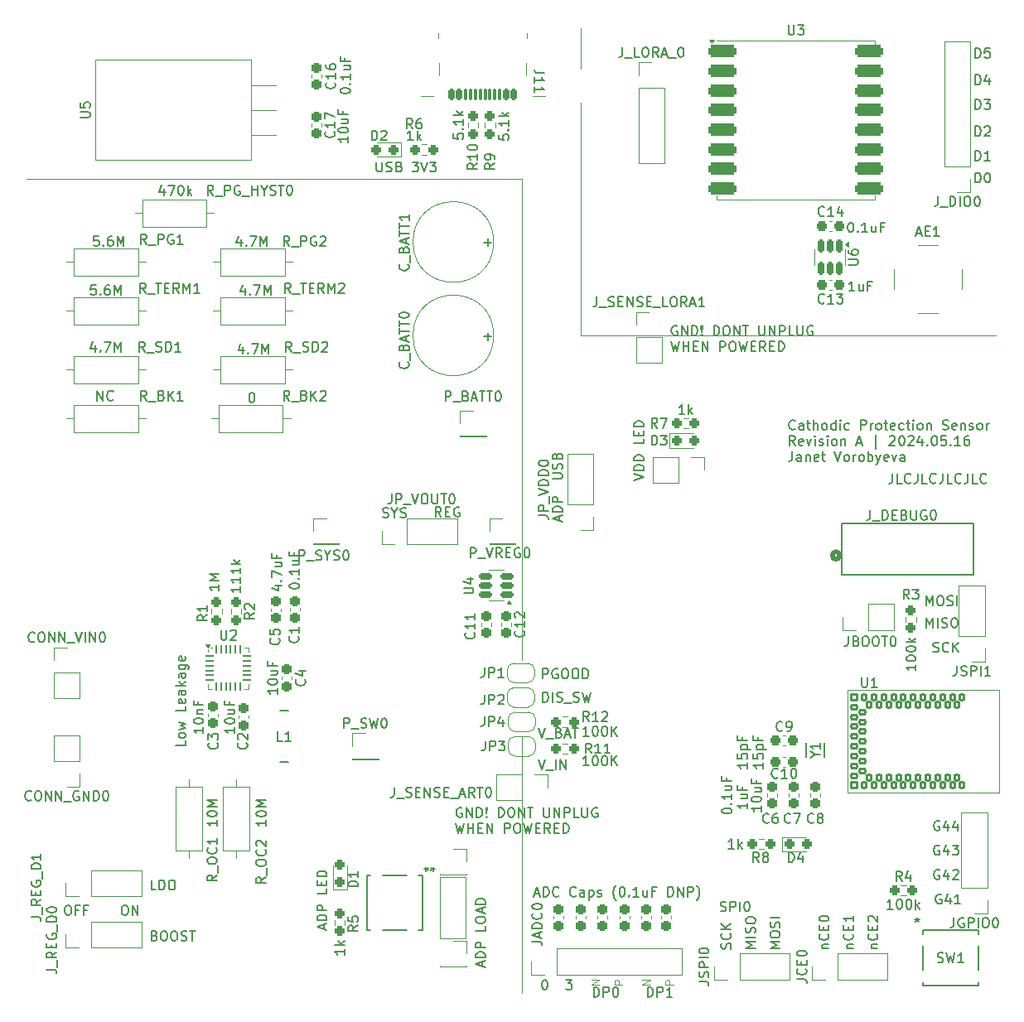
<source format=gto>
G04 #@! TF.GenerationSoftware,KiCad,Pcbnew,8.0.2-8.0.2-0~ubuntu20.04.1*
G04 #@! TF.CreationDate,2024-05-16T16:26:20-07:00*
G04 #@! TF.ProjectId,cpm_proj,63706d5f-7072-46f6-9a2e-6b696361645f,rev?*
G04 #@! TF.SameCoordinates,Original*
G04 #@! TF.FileFunction,Legend,Top*
G04 #@! TF.FilePolarity,Positive*
%FSLAX46Y46*%
G04 Gerber Fmt 4.6, Leading zero omitted, Abs format (unit mm)*
G04 Created by KiCad (PCBNEW 8.0.2-8.0.2-0~ubuntu20.04.1) date 2024-05-16 16:26:20*
%MOMM*%
%LPD*%
G01*
G04 APERTURE LIST*
G04 Aperture macros list*
%AMRoundRect*
0 Rectangle with rounded corners*
0 $1 Rounding radius*
0 $2 $3 $4 $5 $6 $7 $8 $9 X,Y pos of 4 corners*
0 Add a 4 corners polygon primitive as box body*
4,1,4,$2,$3,$4,$5,$6,$7,$8,$9,$2,$3,0*
0 Add four circle primitives for the rounded corners*
1,1,$1+$1,$2,$3*
1,1,$1+$1,$4,$5*
1,1,$1+$1,$6,$7*
1,1,$1+$1,$8,$9*
0 Add four rect primitives between the rounded corners*
20,1,$1+$1,$2,$3,$4,$5,0*
20,1,$1+$1,$4,$5,$6,$7,0*
20,1,$1+$1,$6,$7,$8,$9,0*
20,1,$1+$1,$8,$9,$2,$3,0*%
%AMFreePoly0*
4,1,19,0.000000,0.744911,0.071157,0.744911,0.207708,0.704816,0.327430,0.627875,0.420627,0.520320,0.479746,0.390866,0.500000,0.250000,0.500000,-0.250000,0.479746,-0.390866,0.420627,-0.520320,0.327430,-0.627875,0.207708,-0.704816,0.071157,-0.744911,0.000000,-0.744911,0.000000,-0.750000,-0.500000,-0.750000,-0.500000,0.750000,0.000000,0.750000,0.000000,0.744911,0.000000,0.744911,
$1*%
%AMFreePoly1*
4,1,19,0.500000,-0.750000,0.000000,-0.750000,0.000000,-0.744911,-0.071157,-0.744911,-0.207708,-0.704816,-0.327430,-0.627875,-0.420627,-0.520320,-0.479746,-0.390866,-0.500000,-0.250000,-0.500000,0.250000,-0.479746,0.390866,-0.420627,0.520320,-0.327430,0.627875,-0.207708,0.704816,-0.071157,0.744911,0.000000,0.744911,0.000000,0.750000,0.500000,0.750000,0.500000,-0.750000,0.500000,-0.750000,
$1*%
%AMFreePoly2*
4,1,18,1.539298,1.666124,1.284085,1.499472,1.010804,1.275196,0.786528,1.001915,0.619876,0.690131,0.517252,0.351826,0.536000,0.000000,0.517252,-0.351826,0.619876,-0.690131,0.786528,-1.001915,1.010804,-1.275196,1.284085,-1.499472,1.539298,-1.666124,1.539298,-2.654300,-0.467302,-2.654300,-0.467302,2.654300,1.539298,2.654300,1.539298,1.666124,1.539298,1.666124,$1*%
%AMFreePoly3*
4,1,18,0.467302,-2.654300,-1.539298,-2.654300,-1.539298,-1.666124,-1.284085,-1.499472,-1.010804,-1.275196,-0.786528,-1.001915,-0.619876,-0.690131,-0.517252,-0.351826,-0.536000,0.000000,-0.517252,0.351826,-0.619876,0.690131,-0.786528,1.001915,-1.010804,1.275196,-1.284085,1.499472,-1.539298,1.666124,-1.539298,2.654300,0.467302,2.654300,0.467302,-2.654300,0.467302,-2.654300,$1*%
G04 Aperture macros list end*
%ADD10C,0.160000*%
%ADD11C,0.150000*%
%ADD12C,0.100000*%
%ADD13C,0.120000*%
%ADD14C,0.152400*%
%ADD15C,0.508000*%
%ADD16RoundRect,0.237500X-0.250000X-0.237500X0.250000X-0.237500X0.250000X0.237500X-0.250000X0.237500X0*%
%ADD17FreePoly0,0.000000*%
%ADD18FreePoly1,0.000000*%
%ADD19RoundRect,0.237500X0.237500X-0.300000X0.237500X0.300000X-0.237500X0.300000X-0.237500X-0.300000X0*%
%ADD20R,1.700000X1.700000*%
%ADD21O,1.700000X1.700000*%
%ADD22C,1.600000*%
%ADD23O,1.600000X1.600000*%
%ADD24O,2.000000X1.905000*%
%ADD25R,2.000000X1.905000*%
%ADD26O,3.500000X3.500000*%
%ADD27RoundRect,0.237500X-0.287500X-0.237500X0.287500X-0.237500X0.287500X0.237500X-0.287500X0.237500X0*%
%ADD28RoundRect,0.317500X-1.157500X-0.317500X1.157500X-0.317500X1.157500X0.317500X-1.157500X0.317500X0*%
%ADD29RoundRect,0.150000X-0.150000X0.512500X-0.150000X-0.512500X0.150000X-0.512500X0.150000X0.512500X0*%
%ADD30RoundRect,0.237500X0.300000X0.237500X-0.300000X0.237500X-0.300000X-0.237500X0.300000X-0.237500X0*%
%ADD31R,0.558800X0.952500*%
%ADD32RoundRect,0.237500X0.237500X-0.250000X0.237500X0.250000X-0.237500X0.250000X-0.237500X-0.250000X0*%
%ADD33FreePoly2,180.000000*%
%ADD34FreePoly3,180.000000*%
%ADD35RoundRect,0.237500X0.287500X0.237500X-0.287500X0.237500X-0.287500X-0.237500X0.287500X-0.237500X0*%
%ADD36RoundRect,0.237500X-0.237500X0.250000X-0.237500X-0.250000X0.237500X-0.250000X0.237500X0.250000X0*%
%ADD37RoundRect,0.150000X0.512500X0.150000X-0.512500X0.150000X-0.512500X-0.150000X0.512500X-0.150000X0*%
%ADD38C,2.540000*%
%ADD39C,2.640000*%
%ADD40RoundRect,0.237500X-0.237500X0.300000X-0.237500X-0.300000X0.237500X-0.300000X0.237500X0.300000X0*%
%ADD41R,2.300000X2.300000*%
%ADD42RoundRect,0.062500X-0.062500X-0.375000X0.062500X-0.375000X0.062500X0.375000X-0.062500X0.375000X0*%
%ADD43RoundRect,0.062500X-0.375000X-0.062500X0.375000X-0.062500X0.375000X0.062500X-0.375000X0.062500X0*%
%ADD44R,1.295400X0.965200*%
%ADD45C,1.050000*%
%ADD46R,0.952500X0.558800*%
%ADD47O,1.000000X1.800000*%
%ADD48O,1.000000X2.100000*%
%ADD49RoundRect,0.075000X0.075000X0.500000X-0.075000X0.500000X-0.075000X-0.500000X0.075000X-0.500000X0*%
%ADD50RoundRect,0.150000X0.150000X0.425000X-0.150000X0.425000X-0.150000X-0.425000X0.150000X-0.425000X0*%
%ADD51C,0.650000*%
%ADD52RoundRect,0.237500X0.237500X-0.287500X0.237500X0.287500X-0.237500X0.287500X-0.237500X-0.287500X0*%
%ADD53RoundRect,0.100000X-0.200000X-0.300000X0.200000X-0.300000X0.200000X0.300000X-0.200000X0.300000X0*%
%ADD54RoundRect,0.100000X-0.300000X-0.300000X0.300000X-0.300000X0.300000X0.300000X-0.300000X0.300000X0*%
%ADD55RoundRect,0.100000X-0.300000X-0.200000X0.300000X-0.200000X0.300000X0.200000X-0.300000X0.200000X0*%
%ADD56RoundRect,0.237500X0.250000X0.237500X-0.250000X0.237500X-0.250000X-0.237500X0.250000X-0.237500X0*%
%ADD57C,3.500000*%
G04 APERTURE END LIST*
D10*
X140914786Y-82554172D02*
X140867167Y-82601792D01*
X140867167Y-82601792D02*
X140724310Y-82649411D01*
X140724310Y-82649411D02*
X140629072Y-82649411D01*
X140629072Y-82649411D02*
X140486215Y-82601792D01*
X140486215Y-82601792D02*
X140390977Y-82506553D01*
X140390977Y-82506553D02*
X140343358Y-82411315D01*
X140343358Y-82411315D02*
X140295739Y-82220839D01*
X140295739Y-82220839D02*
X140295739Y-82077982D01*
X140295739Y-82077982D02*
X140343358Y-81887506D01*
X140343358Y-81887506D02*
X140390977Y-81792268D01*
X140390977Y-81792268D02*
X140486215Y-81697030D01*
X140486215Y-81697030D02*
X140629072Y-81649411D01*
X140629072Y-81649411D02*
X140724310Y-81649411D01*
X140724310Y-81649411D02*
X140867167Y-81697030D01*
X140867167Y-81697030D02*
X140914786Y-81744649D01*
X141771929Y-82649411D02*
X141771929Y-82125601D01*
X141771929Y-82125601D02*
X141724310Y-82030363D01*
X141724310Y-82030363D02*
X141629072Y-81982744D01*
X141629072Y-81982744D02*
X141438596Y-81982744D01*
X141438596Y-81982744D02*
X141343358Y-82030363D01*
X141771929Y-82601792D02*
X141676691Y-82649411D01*
X141676691Y-82649411D02*
X141438596Y-82649411D01*
X141438596Y-82649411D02*
X141343358Y-82601792D01*
X141343358Y-82601792D02*
X141295739Y-82506553D01*
X141295739Y-82506553D02*
X141295739Y-82411315D01*
X141295739Y-82411315D02*
X141343358Y-82316077D01*
X141343358Y-82316077D02*
X141438596Y-82268458D01*
X141438596Y-82268458D02*
X141676691Y-82268458D01*
X141676691Y-82268458D02*
X141771929Y-82220839D01*
X142105263Y-81982744D02*
X142486215Y-81982744D01*
X142248120Y-81649411D02*
X142248120Y-82506553D01*
X142248120Y-82506553D02*
X142295739Y-82601792D01*
X142295739Y-82601792D02*
X142390977Y-82649411D01*
X142390977Y-82649411D02*
X142486215Y-82649411D01*
X142819549Y-82649411D02*
X142819549Y-81649411D01*
X143248120Y-82649411D02*
X143248120Y-82125601D01*
X143248120Y-82125601D02*
X143200501Y-82030363D01*
X143200501Y-82030363D02*
X143105263Y-81982744D01*
X143105263Y-81982744D02*
X142962406Y-81982744D01*
X142962406Y-81982744D02*
X142867168Y-82030363D01*
X142867168Y-82030363D02*
X142819549Y-82077982D01*
X143867168Y-82649411D02*
X143771930Y-82601792D01*
X143771930Y-82601792D02*
X143724311Y-82554172D01*
X143724311Y-82554172D02*
X143676692Y-82458934D01*
X143676692Y-82458934D02*
X143676692Y-82173220D01*
X143676692Y-82173220D02*
X143724311Y-82077982D01*
X143724311Y-82077982D02*
X143771930Y-82030363D01*
X143771930Y-82030363D02*
X143867168Y-81982744D01*
X143867168Y-81982744D02*
X144010025Y-81982744D01*
X144010025Y-81982744D02*
X144105263Y-82030363D01*
X144105263Y-82030363D02*
X144152882Y-82077982D01*
X144152882Y-82077982D02*
X144200501Y-82173220D01*
X144200501Y-82173220D02*
X144200501Y-82458934D01*
X144200501Y-82458934D02*
X144152882Y-82554172D01*
X144152882Y-82554172D02*
X144105263Y-82601792D01*
X144105263Y-82601792D02*
X144010025Y-82649411D01*
X144010025Y-82649411D02*
X143867168Y-82649411D01*
X145057644Y-82649411D02*
X145057644Y-81649411D01*
X145057644Y-82601792D02*
X144962406Y-82649411D01*
X144962406Y-82649411D02*
X144771930Y-82649411D01*
X144771930Y-82649411D02*
X144676692Y-82601792D01*
X144676692Y-82601792D02*
X144629073Y-82554172D01*
X144629073Y-82554172D02*
X144581454Y-82458934D01*
X144581454Y-82458934D02*
X144581454Y-82173220D01*
X144581454Y-82173220D02*
X144629073Y-82077982D01*
X144629073Y-82077982D02*
X144676692Y-82030363D01*
X144676692Y-82030363D02*
X144771930Y-81982744D01*
X144771930Y-81982744D02*
X144962406Y-81982744D01*
X144962406Y-81982744D02*
X145057644Y-82030363D01*
X145533835Y-82649411D02*
X145533835Y-81982744D01*
X145533835Y-81649411D02*
X145486216Y-81697030D01*
X145486216Y-81697030D02*
X145533835Y-81744649D01*
X145533835Y-81744649D02*
X145581454Y-81697030D01*
X145581454Y-81697030D02*
X145533835Y-81649411D01*
X145533835Y-81649411D02*
X145533835Y-81744649D01*
X146438596Y-82601792D02*
X146343358Y-82649411D01*
X146343358Y-82649411D02*
X146152882Y-82649411D01*
X146152882Y-82649411D02*
X146057644Y-82601792D01*
X146057644Y-82601792D02*
X146010025Y-82554172D01*
X146010025Y-82554172D02*
X145962406Y-82458934D01*
X145962406Y-82458934D02*
X145962406Y-82173220D01*
X145962406Y-82173220D02*
X146010025Y-82077982D01*
X146010025Y-82077982D02*
X146057644Y-82030363D01*
X146057644Y-82030363D02*
X146152882Y-81982744D01*
X146152882Y-81982744D02*
X146343358Y-81982744D01*
X146343358Y-81982744D02*
X146438596Y-82030363D01*
X147629073Y-82649411D02*
X147629073Y-81649411D01*
X147629073Y-81649411D02*
X148010025Y-81649411D01*
X148010025Y-81649411D02*
X148105263Y-81697030D01*
X148105263Y-81697030D02*
X148152882Y-81744649D01*
X148152882Y-81744649D02*
X148200501Y-81839887D01*
X148200501Y-81839887D02*
X148200501Y-81982744D01*
X148200501Y-81982744D02*
X148152882Y-82077982D01*
X148152882Y-82077982D02*
X148105263Y-82125601D01*
X148105263Y-82125601D02*
X148010025Y-82173220D01*
X148010025Y-82173220D02*
X147629073Y-82173220D01*
X148629073Y-82649411D02*
X148629073Y-81982744D01*
X148629073Y-82173220D02*
X148676692Y-82077982D01*
X148676692Y-82077982D02*
X148724311Y-82030363D01*
X148724311Y-82030363D02*
X148819549Y-81982744D01*
X148819549Y-81982744D02*
X148914787Y-81982744D01*
X149390978Y-82649411D02*
X149295740Y-82601792D01*
X149295740Y-82601792D02*
X149248121Y-82554172D01*
X149248121Y-82554172D02*
X149200502Y-82458934D01*
X149200502Y-82458934D02*
X149200502Y-82173220D01*
X149200502Y-82173220D02*
X149248121Y-82077982D01*
X149248121Y-82077982D02*
X149295740Y-82030363D01*
X149295740Y-82030363D02*
X149390978Y-81982744D01*
X149390978Y-81982744D02*
X149533835Y-81982744D01*
X149533835Y-81982744D02*
X149629073Y-82030363D01*
X149629073Y-82030363D02*
X149676692Y-82077982D01*
X149676692Y-82077982D02*
X149724311Y-82173220D01*
X149724311Y-82173220D02*
X149724311Y-82458934D01*
X149724311Y-82458934D02*
X149676692Y-82554172D01*
X149676692Y-82554172D02*
X149629073Y-82601792D01*
X149629073Y-82601792D02*
X149533835Y-82649411D01*
X149533835Y-82649411D02*
X149390978Y-82649411D01*
X150010026Y-81982744D02*
X150390978Y-81982744D01*
X150152883Y-81649411D02*
X150152883Y-82506553D01*
X150152883Y-82506553D02*
X150200502Y-82601792D01*
X150200502Y-82601792D02*
X150295740Y-82649411D01*
X150295740Y-82649411D02*
X150390978Y-82649411D01*
X151105264Y-82601792D02*
X151010026Y-82649411D01*
X151010026Y-82649411D02*
X150819550Y-82649411D01*
X150819550Y-82649411D02*
X150724312Y-82601792D01*
X150724312Y-82601792D02*
X150676693Y-82506553D01*
X150676693Y-82506553D02*
X150676693Y-82125601D01*
X150676693Y-82125601D02*
X150724312Y-82030363D01*
X150724312Y-82030363D02*
X150819550Y-81982744D01*
X150819550Y-81982744D02*
X151010026Y-81982744D01*
X151010026Y-81982744D02*
X151105264Y-82030363D01*
X151105264Y-82030363D02*
X151152883Y-82125601D01*
X151152883Y-82125601D02*
X151152883Y-82220839D01*
X151152883Y-82220839D02*
X150676693Y-82316077D01*
X152010026Y-82601792D02*
X151914788Y-82649411D01*
X151914788Y-82649411D02*
X151724312Y-82649411D01*
X151724312Y-82649411D02*
X151629074Y-82601792D01*
X151629074Y-82601792D02*
X151581455Y-82554172D01*
X151581455Y-82554172D02*
X151533836Y-82458934D01*
X151533836Y-82458934D02*
X151533836Y-82173220D01*
X151533836Y-82173220D02*
X151581455Y-82077982D01*
X151581455Y-82077982D02*
X151629074Y-82030363D01*
X151629074Y-82030363D02*
X151724312Y-81982744D01*
X151724312Y-81982744D02*
X151914788Y-81982744D01*
X151914788Y-81982744D02*
X152010026Y-82030363D01*
X152295741Y-81982744D02*
X152676693Y-81982744D01*
X152438598Y-81649411D02*
X152438598Y-82506553D01*
X152438598Y-82506553D02*
X152486217Y-82601792D01*
X152486217Y-82601792D02*
X152581455Y-82649411D01*
X152581455Y-82649411D02*
X152676693Y-82649411D01*
X153010027Y-82649411D02*
X153010027Y-81982744D01*
X153010027Y-81649411D02*
X152962408Y-81697030D01*
X152962408Y-81697030D02*
X153010027Y-81744649D01*
X153010027Y-81744649D02*
X153057646Y-81697030D01*
X153057646Y-81697030D02*
X153010027Y-81649411D01*
X153010027Y-81649411D02*
X153010027Y-81744649D01*
X153629074Y-82649411D02*
X153533836Y-82601792D01*
X153533836Y-82601792D02*
X153486217Y-82554172D01*
X153486217Y-82554172D02*
X153438598Y-82458934D01*
X153438598Y-82458934D02*
X153438598Y-82173220D01*
X153438598Y-82173220D02*
X153486217Y-82077982D01*
X153486217Y-82077982D02*
X153533836Y-82030363D01*
X153533836Y-82030363D02*
X153629074Y-81982744D01*
X153629074Y-81982744D02*
X153771931Y-81982744D01*
X153771931Y-81982744D02*
X153867169Y-82030363D01*
X153867169Y-82030363D02*
X153914788Y-82077982D01*
X153914788Y-82077982D02*
X153962407Y-82173220D01*
X153962407Y-82173220D02*
X153962407Y-82458934D01*
X153962407Y-82458934D02*
X153914788Y-82554172D01*
X153914788Y-82554172D02*
X153867169Y-82601792D01*
X153867169Y-82601792D02*
X153771931Y-82649411D01*
X153771931Y-82649411D02*
X153629074Y-82649411D01*
X154390979Y-81982744D02*
X154390979Y-82649411D01*
X154390979Y-82077982D02*
X154438598Y-82030363D01*
X154438598Y-82030363D02*
X154533836Y-81982744D01*
X154533836Y-81982744D02*
X154676693Y-81982744D01*
X154676693Y-81982744D02*
X154771931Y-82030363D01*
X154771931Y-82030363D02*
X154819550Y-82125601D01*
X154819550Y-82125601D02*
X154819550Y-82649411D01*
X156010027Y-82601792D02*
X156152884Y-82649411D01*
X156152884Y-82649411D02*
X156390979Y-82649411D01*
X156390979Y-82649411D02*
X156486217Y-82601792D01*
X156486217Y-82601792D02*
X156533836Y-82554172D01*
X156533836Y-82554172D02*
X156581455Y-82458934D01*
X156581455Y-82458934D02*
X156581455Y-82363696D01*
X156581455Y-82363696D02*
X156533836Y-82268458D01*
X156533836Y-82268458D02*
X156486217Y-82220839D01*
X156486217Y-82220839D02*
X156390979Y-82173220D01*
X156390979Y-82173220D02*
X156200503Y-82125601D01*
X156200503Y-82125601D02*
X156105265Y-82077982D01*
X156105265Y-82077982D02*
X156057646Y-82030363D01*
X156057646Y-82030363D02*
X156010027Y-81935125D01*
X156010027Y-81935125D02*
X156010027Y-81839887D01*
X156010027Y-81839887D02*
X156057646Y-81744649D01*
X156057646Y-81744649D02*
X156105265Y-81697030D01*
X156105265Y-81697030D02*
X156200503Y-81649411D01*
X156200503Y-81649411D02*
X156438598Y-81649411D01*
X156438598Y-81649411D02*
X156581455Y-81697030D01*
X157390979Y-82601792D02*
X157295741Y-82649411D01*
X157295741Y-82649411D02*
X157105265Y-82649411D01*
X157105265Y-82649411D02*
X157010027Y-82601792D01*
X157010027Y-82601792D02*
X156962408Y-82506553D01*
X156962408Y-82506553D02*
X156962408Y-82125601D01*
X156962408Y-82125601D02*
X157010027Y-82030363D01*
X157010027Y-82030363D02*
X157105265Y-81982744D01*
X157105265Y-81982744D02*
X157295741Y-81982744D01*
X157295741Y-81982744D02*
X157390979Y-82030363D01*
X157390979Y-82030363D02*
X157438598Y-82125601D01*
X157438598Y-82125601D02*
X157438598Y-82220839D01*
X157438598Y-82220839D02*
X156962408Y-82316077D01*
X157867170Y-81982744D02*
X157867170Y-82649411D01*
X157867170Y-82077982D02*
X157914789Y-82030363D01*
X157914789Y-82030363D02*
X158010027Y-81982744D01*
X158010027Y-81982744D02*
X158152884Y-81982744D01*
X158152884Y-81982744D02*
X158248122Y-82030363D01*
X158248122Y-82030363D02*
X158295741Y-82125601D01*
X158295741Y-82125601D02*
X158295741Y-82649411D01*
X158724313Y-82601792D02*
X158819551Y-82649411D01*
X158819551Y-82649411D02*
X159010027Y-82649411D01*
X159010027Y-82649411D02*
X159105265Y-82601792D01*
X159105265Y-82601792D02*
X159152884Y-82506553D01*
X159152884Y-82506553D02*
X159152884Y-82458934D01*
X159152884Y-82458934D02*
X159105265Y-82363696D01*
X159105265Y-82363696D02*
X159010027Y-82316077D01*
X159010027Y-82316077D02*
X158867170Y-82316077D01*
X158867170Y-82316077D02*
X158771932Y-82268458D01*
X158771932Y-82268458D02*
X158724313Y-82173220D01*
X158724313Y-82173220D02*
X158724313Y-82125601D01*
X158724313Y-82125601D02*
X158771932Y-82030363D01*
X158771932Y-82030363D02*
X158867170Y-81982744D01*
X158867170Y-81982744D02*
X159010027Y-81982744D01*
X159010027Y-81982744D02*
X159105265Y-82030363D01*
X159724313Y-82649411D02*
X159629075Y-82601792D01*
X159629075Y-82601792D02*
X159581456Y-82554172D01*
X159581456Y-82554172D02*
X159533837Y-82458934D01*
X159533837Y-82458934D02*
X159533837Y-82173220D01*
X159533837Y-82173220D02*
X159581456Y-82077982D01*
X159581456Y-82077982D02*
X159629075Y-82030363D01*
X159629075Y-82030363D02*
X159724313Y-81982744D01*
X159724313Y-81982744D02*
X159867170Y-81982744D01*
X159867170Y-81982744D02*
X159962408Y-82030363D01*
X159962408Y-82030363D02*
X160010027Y-82077982D01*
X160010027Y-82077982D02*
X160057646Y-82173220D01*
X160057646Y-82173220D02*
X160057646Y-82458934D01*
X160057646Y-82458934D02*
X160010027Y-82554172D01*
X160010027Y-82554172D02*
X159962408Y-82601792D01*
X159962408Y-82601792D02*
X159867170Y-82649411D01*
X159867170Y-82649411D02*
X159724313Y-82649411D01*
X160486218Y-82649411D02*
X160486218Y-81982744D01*
X160486218Y-82173220D02*
X160533837Y-82077982D01*
X160533837Y-82077982D02*
X160581456Y-82030363D01*
X160581456Y-82030363D02*
X160676694Y-81982744D01*
X160676694Y-81982744D02*
X160771932Y-81982744D01*
X140914786Y-84259355D02*
X140581453Y-83783164D01*
X140343358Y-84259355D02*
X140343358Y-83259355D01*
X140343358Y-83259355D02*
X140724310Y-83259355D01*
X140724310Y-83259355D02*
X140819548Y-83306974D01*
X140819548Y-83306974D02*
X140867167Y-83354593D01*
X140867167Y-83354593D02*
X140914786Y-83449831D01*
X140914786Y-83449831D02*
X140914786Y-83592688D01*
X140914786Y-83592688D02*
X140867167Y-83687926D01*
X140867167Y-83687926D02*
X140819548Y-83735545D01*
X140819548Y-83735545D02*
X140724310Y-83783164D01*
X140724310Y-83783164D02*
X140343358Y-83783164D01*
X141724310Y-84211736D02*
X141629072Y-84259355D01*
X141629072Y-84259355D02*
X141438596Y-84259355D01*
X141438596Y-84259355D02*
X141343358Y-84211736D01*
X141343358Y-84211736D02*
X141295739Y-84116497D01*
X141295739Y-84116497D02*
X141295739Y-83735545D01*
X141295739Y-83735545D02*
X141343358Y-83640307D01*
X141343358Y-83640307D02*
X141438596Y-83592688D01*
X141438596Y-83592688D02*
X141629072Y-83592688D01*
X141629072Y-83592688D02*
X141724310Y-83640307D01*
X141724310Y-83640307D02*
X141771929Y-83735545D01*
X141771929Y-83735545D02*
X141771929Y-83830783D01*
X141771929Y-83830783D02*
X141295739Y-83926021D01*
X142105263Y-83592688D02*
X142343358Y-84259355D01*
X142343358Y-84259355D02*
X142581453Y-83592688D01*
X142962406Y-84259355D02*
X142962406Y-83592688D01*
X142962406Y-83259355D02*
X142914787Y-83306974D01*
X142914787Y-83306974D02*
X142962406Y-83354593D01*
X142962406Y-83354593D02*
X143010025Y-83306974D01*
X143010025Y-83306974D02*
X142962406Y-83259355D01*
X142962406Y-83259355D02*
X142962406Y-83354593D01*
X143390977Y-84211736D02*
X143486215Y-84259355D01*
X143486215Y-84259355D02*
X143676691Y-84259355D01*
X143676691Y-84259355D02*
X143771929Y-84211736D01*
X143771929Y-84211736D02*
X143819548Y-84116497D01*
X143819548Y-84116497D02*
X143819548Y-84068878D01*
X143819548Y-84068878D02*
X143771929Y-83973640D01*
X143771929Y-83973640D02*
X143676691Y-83926021D01*
X143676691Y-83926021D02*
X143533834Y-83926021D01*
X143533834Y-83926021D02*
X143438596Y-83878402D01*
X143438596Y-83878402D02*
X143390977Y-83783164D01*
X143390977Y-83783164D02*
X143390977Y-83735545D01*
X143390977Y-83735545D02*
X143438596Y-83640307D01*
X143438596Y-83640307D02*
X143533834Y-83592688D01*
X143533834Y-83592688D02*
X143676691Y-83592688D01*
X143676691Y-83592688D02*
X143771929Y-83640307D01*
X144248120Y-84259355D02*
X144248120Y-83592688D01*
X144248120Y-83259355D02*
X144200501Y-83306974D01*
X144200501Y-83306974D02*
X144248120Y-83354593D01*
X144248120Y-83354593D02*
X144295739Y-83306974D01*
X144295739Y-83306974D02*
X144248120Y-83259355D01*
X144248120Y-83259355D02*
X144248120Y-83354593D01*
X144867167Y-84259355D02*
X144771929Y-84211736D01*
X144771929Y-84211736D02*
X144724310Y-84164116D01*
X144724310Y-84164116D02*
X144676691Y-84068878D01*
X144676691Y-84068878D02*
X144676691Y-83783164D01*
X144676691Y-83783164D02*
X144724310Y-83687926D01*
X144724310Y-83687926D02*
X144771929Y-83640307D01*
X144771929Y-83640307D02*
X144867167Y-83592688D01*
X144867167Y-83592688D02*
X145010024Y-83592688D01*
X145010024Y-83592688D02*
X145105262Y-83640307D01*
X145105262Y-83640307D02*
X145152881Y-83687926D01*
X145152881Y-83687926D02*
X145200500Y-83783164D01*
X145200500Y-83783164D02*
X145200500Y-84068878D01*
X145200500Y-84068878D02*
X145152881Y-84164116D01*
X145152881Y-84164116D02*
X145105262Y-84211736D01*
X145105262Y-84211736D02*
X145010024Y-84259355D01*
X145010024Y-84259355D02*
X144867167Y-84259355D01*
X145629072Y-83592688D02*
X145629072Y-84259355D01*
X145629072Y-83687926D02*
X145676691Y-83640307D01*
X145676691Y-83640307D02*
X145771929Y-83592688D01*
X145771929Y-83592688D02*
X145914786Y-83592688D01*
X145914786Y-83592688D02*
X146010024Y-83640307D01*
X146010024Y-83640307D02*
X146057643Y-83735545D01*
X146057643Y-83735545D02*
X146057643Y-84259355D01*
X147248120Y-83973640D02*
X147724310Y-83973640D01*
X147152882Y-84259355D02*
X147486215Y-83259355D01*
X147486215Y-83259355D02*
X147819548Y-84259355D01*
X149152882Y-84592688D02*
X149152882Y-83164116D01*
X150581454Y-83354593D02*
X150629073Y-83306974D01*
X150629073Y-83306974D02*
X150724311Y-83259355D01*
X150724311Y-83259355D02*
X150962406Y-83259355D01*
X150962406Y-83259355D02*
X151057644Y-83306974D01*
X151057644Y-83306974D02*
X151105263Y-83354593D01*
X151105263Y-83354593D02*
X151152882Y-83449831D01*
X151152882Y-83449831D02*
X151152882Y-83545069D01*
X151152882Y-83545069D02*
X151105263Y-83687926D01*
X151105263Y-83687926D02*
X150533835Y-84259355D01*
X150533835Y-84259355D02*
X151152882Y-84259355D01*
X151771930Y-83259355D02*
X151867168Y-83259355D01*
X151867168Y-83259355D02*
X151962406Y-83306974D01*
X151962406Y-83306974D02*
X152010025Y-83354593D01*
X152010025Y-83354593D02*
X152057644Y-83449831D01*
X152057644Y-83449831D02*
X152105263Y-83640307D01*
X152105263Y-83640307D02*
X152105263Y-83878402D01*
X152105263Y-83878402D02*
X152057644Y-84068878D01*
X152057644Y-84068878D02*
X152010025Y-84164116D01*
X152010025Y-84164116D02*
X151962406Y-84211736D01*
X151962406Y-84211736D02*
X151867168Y-84259355D01*
X151867168Y-84259355D02*
X151771930Y-84259355D01*
X151771930Y-84259355D02*
X151676692Y-84211736D01*
X151676692Y-84211736D02*
X151629073Y-84164116D01*
X151629073Y-84164116D02*
X151581454Y-84068878D01*
X151581454Y-84068878D02*
X151533835Y-83878402D01*
X151533835Y-83878402D02*
X151533835Y-83640307D01*
X151533835Y-83640307D02*
X151581454Y-83449831D01*
X151581454Y-83449831D02*
X151629073Y-83354593D01*
X151629073Y-83354593D02*
X151676692Y-83306974D01*
X151676692Y-83306974D02*
X151771930Y-83259355D01*
X152486216Y-83354593D02*
X152533835Y-83306974D01*
X152533835Y-83306974D02*
X152629073Y-83259355D01*
X152629073Y-83259355D02*
X152867168Y-83259355D01*
X152867168Y-83259355D02*
X152962406Y-83306974D01*
X152962406Y-83306974D02*
X153010025Y-83354593D01*
X153010025Y-83354593D02*
X153057644Y-83449831D01*
X153057644Y-83449831D02*
X153057644Y-83545069D01*
X153057644Y-83545069D02*
X153010025Y-83687926D01*
X153010025Y-83687926D02*
X152438597Y-84259355D01*
X152438597Y-84259355D02*
X153057644Y-84259355D01*
X153914787Y-83592688D02*
X153914787Y-84259355D01*
X153676692Y-83211736D02*
X153438597Y-83926021D01*
X153438597Y-83926021D02*
X154057644Y-83926021D01*
X154438597Y-84164116D02*
X154486216Y-84211736D01*
X154486216Y-84211736D02*
X154438597Y-84259355D01*
X154438597Y-84259355D02*
X154390978Y-84211736D01*
X154390978Y-84211736D02*
X154438597Y-84164116D01*
X154438597Y-84164116D02*
X154438597Y-84259355D01*
X155105263Y-83259355D02*
X155200501Y-83259355D01*
X155200501Y-83259355D02*
X155295739Y-83306974D01*
X155295739Y-83306974D02*
X155343358Y-83354593D01*
X155343358Y-83354593D02*
X155390977Y-83449831D01*
X155390977Y-83449831D02*
X155438596Y-83640307D01*
X155438596Y-83640307D02*
X155438596Y-83878402D01*
X155438596Y-83878402D02*
X155390977Y-84068878D01*
X155390977Y-84068878D02*
X155343358Y-84164116D01*
X155343358Y-84164116D02*
X155295739Y-84211736D01*
X155295739Y-84211736D02*
X155200501Y-84259355D01*
X155200501Y-84259355D02*
X155105263Y-84259355D01*
X155105263Y-84259355D02*
X155010025Y-84211736D01*
X155010025Y-84211736D02*
X154962406Y-84164116D01*
X154962406Y-84164116D02*
X154914787Y-84068878D01*
X154914787Y-84068878D02*
X154867168Y-83878402D01*
X154867168Y-83878402D02*
X154867168Y-83640307D01*
X154867168Y-83640307D02*
X154914787Y-83449831D01*
X154914787Y-83449831D02*
X154962406Y-83354593D01*
X154962406Y-83354593D02*
X155010025Y-83306974D01*
X155010025Y-83306974D02*
X155105263Y-83259355D01*
X156343358Y-83259355D02*
X155867168Y-83259355D01*
X155867168Y-83259355D02*
X155819549Y-83735545D01*
X155819549Y-83735545D02*
X155867168Y-83687926D01*
X155867168Y-83687926D02*
X155962406Y-83640307D01*
X155962406Y-83640307D02*
X156200501Y-83640307D01*
X156200501Y-83640307D02*
X156295739Y-83687926D01*
X156295739Y-83687926D02*
X156343358Y-83735545D01*
X156343358Y-83735545D02*
X156390977Y-83830783D01*
X156390977Y-83830783D02*
X156390977Y-84068878D01*
X156390977Y-84068878D02*
X156343358Y-84164116D01*
X156343358Y-84164116D02*
X156295739Y-84211736D01*
X156295739Y-84211736D02*
X156200501Y-84259355D01*
X156200501Y-84259355D02*
X155962406Y-84259355D01*
X155962406Y-84259355D02*
X155867168Y-84211736D01*
X155867168Y-84211736D02*
X155819549Y-84164116D01*
X156819549Y-84164116D02*
X156867168Y-84211736D01*
X156867168Y-84211736D02*
X156819549Y-84259355D01*
X156819549Y-84259355D02*
X156771930Y-84211736D01*
X156771930Y-84211736D02*
X156819549Y-84164116D01*
X156819549Y-84164116D02*
X156819549Y-84259355D01*
X157819548Y-84259355D02*
X157248120Y-84259355D01*
X157533834Y-84259355D02*
X157533834Y-83259355D01*
X157533834Y-83259355D02*
X157438596Y-83402212D01*
X157438596Y-83402212D02*
X157343358Y-83497450D01*
X157343358Y-83497450D02*
X157248120Y-83545069D01*
X158676691Y-83259355D02*
X158486215Y-83259355D01*
X158486215Y-83259355D02*
X158390977Y-83306974D01*
X158390977Y-83306974D02*
X158343358Y-83354593D01*
X158343358Y-83354593D02*
X158248120Y-83497450D01*
X158248120Y-83497450D02*
X158200501Y-83687926D01*
X158200501Y-83687926D02*
X158200501Y-84068878D01*
X158200501Y-84068878D02*
X158248120Y-84164116D01*
X158248120Y-84164116D02*
X158295739Y-84211736D01*
X158295739Y-84211736D02*
X158390977Y-84259355D01*
X158390977Y-84259355D02*
X158581453Y-84259355D01*
X158581453Y-84259355D02*
X158676691Y-84211736D01*
X158676691Y-84211736D02*
X158724310Y-84164116D01*
X158724310Y-84164116D02*
X158771929Y-84068878D01*
X158771929Y-84068878D02*
X158771929Y-83830783D01*
X158771929Y-83830783D02*
X158724310Y-83735545D01*
X158724310Y-83735545D02*
X158676691Y-83687926D01*
X158676691Y-83687926D02*
X158581453Y-83640307D01*
X158581453Y-83640307D02*
X158390977Y-83640307D01*
X158390977Y-83640307D02*
X158295739Y-83687926D01*
X158295739Y-83687926D02*
X158248120Y-83735545D01*
X158248120Y-83735545D02*
X158200501Y-83830783D01*
X140629072Y-84869299D02*
X140629072Y-85583584D01*
X140629072Y-85583584D02*
X140581453Y-85726441D01*
X140581453Y-85726441D02*
X140486215Y-85821680D01*
X140486215Y-85821680D02*
X140343358Y-85869299D01*
X140343358Y-85869299D02*
X140248120Y-85869299D01*
X141533834Y-85869299D02*
X141533834Y-85345489D01*
X141533834Y-85345489D02*
X141486215Y-85250251D01*
X141486215Y-85250251D02*
X141390977Y-85202632D01*
X141390977Y-85202632D02*
X141200501Y-85202632D01*
X141200501Y-85202632D02*
X141105263Y-85250251D01*
X141533834Y-85821680D02*
X141438596Y-85869299D01*
X141438596Y-85869299D02*
X141200501Y-85869299D01*
X141200501Y-85869299D02*
X141105263Y-85821680D01*
X141105263Y-85821680D02*
X141057644Y-85726441D01*
X141057644Y-85726441D02*
X141057644Y-85631203D01*
X141057644Y-85631203D02*
X141105263Y-85535965D01*
X141105263Y-85535965D02*
X141200501Y-85488346D01*
X141200501Y-85488346D02*
X141438596Y-85488346D01*
X141438596Y-85488346D02*
X141533834Y-85440727D01*
X142010025Y-85202632D02*
X142010025Y-85869299D01*
X142010025Y-85297870D02*
X142057644Y-85250251D01*
X142057644Y-85250251D02*
X142152882Y-85202632D01*
X142152882Y-85202632D02*
X142295739Y-85202632D01*
X142295739Y-85202632D02*
X142390977Y-85250251D01*
X142390977Y-85250251D02*
X142438596Y-85345489D01*
X142438596Y-85345489D02*
X142438596Y-85869299D01*
X143295739Y-85821680D02*
X143200501Y-85869299D01*
X143200501Y-85869299D02*
X143010025Y-85869299D01*
X143010025Y-85869299D02*
X142914787Y-85821680D01*
X142914787Y-85821680D02*
X142867168Y-85726441D01*
X142867168Y-85726441D02*
X142867168Y-85345489D01*
X142867168Y-85345489D02*
X142914787Y-85250251D01*
X142914787Y-85250251D02*
X143010025Y-85202632D01*
X143010025Y-85202632D02*
X143200501Y-85202632D01*
X143200501Y-85202632D02*
X143295739Y-85250251D01*
X143295739Y-85250251D02*
X143343358Y-85345489D01*
X143343358Y-85345489D02*
X143343358Y-85440727D01*
X143343358Y-85440727D02*
X142867168Y-85535965D01*
X143629073Y-85202632D02*
X144010025Y-85202632D01*
X143771930Y-84869299D02*
X143771930Y-85726441D01*
X143771930Y-85726441D02*
X143819549Y-85821680D01*
X143819549Y-85821680D02*
X143914787Y-85869299D01*
X143914787Y-85869299D02*
X144010025Y-85869299D01*
X144962407Y-84869299D02*
X145295740Y-85869299D01*
X145295740Y-85869299D02*
X145629073Y-84869299D01*
X146105264Y-85869299D02*
X146010026Y-85821680D01*
X146010026Y-85821680D02*
X145962407Y-85774060D01*
X145962407Y-85774060D02*
X145914788Y-85678822D01*
X145914788Y-85678822D02*
X145914788Y-85393108D01*
X145914788Y-85393108D02*
X145962407Y-85297870D01*
X145962407Y-85297870D02*
X146010026Y-85250251D01*
X146010026Y-85250251D02*
X146105264Y-85202632D01*
X146105264Y-85202632D02*
X146248121Y-85202632D01*
X146248121Y-85202632D02*
X146343359Y-85250251D01*
X146343359Y-85250251D02*
X146390978Y-85297870D01*
X146390978Y-85297870D02*
X146438597Y-85393108D01*
X146438597Y-85393108D02*
X146438597Y-85678822D01*
X146438597Y-85678822D02*
X146390978Y-85774060D01*
X146390978Y-85774060D02*
X146343359Y-85821680D01*
X146343359Y-85821680D02*
X146248121Y-85869299D01*
X146248121Y-85869299D02*
X146105264Y-85869299D01*
X146867169Y-85869299D02*
X146867169Y-85202632D01*
X146867169Y-85393108D02*
X146914788Y-85297870D01*
X146914788Y-85297870D02*
X146962407Y-85250251D01*
X146962407Y-85250251D02*
X147057645Y-85202632D01*
X147057645Y-85202632D02*
X147152883Y-85202632D01*
X147629074Y-85869299D02*
X147533836Y-85821680D01*
X147533836Y-85821680D02*
X147486217Y-85774060D01*
X147486217Y-85774060D02*
X147438598Y-85678822D01*
X147438598Y-85678822D02*
X147438598Y-85393108D01*
X147438598Y-85393108D02*
X147486217Y-85297870D01*
X147486217Y-85297870D02*
X147533836Y-85250251D01*
X147533836Y-85250251D02*
X147629074Y-85202632D01*
X147629074Y-85202632D02*
X147771931Y-85202632D01*
X147771931Y-85202632D02*
X147867169Y-85250251D01*
X147867169Y-85250251D02*
X147914788Y-85297870D01*
X147914788Y-85297870D02*
X147962407Y-85393108D01*
X147962407Y-85393108D02*
X147962407Y-85678822D01*
X147962407Y-85678822D02*
X147914788Y-85774060D01*
X147914788Y-85774060D02*
X147867169Y-85821680D01*
X147867169Y-85821680D02*
X147771931Y-85869299D01*
X147771931Y-85869299D02*
X147629074Y-85869299D01*
X148390979Y-85869299D02*
X148390979Y-84869299D01*
X148390979Y-85250251D02*
X148486217Y-85202632D01*
X148486217Y-85202632D02*
X148676693Y-85202632D01*
X148676693Y-85202632D02*
X148771931Y-85250251D01*
X148771931Y-85250251D02*
X148819550Y-85297870D01*
X148819550Y-85297870D02*
X148867169Y-85393108D01*
X148867169Y-85393108D02*
X148867169Y-85678822D01*
X148867169Y-85678822D02*
X148819550Y-85774060D01*
X148819550Y-85774060D02*
X148771931Y-85821680D01*
X148771931Y-85821680D02*
X148676693Y-85869299D01*
X148676693Y-85869299D02*
X148486217Y-85869299D01*
X148486217Y-85869299D02*
X148390979Y-85821680D01*
X149200503Y-85202632D02*
X149438598Y-85869299D01*
X149676693Y-85202632D02*
X149438598Y-85869299D01*
X149438598Y-85869299D02*
X149343360Y-86107394D01*
X149343360Y-86107394D02*
X149295741Y-86155013D01*
X149295741Y-86155013D02*
X149200503Y-86202632D01*
X150438598Y-85821680D02*
X150343360Y-85869299D01*
X150343360Y-85869299D02*
X150152884Y-85869299D01*
X150152884Y-85869299D02*
X150057646Y-85821680D01*
X150057646Y-85821680D02*
X150010027Y-85726441D01*
X150010027Y-85726441D02*
X150010027Y-85345489D01*
X150010027Y-85345489D02*
X150057646Y-85250251D01*
X150057646Y-85250251D02*
X150152884Y-85202632D01*
X150152884Y-85202632D02*
X150343360Y-85202632D01*
X150343360Y-85202632D02*
X150438598Y-85250251D01*
X150438598Y-85250251D02*
X150486217Y-85345489D01*
X150486217Y-85345489D02*
X150486217Y-85440727D01*
X150486217Y-85440727D02*
X150010027Y-85535965D01*
X150819551Y-85202632D02*
X151057646Y-85869299D01*
X151057646Y-85869299D02*
X151295741Y-85202632D01*
X152105265Y-85869299D02*
X152105265Y-85345489D01*
X152105265Y-85345489D02*
X152057646Y-85250251D01*
X152057646Y-85250251D02*
X151962408Y-85202632D01*
X151962408Y-85202632D02*
X151771932Y-85202632D01*
X151771932Y-85202632D02*
X151676694Y-85250251D01*
X152105265Y-85821680D02*
X152010027Y-85869299D01*
X152010027Y-85869299D02*
X151771932Y-85869299D01*
X151771932Y-85869299D02*
X151676694Y-85821680D01*
X151676694Y-85821680D02*
X151629075Y-85726441D01*
X151629075Y-85726441D02*
X151629075Y-85631203D01*
X151629075Y-85631203D02*
X151676694Y-85535965D01*
X151676694Y-85535965D02*
X151771932Y-85488346D01*
X151771932Y-85488346D02*
X152010027Y-85488346D01*
X152010027Y-85488346D02*
X152105265Y-85440727D01*
X150879072Y-87119299D02*
X150879072Y-87833584D01*
X150879072Y-87833584D02*
X150831453Y-87976441D01*
X150831453Y-87976441D02*
X150736215Y-88071680D01*
X150736215Y-88071680D02*
X150593358Y-88119299D01*
X150593358Y-88119299D02*
X150498120Y-88119299D01*
X151831453Y-88119299D02*
X151355263Y-88119299D01*
X151355263Y-88119299D02*
X151355263Y-87119299D01*
X152736215Y-88024060D02*
X152688596Y-88071680D01*
X152688596Y-88071680D02*
X152545739Y-88119299D01*
X152545739Y-88119299D02*
X152450501Y-88119299D01*
X152450501Y-88119299D02*
X152307644Y-88071680D01*
X152307644Y-88071680D02*
X152212406Y-87976441D01*
X152212406Y-87976441D02*
X152164787Y-87881203D01*
X152164787Y-87881203D02*
X152117168Y-87690727D01*
X152117168Y-87690727D02*
X152117168Y-87547870D01*
X152117168Y-87547870D02*
X152164787Y-87357394D01*
X152164787Y-87357394D02*
X152212406Y-87262156D01*
X152212406Y-87262156D02*
X152307644Y-87166918D01*
X152307644Y-87166918D02*
X152450501Y-87119299D01*
X152450501Y-87119299D02*
X152545739Y-87119299D01*
X152545739Y-87119299D02*
X152688596Y-87166918D01*
X152688596Y-87166918D02*
X152736215Y-87214537D01*
X153450501Y-87119299D02*
X153450501Y-87833584D01*
X153450501Y-87833584D02*
X153402882Y-87976441D01*
X153402882Y-87976441D02*
X153307644Y-88071680D01*
X153307644Y-88071680D02*
X153164787Y-88119299D01*
X153164787Y-88119299D02*
X153069549Y-88119299D01*
X154402882Y-88119299D02*
X153926692Y-88119299D01*
X153926692Y-88119299D02*
X153926692Y-87119299D01*
X155307644Y-88024060D02*
X155260025Y-88071680D01*
X155260025Y-88071680D02*
X155117168Y-88119299D01*
X155117168Y-88119299D02*
X155021930Y-88119299D01*
X155021930Y-88119299D02*
X154879073Y-88071680D01*
X154879073Y-88071680D02*
X154783835Y-87976441D01*
X154783835Y-87976441D02*
X154736216Y-87881203D01*
X154736216Y-87881203D02*
X154688597Y-87690727D01*
X154688597Y-87690727D02*
X154688597Y-87547870D01*
X154688597Y-87547870D02*
X154736216Y-87357394D01*
X154736216Y-87357394D02*
X154783835Y-87262156D01*
X154783835Y-87262156D02*
X154879073Y-87166918D01*
X154879073Y-87166918D02*
X155021930Y-87119299D01*
X155021930Y-87119299D02*
X155117168Y-87119299D01*
X155117168Y-87119299D02*
X155260025Y-87166918D01*
X155260025Y-87166918D02*
X155307644Y-87214537D01*
X156021930Y-87119299D02*
X156021930Y-87833584D01*
X156021930Y-87833584D02*
X155974311Y-87976441D01*
X155974311Y-87976441D02*
X155879073Y-88071680D01*
X155879073Y-88071680D02*
X155736216Y-88119299D01*
X155736216Y-88119299D02*
X155640978Y-88119299D01*
X156974311Y-88119299D02*
X156498121Y-88119299D01*
X156498121Y-88119299D02*
X156498121Y-87119299D01*
X157879073Y-88024060D02*
X157831454Y-88071680D01*
X157831454Y-88071680D02*
X157688597Y-88119299D01*
X157688597Y-88119299D02*
X157593359Y-88119299D01*
X157593359Y-88119299D02*
X157450502Y-88071680D01*
X157450502Y-88071680D02*
X157355264Y-87976441D01*
X157355264Y-87976441D02*
X157307645Y-87881203D01*
X157307645Y-87881203D02*
X157260026Y-87690727D01*
X157260026Y-87690727D02*
X157260026Y-87547870D01*
X157260026Y-87547870D02*
X157307645Y-87357394D01*
X157307645Y-87357394D02*
X157355264Y-87262156D01*
X157355264Y-87262156D02*
X157450502Y-87166918D01*
X157450502Y-87166918D02*
X157593359Y-87119299D01*
X157593359Y-87119299D02*
X157688597Y-87119299D01*
X157688597Y-87119299D02*
X157831454Y-87166918D01*
X157831454Y-87166918D02*
X157879073Y-87214537D01*
X158593359Y-87119299D02*
X158593359Y-87833584D01*
X158593359Y-87833584D02*
X158545740Y-87976441D01*
X158545740Y-87976441D02*
X158450502Y-88071680D01*
X158450502Y-88071680D02*
X158307645Y-88119299D01*
X158307645Y-88119299D02*
X158212407Y-88119299D01*
X159545740Y-88119299D02*
X159069550Y-88119299D01*
X159069550Y-88119299D02*
X159069550Y-87119299D01*
X160450502Y-88024060D02*
X160402883Y-88071680D01*
X160402883Y-88071680D02*
X160260026Y-88119299D01*
X160260026Y-88119299D02*
X160164788Y-88119299D01*
X160164788Y-88119299D02*
X160021931Y-88071680D01*
X160021931Y-88071680D02*
X159926693Y-87976441D01*
X159926693Y-87976441D02*
X159879074Y-87881203D01*
X159879074Y-87881203D02*
X159831455Y-87690727D01*
X159831455Y-87690727D02*
X159831455Y-87547870D01*
X159831455Y-87547870D02*
X159879074Y-87357394D01*
X159879074Y-87357394D02*
X159926693Y-87262156D01*
X159926693Y-87262156D02*
X160021931Y-87166918D01*
X160021931Y-87166918D02*
X160164788Y-87119299D01*
X160164788Y-87119299D02*
X160260026Y-87119299D01*
X160260026Y-87119299D02*
X160402883Y-87166918D01*
X160402883Y-87166918D02*
X160450502Y-87214537D01*
X78619299Y-114430451D02*
X78619299Y-114906641D01*
X78619299Y-114906641D02*
X77619299Y-114906641D01*
X78619299Y-113954260D02*
X78571680Y-114049498D01*
X78571680Y-114049498D02*
X78524060Y-114097117D01*
X78524060Y-114097117D02*
X78428822Y-114144736D01*
X78428822Y-114144736D02*
X78143108Y-114144736D01*
X78143108Y-114144736D02*
X78047870Y-114097117D01*
X78047870Y-114097117D02*
X78000251Y-114049498D01*
X78000251Y-114049498D02*
X77952632Y-113954260D01*
X77952632Y-113954260D02*
X77952632Y-113811403D01*
X77952632Y-113811403D02*
X78000251Y-113716165D01*
X78000251Y-113716165D02*
X78047870Y-113668546D01*
X78047870Y-113668546D02*
X78143108Y-113620927D01*
X78143108Y-113620927D02*
X78428822Y-113620927D01*
X78428822Y-113620927D02*
X78524060Y-113668546D01*
X78524060Y-113668546D02*
X78571680Y-113716165D01*
X78571680Y-113716165D02*
X78619299Y-113811403D01*
X78619299Y-113811403D02*
X78619299Y-113954260D01*
X77952632Y-113287593D02*
X78619299Y-113097117D01*
X78619299Y-113097117D02*
X78143108Y-112906641D01*
X78143108Y-112906641D02*
X78619299Y-112716165D01*
X78619299Y-112716165D02*
X77952632Y-112525689D01*
X78619299Y-110906641D02*
X78619299Y-111382831D01*
X78619299Y-111382831D02*
X77619299Y-111382831D01*
X78571680Y-110192355D02*
X78619299Y-110287593D01*
X78619299Y-110287593D02*
X78619299Y-110478069D01*
X78619299Y-110478069D02*
X78571680Y-110573307D01*
X78571680Y-110573307D02*
X78476441Y-110620926D01*
X78476441Y-110620926D02*
X78095489Y-110620926D01*
X78095489Y-110620926D02*
X78000251Y-110573307D01*
X78000251Y-110573307D02*
X77952632Y-110478069D01*
X77952632Y-110478069D02*
X77952632Y-110287593D01*
X77952632Y-110287593D02*
X78000251Y-110192355D01*
X78000251Y-110192355D02*
X78095489Y-110144736D01*
X78095489Y-110144736D02*
X78190727Y-110144736D01*
X78190727Y-110144736D02*
X78285965Y-110620926D01*
X78619299Y-109287593D02*
X78095489Y-109287593D01*
X78095489Y-109287593D02*
X78000251Y-109335212D01*
X78000251Y-109335212D02*
X77952632Y-109430450D01*
X77952632Y-109430450D02*
X77952632Y-109620926D01*
X77952632Y-109620926D02*
X78000251Y-109716164D01*
X78571680Y-109287593D02*
X78619299Y-109382831D01*
X78619299Y-109382831D02*
X78619299Y-109620926D01*
X78619299Y-109620926D02*
X78571680Y-109716164D01*
X78571680Y-109716164D02*
X78476441Y-109763783D01*
X78476441Y-109763783D02*
X78381203Y-109763783D01*
X78381203Y-109763783D02*
X78285965Y-109716164D01*
X78285965Y-109716164D02*
X78238346Y-109620926D01*
X78238346Y-109620926D02*
X78238346Y-109382831D01*
X78238346Y-109382831D02*
X78190727Y-109287593D01*
X78619299Y-108811402D02*
X77619299Y-108811402D01*
X78238346Y-108716164D02*
X78619299Y-108430450D01*
X77952632Y-108430450D02*
X78333584Y-108811402D01*
X78619299Y-107573307D02*
X78095489Y-107573307D01*
X78095489Y-107573307D02*
X78000251Y-107620926D01*
X78000251Y-107620926D02*
X77952632Y-107716164D01*
X77952632Y-107716164D02*
X77952632Y-107906640D01*
X77952632Y-107906640D02*
X78000251Y-108001878D01*
X78571680Y-107573307D02*
X78619299Y-107668545D01*
X78619299Y-107668545D02*
X78619299Y-107906640D01*
X78619299Y-107906640D02*
X78571680Y-108001878D01*
X78571680Y-108001878D02*
X78476441Y-108049497D01*
X78476441Y-108049497D02*
X78381203Y-108049497D01*
X78381203Y-108049497D02*
X78285965Y-108001878D01*
X78285965Y-108001878D02*
X78238346Y-107906640D01*
X78238346Y-107906640D02*
X78238346Y-107668545D01*
X78238346Y-107668545D02*
X78190727Y-107573307D01*
X77952632Y-106668545D02*
X78762156Y-106668545D01*
X78762156Y-106668545D02*
X78857394Y-106716164D01*
X78857394Y-106716164D02*
X78905013Y-106763783D01*
X78905013Y-106763783D02*
X78952632Y-106859021D01*
X78952632Y-106859021D02*
X78952632Y-107001878D01*
X78952632Y-107001878D02*
X78905013Y-107097116D01*
X78571680Y-106668545D02*
X78619299Y-106763783D01*
X78619299Y-106763783D02*
X78619299Y-106954259D01*
X78619299Y-106954259D02*
X78571680Y-107049497D01*
X78571680Y-107049497D02*
X78524060Y-107097116D01*
X78524060Y-107097116D02*
X78428822Y-107144735D01*
X78428822Y-107144735D02*
X78143108Y-107144735D01*
X78143108Y-107144735D02*
X78047870Y-107097116D01*
X78047870Y-107097116D02*
X78000251Y-107049497D01*
X78000251Y-107049497D02*
X77952632Y-106954259D01*
X77952632Y-106954259D02*
X77952632Y-106763783D01*
X77952632Y-106763783D02*
X78000251Y-106668545D01*
X78571680Y-105811402D02*
X78619299Y-105906640D01*
X78619299Y-105906640D02*
X78619299Y-106097116D01*
X78619299Y-106097116D02*
X78571680Y-106192354D01*
X78571680Y-106192354D02*
X78476441Y-106239973D01*
X78476441Y-106239973D02*
X78095489Y-106239973D01*
X78095489Y-106239973D02*
X78000251Y-106192354D01*
X78000251Y-106192354D02*
X77952632Y-106097116D01*
X77952632Y-106097116D02*
X77952632Y-105906640D01*
X77952632Y-105906640D02*
X78000251Y-105811402D01*
X78000251Y-105811402D02*
X78095489Y-105763783D01*
X78095489Y-105763783D02*
X78190727Y-105763783D01*
X78190727Y-105763783D02*
X78285965Y-106239973D01*
D11*
X106860588Y-121307494D02*
X106765350Y-121259875D01*
X106765350Y-121259875D02*
X106622493Y-121259875D01*
X106622493Y-121259875D02*
X106479636Y-121307494D01*
X106479636Y-121307494D02*
X106384398Y-121402732D01*
X106384398Y-121402732D02*
X106336779Y-121497970D01*
X106336779Y-121497970D02*
X106289160Y-121688446D01*
X106289160Y-121688446D02*
X106289160Y-121831303D01*
X106289160Y-121831303D02*
X106336779Y-122021779D01*
X106336779Y-122021779D02*
X106384398Y-122117017D01*
X106384398Y-122117017D02*
X106479636Y-122212256D01*
X106479636Y-122212256D02*
X106622493Y-122259875D01*
X106622493Y-122259875D02*
X106717731Y-122259875D01*
X106717731Y-122259875D02*
X106860588Y-122212256D01*
X106860588Y-122212256D02*
X106908207Y-122164636D01*
X106908207Y-122164636D02*
X106908207Y-121831303D01*
X106908207Y-121831303D02*
X106717731Y-121831303D01*
X107336779Y-122259875D02*
X107336779Y-121259875D01*
X107336779Y-121259875D02*
X107908207Y-122259875D01*
X107908207Y-122259875D02*
X107908207Y-121259875D01*
X108384398Y-122259875D02*
X108384398Y-121259875D01*
X108384398Y-121259875D02*
X108622493Y-121259875D01*
X108622493Y-121259875D02*
X108765350Y-121307494D01*
X108765350Y-121307494D02*
X108860588Y-121402732D01*
X108860588Y-121402732D02*
X108908207Y-121497970D01*
X108908207Y-121497970D02*
X108955826Y-121688446D01*
X108955826Y-121688446D02*
X108955826Y-121831303D01*
X108955826Y-121831303D02*
X108908207Y-122021779D01*
X108908207Y-122021779D02*
X108860588Y-122117017D01*
X108860588Y-122117017D02*
X108765350Y-122212256D01*
X108765350Y-122212256D02*
X108622493Y-122259875D01*
X108622493Y-122259875D02*
X108384398Y-122259875D01*
X109384398Y-122164636D02*
X109432017Y-122212256D01*
X109432017Y-122212256D02*
X109384398Y-122259875D01*
X109384398Y-122259875D02*
X109336779Y-122212256D01*
X109336779Y-122212256D02*
X109384398Y-122164636D01*
X109384398Y-122164636D02*
X109384398Y-122259875D01*
X109384398Y-121878922D02*
X109336779Y-121307494D01*
X109336779Y-121307494D02*
X109384398Y-121259875D01*
X109384398Y-121259875D02*
X109432017Y-121307494D01*
X109432017Y-121307494D02*
X109384398Y-121878922D01*
X109384398Y-121878922D02*
X109384398Y-121259875D01*
X110622493Y-122259875D02*
X110622493Y-121259875D01*
X110622493Y-121259875D02*
X110860588Y-121259875D01*
X110860588Y-121259875D02*
X111003445Y-121307494D01*
X111003445Y-121307494D02*
X111098683Y-121402732D01*
X111098683Y-121402732D02*
X111146302Y-121497970D01*
X111146302Y-121497970D02*
X111193921Y-121688446D01*
X111193921Y-121688446D02*
X111193921Y-121831303D01*
X111193921Y-121831303D02*
X111146302Y-122021779D01*
X111146302Y-122021779D02*
X111098683Y-122117017D01*
X111098683Y-122117017D02*
X111003445Y-122212256D01*
X111003445Y-122212256D02*
X110860588Y-122259875D01*
X110860588Y-122259875D02*
X110622493Y-122259875D01*
X111812969Y-121259875D02*
X112003445Y-121259875D01*
X112003445Y-121259875D02*
X112098683Y-121307494D01*
X112098683Y-121307494D02*
X112193921Y-121402732D01*
X112193921Y-121402732D02*
X112241540Y-121593208D01*
X112241540Y-121593208D02*
X112241540Y-121926541D01*
X112241540Y-121926541D02*
X112193921Y-122117017D01*
X112193921Y-122117017D02*
X112098683Y-122212256D01*
X112098683Y-122212256D02*
X112003445Y-122259875D01*
X112003445Y-122259875D02*
X111812969Y-122259875D01*
X111812969Y-122259875D02*
X111717731Y-122212256D01*
X111717731Y-122212256D02*
X111622493Y-122117017D01*
X111622493Y-122117017D02*
X111574874Y-121926541D01*
X111574874Y-121926541D02*
X111574874Y-121593208D01*
X111574874Y-121593208D02*
X111622493Y-121402732D01*
X111622493Y-121402732D02*
X111717731Y-121307494D01*
X111717731Y-121307494D02*
X111812969Y-121259875D01*
X112670112Y-122259875D02*
X112670112Y-121259875D01*
X112670112Y-121259875D02*
X113241540Y-122259875D01*
X113241540Y-122259875D02*
X113241540Y-121259875D01*
X113574874Y-121259875D02*
X114146302Y-121259875D01*
X113860588Y-122259875D02*
X113860588Y-121259875D01*
X115241541Y-121259875D02*
X115241541Y-122069398D01*
X115241541Y-122069398D02*
X115289160Y-122164636D01*
X115289160Y-122164636D02*
X115336779Y-122212256D01*
X115336779Y-122212256D02*
X115432017Y-122259875D01*
X115432017Y-122259875D02*
X115622493Y-122259875D01*
X115622493Y-122259875D02*
X115717731Y-122212256D01*
X115717731Y-122212256D02*
X115765350Y-122164636D01*
X115765350Y-122164636D02*
X115812969Y-122069398D01*
X115812969Y-122069398D02*
X115812969Y-121259875D01*
X116289160Y-122259875D02*
X116289160Y-121259875D01*
X116289160Y-121259875D02*
X116860588Y-122259875D01*
X116860588Y-122259875D02*
X116860588Y-121259875D01*
X117336779Y-122259875D02*
X117336779Y-121259875D01*
X117336779Y-121259875D02*
X117717731Y-121259875D01*
X117717731Y-121259875D02*
X117812969Y-121307494D01*
X117812969Y-121307494D02*
X117860588Y-121355113D01*
X117860588Y-121355113D02*
X117908207Y-121450351D01*
X117908207Y-121450351D02*
X117908207Y-121593208D01*
X117908207Y-121593208D02*
X117860588Y-121688446D01*
X117860588Y-121688446D02*
X117812969Y-121736065D01*
X117812969Y-121736065D02*
X117717731Y-121783684D01*
X117717731Y-121783684D02*
X117336779Y-121783684D01*
X118812969Y-122259875D02*
X118336779Y-122259875D01*
X118336779Y-122259875D02*
X118336779Y-121259875D01*
X119146303Y-121259875D02*
X119146303Y-122069398D01*
X119146303Y-122069398D02*
X119193922Y-122164636D01*
X119193922Y-122164636D02*
X119241541Y-122212256D01*
X119241541Y-122212256D02*
X119336779Y-122259875D01*
X119336779Y-122259875D02*
X119527255Y-122259875D01*
X119527255Y-122259875D02*
X119622493Y-122212256D01*
X119622493Y-122212256D02*
X119670112Y-122164636D01*
X119670112Y-122164636D02*
X119717731Y-122069398D01*
X119717731Y-122069398D02*
X119717731Y-121259875D01*
X120717731Y-121307494D02*
X120622493Y-121259875D01*
X120622493Y-121259875D02*
X120479636Y-121259875D01*
X120479636Y-121259875D02*
X120336779Y-121307494D01*
X120336779Y-121307494D02*
X120241541Y-121402732D01*
X120241541Y-121402732D02*
X120193922Y-121497970D01*
X120193922Y-121497970D02*
X120146303Y-121688446D01*
X120146303Y-121688446D02*
X120146303Y-121831303D01*
X120146303Y-121831303D02*
X120193922Y-122021779D01*
X120193922Y-122021779D02*
X120241541Y-122117017D01*
X120241541Y-122117017D02*
X120336779Y-122212256D01*
X120336779Y-122212256D02*
X120479636Y-122259875D01*
X120479636Y-122259875D02*
X120574874Y-122259875D01*
X120574874Y-122259875D02*
X120717731Y-122212256D01*
X120717731Y-122212256D02*
X120765350Y-122164636D01*
X120765350Y-122164636D02*
X120765350Y-121831303D01*
X120765350Y-121831303D02*
X120574874Y-121831303D01*
X106241541Y-122869819D02*
X106479636Y-123869819D01*
X106479636Y-123869819D02*
X106670112Y-123155533D01*
X106670112Y-123155533D02*
X106860588Y-123869819D01*
X106860588Y-123869819D02*
X107098684Y-122869819D01*
X107479636Y-123869819D02*
X107479636Y-122869819D01*
X107479636Y-123346009D02*
X108051064Y-123346009D01*
X108051064Y-123869819D02*
X108051064Y-122869819D01*
X108527255Y-123346009D02*
X108860588Y-123346009D01*
X109003445Y-123869819D02*
X108527255Y-123869819D01*
X108527255Y-123869819D02*
X108527255Y-122869819D01*
X108527255Y-122869819D02*
X109003445Y-122869819D01*
X109432017Y-123869819D02*
X109432017Y-122869819D01*
X109432017Y-122869819D02*
X110003445Y-123869819D01*
X110003445Y-123869819D02*
X110003445Y-122869819D01*
X111241541Y-123869819D02*
X111241541Y-122869819D01*
X111241541Y-122869819D02*
X111622493Y-122869819D01*
X111622493Y-122869819D02*
X111717731Y-122917438D01*
X111717731Y-122917438D02*
X111765350Y-122965057D01*
X111765350Y-122965057D02*
X111812969Y-123060295D01*
X111812969Y-123060295D02*
X111812969Y-123203152D01*
X111812969Y-123203152D02*
X111765350Y-123298390D01*
X111765350Y-123298390D02*
X111717731Y-123346009D01*
X111717731Y-123346009D02*
X111622493Y-123393628D01*
X111622493Y-123393628D02*
X111241541Y-123393628D01*
X112432017Y-122869819D02*
X112622493Y-122869819D01*
X112622493Y-122869819D02*
X112717731Y-122917438D01*
X112717731Y-122917438D02*
X112812969Y-123012676D01*
X112812969Y-123012676D02*
X112860588Y-123203152D01*
X112860588Y-123203152D02*
X112860588Y-123536485D01*
X112860588Y-123536485D02*
X112812969Y-123726961D01*
X112812969Y-123726961D02*
X112717731Y-123822200D01*
X112717731Y-123822200D02*
X112622493Y-123869819D01*
X112622493Y-123869819D02*
X112432017Y-123869819D01*
X112432017Y-123869819D02*
X112336779Y-123822200D01*
X112336779Y-123822200D02*
X112241541Y-123726961D01*
X112241541Y-123726961D02*
X112193922Y-123536485D01*
X112193922Y-123536485D02*
X112193922Y-123203152D01*
X112193922Y-123203152D02*
X112241541Y-123012676D01*
X112241541Y-123012676D02*
X112336779Y-122917438D01*
X112336779Y-122917438D02*
X112432017Y-122869819D01*
X113193922Y-122869819D02*
X113432017Y-123869819D01*
X113432017Y-123869819D02*
X113622493Y-123155533D01*
X113622493Y-123155533D02*
X113812969Y-123869819D01*
X113812969Y-123869819D02*
X114051065Y-122869819D01*
X114432017Y-123346009D02*
X114765350Y-123346009D01*
X114908207Y-123869819D02*
X114432017Y-123869819D01*
X114432017Y-123869819D02*
X114432017Y-122869819D01*
X114432017Y-122869819D02*
X114908207Y-122869819D01*
X115908207Y-123869819D02*
X115574874Y-123393628D01*
X115336779Y-123869819D02*
X115336779Y-122869819D01*
X115336779Y-122869819D02*
X115717731Y-122869819D01*
X115717731Y-122869819D02*
X115812969Y-122917438D01*
X115812969Y-122917438D02*
X115860588Y-122965057D01*
X115860588Y-122965057D02*
X115908207Y-123060295D01*
X115908207Y-123060295D02*
X115908207Y-123203152D01*
X115908207Y-123203152D02*
X115860588Y-123298390D01*
X115860588Y-123298390D02*
X115812969Y-123346009D01*
X115812969Y-123346009D02*
X115717731Y-123393628D01*
X115717731Y-123393628D02*
X115336779Y-123393628D01*
X116336779Y-123346009D02*
X116670112Y-123346009D01*
X116812969Y-123869819D02*
X116336779Y-123869819D01*
X116336779Y-123869819D02*
X116336779Y-122869819D01*
X116336779Y-122869819D02*
X116812969Y-122869819D01*
X117241541Y-123869819D02*
X117241541Y-122869819D01*
X117241541Y-122869819D02*
X117479636Y-122869819D01*
X117479636Y-122869819D02*
X117622493Y-122917438D01*
X117622493Y-122917438D02*
X117717731Y-123012676D01*
X117717731Y-123012676D02*
X117765350Y-123107914D01*
X117765350Y-123107914D02*
X117812969Y-123298390D01*
X117812969Y-123298390D02*
X117812969Y-123441247D01*
X117812969Y-123441247D02*
X117765350Y-123631723D01*
X117765350Y-123631723D02*
X117717731Y-123726961D01*
X117717731Y-123726961D02*
X117622493Y-123822200D01*
X117622493Y-123822200D02*
X117479636Y-123869819D01*
X117479636Y-123869819D02*
X117241541Y-123869819D01*
X128860588Y-72057494D02*
X128765350Y-72009875D01*
X128765350Y-72009875D02*
X128622493Y-72009875D01*
X128622493Y-72009875D02*
X128479636Y-72057494D01*
X128479636Y-72057494D02*
X128384398Y-72152732D01*
X128384398Y-72152732D02*
X128336779Y-72247970D01*
X128336779Y-72247970D02*
X128289160Y-72438446D01*
X128289160Y-72438446D02*
X128289160Y-72581303D01*
X128289160Y-72581303D02*
X128336779Y-72771779D01*
X128336779Y-72771779D02*
X128384398Y-72867017D01*
X128384398Y-72867017D02*
X128479636Y-72962256D01*
X128479636Y-72962256D02*
X128622493Y-73009875D01*
X128622493Y-73009875D02*
X128717731Y-73009875D01*
X128717731Y-73009875D02*
X128860588Y-72962256D01*
X128860588Y-72962256D02*
X128908207Y-72914636D01*
X128908207Y-72914636D02*
X128908207Y-72581303D01*
X128908207Y-72581303D02*
X128717731Y-72581303D01*
X129336779Y-73009875D02*
X129336779Y-72009875D01*
X129336779Y-72009875D02*
X129908207Y-73009875D01*
X129908207Y-73009875D02*
X129908207Y-72009875D01*
X130384398Y-73009875D02*
X130384398Y-72009875D01*
X130384398Y-72009875D02*
X130622493Y-72009875D01*
X130622493Y-72009875D02*
X130765350Y-72057494D01*
X130765350Y-72057494D02*
X130860588Y-72152732D01*
X130860588Y-72152732D02*
X130908207Y-72247970D01*
X130908207Y-72247970D02*
X130955826Y-72438446D01*
X130955826Y-72438446D02*
X130955826Y-72581303D01*
X130955826Y-72581303D02*
X130908207Y-72771779D01*
X130908207Y-72771779D02*
X130860588Y-72867017D01*
X130860588Y-72867017D02*
X130765350Y-72962256D01*
X130765350Y-72962256D02*
X130622493Y-73009875D01*
X130622493Y-73009875D02*
X130384398Y-73009875D01*
X131384398Y-72914636D02*
X131432017Y-72962256D01*
X131432017Y-72962256D02*
X131384398Y-73009875D01*
X131384398Y-73009875D02*
X131336779Y-72962256D01*
X131336779Y-72962256D02*
X131384398Y-72914636D01*
X131384398Y-72914636D02*
X131384398Y-73009875D01*
X131384398Y-72628922D02*
X131336779Y-72057494D01*
X131336779Y-72057494D02*
X131384398Y-72009875D01*
X131384398Y-72009875D02*
X131432017Y-72057494D01*
X131432017Y-72057494D02*
X131384398Y-72628922D01*
X131384398Y-72628922D02*
X131384398Y-72009875D01*
X132622493Y-73009875D02*
X132622493Y-72009875D01*
X132622493Y-72009875D02*
X132860588Y-72009875D01*
X132860588Y-72009875D02*
X133003445Y-72057494D01*
X133003445Y-72057494D02*
X133098683Y-72152732D01*
X133098683Y-72152732D02*
X133146302Y-72247970D01*
X133146302Y-72247970D02*
X133193921Y-72438446D01*
X133193921Y-72438446D02*
X133193921Y-72581303D01*
X133193921Y-72581303D02*
X133146302Y-72771779D01*
X133146302Y-72771779D02*
X133098683Y-72867017D01*
X133098683Y-72867017D02*
X133003445Y-72962256D01*
X133003445Y-72962256D02*
X132860588Y-73009875D01*
X132860588Y-73009875D02*
X132622493Y-73009875D01*
X133812969Y-72009875D02*
X134003445Y-72009875D01*
X134003445Y-72009875D02*
X134098683Y-72057494D01*
X134098683Y-72057494D02*
X134193921Y-72152732D01*
X134193921Y-72152732D02*
X134241540Y-72343208D01*
X134241540Y-72343208D02*
X134241540Y-72676541D01*
X134241540Y-72676541D02*
X134193921Y-72867017D01*
X134193921Y-72867017D02*
X134098683Y-72962256D01*
X134098683Y-72962256D02*
X134003445Y-73009875D01*
X134003445Y-73009875D02*
X133812969Y-73009875D01*
X133812969Y-73009875D02*
X133717731Y-72962256D01*
X133717731Y-72962256D02*
X133622493Y-72867017D01*
X133622493Y-72867017D02*
X133574874Y-72676541D01*
X133574874Y-72676541D02*
X133574874Y-72343208D01*
X133574874Y-72343208D02*
X133622493Y-72152732D01*
X133622493Y-72152732D02*
X133717731Y-72057494D01*
X133717731Y-72057494D02*
X133812969Y-72009875D01*
X134670112Y-73009875D02*
X134670112Y-72009875D01*
X134670112Y-72009875D02*
X135241540Y-73009875D01*
X135241540Y-73009875D02*
X135241540Y-72009875D01*
X135574874Y-72009875D02*
X136146302Y-72009875D01*
X135860588Y-73009875D02*
X135860588Y-72009875D01*
X137241541Y-72009875D02*
X137241541Y-72819398D01*
X137241541Y-72819398D02*
X137289160Y-72914636D01*
X137289160Y-72914636D02*
X137336779Y-72962256D01*
X137336779Y-72962256D02*
X137432017Y-73009875D01*
X137432017Y-73009875D02*
X137622493Y-73009875D01*
X137622493Y-73009875D02*
X137717731Y-72962256D01*
X137717731Y-72962256D02*
X137765350Y-72914636D01*
X137765350Y-72914636D02*
X137812969Y-72819398D01*
X137812969Y-72819398D02*
X137812969Y-72009875D01*
X138289160Y-73009875D02*
X138289160Y-72009875D01*
X138289160Y-72009875D02*
X138860588Y-73009875D01*
X138860588Y-73009875D02*
X138860588Y-72009875D01*
X139336779Y-73009875D02*
X139336779Y-72009875D01*
X139336779Y-72009875D02*
X139717731Y-72009875D01*
X139717731Y-72009875D02*
X139812969Y-72057494D01*
X139812969Y-72057494D02*
X139860588Y-72105113D01*
X139860588Y-72105113D02*
X139908207Y-72200351D01*
X139908207Y-72200351D02*
X139908207Y-72343208D01*
X139908207Y-72343208D02*
X139860588Y-72438446D01*
X139860588Y-72438446D02*
X139812969Y-72486065D01*
X139812969Y-72486065D02*
X139717731Y-72533684D01*
X139717731Y-72533684D02*
X139336779Y-72533684D01*
X140812969Y-73009875D02*
X140336779Y-73009875D01*
X140336779Y-73009875D02*
X140336779Y-72009875D01*
X141146303Y-72009875D02*
X141146303Y-72819398D01*
X141146303Y-72819398D02*
X141193922Y-72914636D01*
X141193922Y-72914636D02*
X141241541Y-72962256D01*
X141241541Y-72962256D02*
X141336779Y-73009875D01*
X141336779Y-73009875D02*
X141527255Y-73009875D01*
X141527255Y-73009875D02*
X141622493Y-72962256D01*
X141622493Y-72962256D02*
X141670112Y-72914636D01*
X141670112Y-72914636D02*
X141717731Y-72819398D01*
X141717731Y-72819398D02*
X141717731Y-72009875D01*
X142717731Y-72057494D02*
X142622493Y-72009875D01*
X142622493Y-72009875D02*
X142479636Y-72009875D01*
X142479636Y-72009875D02*
X142336779Y-72057494D01*
X142336779Y-72057494D02*
X142241541Y-72152732D01*
X142241541Y-72152732D02*
X142193922Y-72247970D01*
X142193922Y-72247970D02*
X142146303Y-72438446D01*
X142146303Y-72438446D02*
X142146303Y-72581303D01*
X142146303Y-72581303D02*
X142193922Y-72771779D01*
X142193922Y-72771779D02*
X142241541Y-72867017D01*
X142241541Y-72867017D02*
X142336779Y-72962256D01*
X142336779Y-72962256D02*
X142479636Y-73009875D01*
X142479636Y-73009875D02*
X142574874Y-73009875D01*
X142574874Y-73009875D02*
X142717731Y-72962256D01*
X142717731Y-72962256D02*
X142765350Y-72914636D01*
X142765350Y-72914636D02*
X142765350Y-72581303D01*
X142765350Y-72581303D02*
X142574874Y-72581303D01*
X128241541Y-73619819D02*
X128479636Y-74619819D01*
X128479636Y-74619819D02*
X128670112Y-73905533D01*
X128670112Y-73905533D02*
X128860588Y-74619819D01*
X128860588Y-74619819D02*
X129098684Y-73619819D01*
X129479636Y-74619819D02*
X129479636Y-73619819D01*
X129479636Y-74096009D02*
X130051064Y-74096009D01*
X130051064Y-74619819D02*
X130051064Y-73619819D01*
X130527255Y-74096009D02*
X130860588Y-74096009D01*
X131003445Y-74619819D02*
X130527255Y-74619819D01*
X130527255Y-74619819D02*
X130527255Y-73619819D01*
X130527255Y-73619819D02*
X131003445Y-73619819D01*
X131432017Y-74619819D02*
X131432017Y-73619819D01*
X131432017Y-73619819D02*
X132003445Y-74619819D01*
X132003445Y-74619819D02*
X132003445Y-73619819D01*
X133241541Y-74619819D02*
X133241541Y-73619819D01*
X133241541Y-73619819D02*
X133622493Y-73619819D01*
X133622493Y-73619819D02*
X133717731Y-73667438D01*
X133717731Y-73667438D02*
X133765350Y-73715057D01*
X133765350Y-73715057D02*
X133812969Y-73810295D01*
X133812969Y-73810295D02*
X133812969Y-73953152D01*
X133812969Y-73953152D02*
X133765350Y-74048390D01*
X133765350Y-74048390D02*
X133717731Y-74096009D01*
X133717731Y-74096009D02*
X133622493Y-74143628D01*
X133622493Y-74143628D02*
X133241541Y-74143628D01*
X134432017Y-73619819D02*
X134622493Y-73619819D01*
X134622493Y-73619819D02*
X134717731Y-73667438D01*
X134717731Y-73667438D02*
X134812969Y-73762676D01*
X134812969Y-73762676D02*
X134860588Y-73953152D01*
X134860588Y-73953152D02*
X134860588Y-74286485D01*
X134860588Y-74286485D02*
X134812969Y-74476961D01*
X134812969Y-74476961D02*
X134717731Y-74572200D01*
X134717731Y-74572200D02*
X134622493Y-74619819D01*
X134622493Y-74619819D02*
X134432017Y-74619819D01*
X134432017Y-74619819D02*
X134336779Y-74572200D01*
X134336779Y-74572200D02*
X134241541Y-74476961D01*
X134241541Y-74476961D02*
X134193922Y-74286485D01*
X134193922Y-74286485D02*
X134193922Y-73953152D01*
X134193922Y-73953152D02*
X134241541Y-73762676D01*
X134241541Y-73762676D02*
X134336779Y-73667438D01*
X134336779Y-73667438D02*
X134432017Y-73619819D01*
X135193922Y-73619819D02*
X135432017Y-74619819D01*
X135432017Y-74619819D02*
X135622493Y-73905533D01*
X135622493Y-73905533D02*
X135812969Y-74619819D01*
X135812969Y-74619819D02*
X136051065Y-73619819D01*
X136432017Y-74096009D02*
X136765350Y-74096009D01*
X136908207Y-74619819D02*
X136432017Y-74619819D01*
X136432017Y-74619819D02*
X136432017Y-73619819D01*
X136432017Y-73619819D02*
X136908207Y-73619819D01*
X137908207Y-74619819D02*
X137574874Y-74143628D01*
X137336779Y-74619819D02*
X137336779Y-73619819D01*
X137336779Y-73619819D02*
X137717731Y-73619819D01*
X137717731Y-73619819D02*
X137812969Y-73667438D01*
X137812969Y-73667438D02*
X137860588Y-73715057D01*
X137860588Y-73715057D02*
X137908207Y-73810295D01*
X137908207Y-73810295D02*
X137908207Y-73953152D01*
X137908207Y-73953152D02*
X137860588Y-74048390D01*
X137860588Y-74048390D02*
X137812969Y-74096009D01*
X137812969Y-74096009D02*
X137717731Y-74143628D01*
X137717731Y-74143628D02*
X137336779Y-74143628D01*
X138336779Y-74096009D02*
X138670112Y-74096009D01*
X138812969Y-74619819D02*
X138336779Y-74619819D01*
X138336779Y-74619819D02*
X138336779Y-73619819D01*
X138336779Y-73619819D02*
X138812969Y-73619819D01*
X139241541Y-74619819D02*
X139241541Y-73619819D01*
X139241541Y-73619819D02*
X139479636Y-73619819D01*
X139479636Y-73619819D02*
X139622493Y-73667438D01*
X139622493Y-73667438D02*
X139717731Y-73762676D01*
X139717731Y-73762676D02*
X139765350Y-73857914D01*
X139765350Y-73857914D02*
X139812969Y-74048390D01*
X139812969Y-74048390D02*
X139812969Y-74191247D01*
X139812969Y-74191247D02*
X139765350Y-74381723D01*
X139765350Y-74381723D02*
X139717731Y-74476961D01*
X139717731Y-74476961D02*
X139622493Y-74572200D01*
X139622493Y-74572200D02*
X139479636Y-74619819D01*
X139479636Y-74619819D02*
X139241541Y-74619819D01*
D10*
X114700501Y-113119299D02*
X115033834Y-114119299D01*
X115033834Y-114119299D02*
X115367167Y-113119299D01*
X115462406Y-114214537D02*
X116224310Y-114214537D01*
X116795739Y-113595489D02*
X116938596Y-113643108D01*
X116938596Y-113643108D02*
X116986215Y-113690727D01*
X116986215Y-113690727D02*
X117033834Y-113785965D01*
X117033834Y-113785965D02*
X117033834Y-113928822D01*
X117033834Y-113928822D02*
X116986215Y-114024060D01*
X116986215Y-114024060D02*
X116938596Y-114071680D01*
X116938596Y-114071680D02*
X116843358Y-114119299D01*
X116843358Y-114119299D02*
X116462406Y-114119299D01*
X116462406Y-114119299D02*
X116462406Y-113119299D01*
X116462406Y-113119299D02*
X116795739Y-113119299D01*
X116795739Y-113119299D02*
X116890977Y-113166918D01*
X116890977Y-113166918D02*
X116938596Y-113214537D01*
X116938596Y-113214537D02*
X116986215Y-113309775D01*
X116986215Y-113309775D02*
X116986215Y-113405013D01*
X116986215Y-113405013D02*
X116938596Y-113500251D01*
X116938596Y-113500251D02*
X116890977Y-113547870D01*
X116890977Y-113547870D02*
X116795739Y-113595489D01*
X116795739Y-113595489D02*
X116462406Y-113595489D01*
X117414787Y-113833584D02*
X117890977Y-113833584D01*
X117319549Y-114119299D02*
X117652882Y-113119299D01*
X117652882Y-113119299D02*
X117986215Y-114119299D01*
X118176692Y-113119299D02*
X118748120Y-113119299D01*
X118462406Y-114119299D02*
X118462406Y-113119299D01*
D12*
X113000000Y-106200000D02*
X113000000Y-57000000D01*
X119000000Y-73000000D02*
X161400000Y-73000000D01*
X113000000Y-57000000D02*
X62400000Y-57000000D01*
X119000000Y-41600000D02*
X119000000Y-73000000D01*
X113000000Y-140200000D02*
X113000000Y-114000000D01*
X104600000Y-128365000D02*
X107265000Y-128365000D01*
X107265000Y-134635000D01*
X104600000Y-134635000D01*
X104600000Y-128365000D01*
D10*
X139369299Y-135656641D02*
X138369299Y-135656641D01*
X138369299Y-135656641D02*
X139083584Y-135323308D01*
X139083584Y-135323308D02*
X138369299Y-134989975D01*
X138369299Y-134989975D02*
X139369299Y-134989975D01*
X138369299Y-134323308D02*
X138369299Y-134132832D01*
X138369299Y-134132832D02*
X138416918Y-134037594D01*
X138416918Y-134037594D02*
X138512156Y-133942356D01*
X138512156Y-133942356D02*
X138702632Y-133894737D01*
X138702632Y-133894737D02*
X139035965Y-133894737D01*
X139035965Y-133894737D02*
X139226441Y-133942356D01*
X139226441Y-133942356D02*
X139321680Y-134037594D01*
X139321680Y-134037594D02*
X139369299Y-134132832D01*
X139369299Y-134132832D02*
X139369299Y-134323308D01*
X139369299Y-134323308D02*
X139321680Y-134418546D01*
X139321680Y-134418546D02*
X139226441Y-134513784D01*
X139226441Y-134513784D02*
X139035965Y-134561403D01*
X139035965Y-134561403D02*
X138702632Y-134561403D01*
X138702632Y-134561403D02*
X138512156Y-134513784D01*
X138512156Y-134513784D02*
X138416918Y-134418546D01*
X138416918Y-134418546D02*
X138369299Y-134323308D01*
X139321680Y-133513784D02*
X139369299Y-133370927D01*
X139369299Y-133370927D02*
X139369299Y-133132832D01*
X139369299Y-133132832D02*
X139321680Y-133037594D01*
X139321680Y-133037594D02*
X139274060Y-132989975D01*
X139274060Y-132989975D02*
X139178822Y-132942356D01*
X139178822Y-132942356D02*
X139083584Y-132942356D01*
X139083584Y-132942356D02*
X138988346Y-132989975D01*
X138988346Y-132989975D02*
X138940727Y-133037594D01*
X138940727Y-133037594D02*
X138893108Y-133132832D01*
X138893108Y-133132832D02*
X138845489Y-133323308D01*
X138845489Y-133323308D02*
X138797870Y-133418546D01*
X138797870Y-133418546D02*
X138750251Y-133466165D01*
X138750251Y-133466165D02*
X138655013Y-133513784D01*
X138655013Y-133513784D02*
X138559775Y-133513784D01*
X138559775Y-133513784D02*
X138464537Y-133466165D01*
X138464537Y-133466165D02*
X138416918Y-133418546D01*
X138416918Y-133418546D02*
X138369299Y-133323308D01*
X138369299Y-133323308D02*
X138369299Y-133085213D01*
X138369299Y-133085213D02*
X138416918Y-132942356D01*
X139369299Y-132513784D02*
X138369299Y-132513784D01*
D12*
X128496895Y-139343734D02*
X127696895Y-139343734D01*
X127696895Y-139343734D02*
X127696895Y-139038972D01*
X127696895Y-139038972D02*
X127734990Y-138962782D01*
X127734990Y-138962782D02*
X127773085Y-138924687D01*
X127773085Y-138924687D02*
X127849276Y-138886591D01*
X127849276Y-138886591D02*
X127963561Y-138886591D01*
X127963561Y-138886591D02*
X128039752Y-138924687D01*
X128039752Y-138924687D02*
X128077847Y-138962782D01*
X128077847Y-138962782D02*
X128115942Y-139038972D01*
X128115942Y-139038972D02*
X128115942Y-139343734D01*
D11*
X115136779Y-110469819D02*
X115136779Y-109469819D01*
X115136779Y-109469819D02*
X115374874Y-109469819D01*
X115374874Y-109469819D02*
X115517731Y-109517438D01*
X115517731Y-109517438D02*
X115612969Y-109612676D01*
X115612969Y-109612676D02*
X115660588Y-109707914D01*
X115660588Y-109707914D02*
X115708207Y-109898390D01*
X115708207Y-109898390D02*
X115708207Y-110041247D01*
X115708207Y-110041247D02*
X115660588Y-110231723D01*
X115660588Y-110231723D02*
X115612969Y-110326961D01*
X115612969Y-110326961D02*
X115517731Y-110422200D01*
X115517731Y-110422200D02*
X115374874Y-110469819D01*
X115374874Y-110469819D02*
X115136779Y-110469819D01*
X116136779Y-110469819D02*
X116136779Y-109469819D01*
X116565350Y-110422200D02*
X116708207Y-110469819D01*
X116708207Y-110469819D02*
X116946302Y-110469819D01*
X116946302Y-110469819D02*
X117041540Y-110422200D01*
X117041540Y-110422200D02*
X117089159Y-110374580D01*
X117089159Y-110374580D02*
X117136778Y-110279342D01*
X117136778Y-110279342D02*
X117136778Y-110184104D01*
X117136778Y-110184104D02*
X117089159Y-110088866D01*
X117089159Y-110088866D02*
X117041540Y-110041247D01*
X117041540Y-110041247D02*
X116946302Y-109993628D01*
X116946302Y-109993628D02*
X116755826Y-109946009D01*
X116755826Y-109946009D02*
X116660588Y-109898390D01*
X116660588Y-109898390D02*
X116612969Y-109850771D01*
X116612969Y-109850771D02*
X116565350Y-109755533D01*
X116565350Y-109755533D02*
X116565350Y-109660295D01*
X116565350Y-109660295D02*
X116612969Y-109565057D01*
X116612969Y-109565057D02*
X116660588Y-109517438D01*
X116660588Y-109517438D02*
X116755826Y-109469819D01*
X116755826Y-109469819D02*
X116993921Y-109469819D01*
X116993921Y-109469819D02*
X117136778Y-109517438D01*
X117327255Y-110565057D02*
X118089159Y-110565057D01*
X118279636Y-110422200D02*
X118422493Y-110469819D01*
X118422493Y-110469819D02*
X118660588Y-110469819D01*
X118660588Y-110469819D02*
X118755826Y-110422200D01*
X118755826Y-110422200D02*
X118803445Y-110374580D01*
X118803445Y-110374580D02*
X118851064Y-110279342D01*
X118851064Y-110279342D02*
X118851064Y-110184104D01*
X118851064Y-110184104D02*
X118803445Y-110088866D01*
X118803445Y-110088866D02*
X118755826Y-110041247D01*
X118755826Y-110041247D02*
X118660588Y-109993628D01*
X118660588Y-109993628D02*
X118470112Y-109946009D01*
X118470112Y-109946009D02*
X118374874Y-109898390D01*
X118374874Y-109898390D02*
X118327255Y-109850771D01*
X118327255Y-109850771D02*
X118279636Y-109755533D01*
X118279636Y-109755533D02*
X118279636Y-109660295D01*
X118279636Y-109660295D02*
X118327255Y-109565057D01*
X118327255Y-109565057D02*
X118374874Y-109517438D01*
X118374874Y-109517438D02*
X118470112Y-109469819D01*
X118470112Y-109469819D02*
X118708207Y-109469819D01*
X118708207Y-109469819D02*
X118851064Y-109517438D01*
X119184398Y-109469819D02*
X119422493Y-110469819D01*
X119422493Y-110469819D02*
X119612969Y-109755533D01*
X119612969Y-109755533D02*
X119803445Y-110469819D01*
X119803445Y-110469819D02*
X120041541Y-109469819D01*
D10*
X66533834Y-131269299D02*
X66724310Y-131269299D01*
X66724310Y-131269299D02*
X66819548Y-131316918D01*
X66819548Y-131316918D02*
X66914786Y-131412156D01*
X66914786Y-131412156D02*
X66962405Y-131602632D01*
X66962405Y-131602632D02*
X66962405Y-131935965D01*
X66962405Y-131935965D02*
X66914786Y-132126441D01*
X66914786Y-132126441D02*
X66819548Y-132221680D01*
X66819548Y-132221680D02*
X66724310Y-132269299D01*
X66724310Y-132269299D02*
X66533834Y-132269299D01*
X66533834Y-132269299D02*
X66438596Y-132221680D01*
X66438596Y-132221680D02*
X66343358Y-132126441D01*
X66343358Y-132126441D02*
X66295739Y-131935965D01*
X66295739Y-131935965D02*
X66295739Y-131602632D01*
X66295739Y-131602632D02*
X66343358Y-131412156D01*
X66343358Y-131412156D02*
X66438596Y-131316918D01*
X66438596Y-131316918D02*
X66533834Y-131269299D01*
X67724310Y-131745489D02*
X67390977Y-131745489D01*
X67390977Y-132269299D02*
X67390977Y-131269299D01*
X67390977Y-131269299D02*
X67867167Y-131269299D01*
X68581453Y-131745489D02*
X68248120Y-131745489D01*
X68248120Y-132269299D02*
X68248120Y-131269299D01*
X68248120Y-131269299D02*
X68724310Y-131269299D01*
X159343358Y-57369299D02*
X159343358Y-56369299D01*
X159343358Y-56369299D02*
X159581453Y-56369299D01*
X159581453Y-56369299D02*
X159724310Y-56416918D01*
X159724310Y-56416918D02*
X159819548Y-56512156D01*
X159819548Y-56512156D02*
X159867167Y-56607394D01*
X159867167Y-56607394D02*
X159914786Y-56797870D01*
X159914786Y-56797870D02*
X159914786Y-56940727D01*
X159914786Y-56940727D02*
X159867167Y-57131203D01*
X159867167Y-57131203D02*
X159819548Y-57226441D01*
X159819548Y-57226441D02*
X159724310Y-57321680D01*
X159724310Y-57321680D02*
X159581453Y-57369299D01*
X159581453Y-57369299D02*
X159343358Y-57369299D01*
X160533834Y-56369299D02*
X160629072Y-56369299D01*
X160629072Y-56369299D02*
X160724310Y-56416918D01*
X160724310Y-56416918D02*
X160771929Y-56464537D01*
X160771929Y-56464537D02*
X160819548Y-56559775D01*
X160819548Y-56559775D02*
X160867167Y-56750251D01*
X160867167Y-56750251D02*
X160867167Y-56988346D01*
X160867167Y-56988346D02*
X160819548Y-57178822D01*
X160819548Y-57178822D02*
X160771929Y-57274060D01*
X160771929Y-57274060D02*
X160724310Y-57321680D01*
X160724310Y-57321680D02*
X160629072Y-57369299D01*
X160629072Y-57369299D02*
X160533834Y-57369299D01*
X160533834Y-57369299D02*
X160438596Y-57321680D01*
X160438596Y-57321680D02*
X160390977Y-57274060D01*
X160390977Y-57274060D02*
X160343358Y-57178822D01*
X160343358Y-57178822D02*
X160295739Y-56988346D01*
X160295739Y-56988346D02*
X160295739Y-56750251D01*
X160295739Y-56750251D02*
X160343358Y-56559775D01*
X160343358Y-56559775D02*
X160390977Y-56464537D01*
X160390977Y-56464537D02*
X160438596Y-56416918D01*
X160438596Y-56416918D02*
X160533834Y-56369299D01*
X159343358Y-47369299D02*
X159343358Y-46369299D01*
X159343358Y-46369299D02*
X159581453Y-46369299D01*
X159581453Y-46369299D02*
X159724310Y-46416918D01*
X159724310Y-46416918D02*
X159819548Y-46512156D01*
X159819548Y-46512156D02*
X159867167Y-46607394D01*
X159867167Y-46607394D02*
X159914786Y-46797870D01*
X159914786Y-46797870D02*
X159914786Y-46940727D01*
X159914786Y-46940727D02*
X159867167Y-47131203D01*
X159867167Y-47131203D02*
X159819548Y-47226441D01*
X159819548Y-47226441D02*
X159724310Y-47321680D01*
X159724310Y-47321680D02*
X159581453Y-47369299D01*
X159581453Y-47369299D02*
X159343358Y-47369299D01*
X160771929Y-46702632D02*
X160771929Y-47369299D01*
X160533834Y-46321680D02*
X160295739Y-47035965D01*
X160295739Y-47035965D02*
X160914786Y-47035965D01*
X125843358Y-140619299D02*
X125843358Y-139619299D01*
X125843358Y-139619299D02*
X126081453Y-139619299D01*
X126081453Y-139619299D02*
X126224310Y-139666918D01*
X126224310Y-139666918D02*
X126319548Y-139762156D01*
X126319548Y-139762156D02*
X126367167Y-139857394D01*
X126367167Y-139857394D02*
X126414786Y-140047870D01*
X126414786Y-140047870D02*
X126414786Y-140190727D01*
X126414786Y-140190727D02*
X126367167Y-140381203D01*
X126367167Y-140381203D02*
X126319548Y-140476441D01*
X126319548Y-140476441D02*
X126224310Y-140571680D01*
X126224310Y-140571680D02*
X126081453Y-140619299D01*
X126081453Y-140619299D02*
X125843358Y-140619299D01*
X126843358Y-140619299D02*
X126843358Y-139619299D01*
X126843358Y-139619299D02*
X127224310Y-139619299D01*
X127224310Y-139619299D02*
X127319548Y-139666918D01*
X127319548Y-139666918D02*
X127367167Y-139714537D01*
X127367167Y-139714537D02*
X127414786Y-139809775D01*
X127414786Y-139809775D02*
X127414786Y-139952632D01*
X127414786Y-139952632D02*
X127367167Y-140047870D01*
X127367167Y-140047870D02*
X127319548Y-140095489D01*
X127319548Y-140095489D02*
X127224310Y-140143108D01*
X127224310Y-140143108D02*
X126843358Y-140143108D01*
X128367167Y-140619299D02*
X127795739Y-140619299D01*
X128081453Y-140619299D02*
X128081453Y-139619299D01*
X128081453Y-139619299D02*
X127986215Y-139762156D01*
X127986215Y-139762156D02*
X127890977Y-139857394D01*
X127890977Y-139857394D02*
X127795739Y-139905013D01*
D12*
X126096895Y-139343734D02*
X125296895Y-139343734D01*
X125296895Y-139343734D02*
X126096895Y-138886591D01*
X126096895Y-138886591D02*
X125296895Y-138886591D01*
D10*
X155045739Y-105321680D02*
X155188596Y-105369299D01*
X155188596Y-105369299D02*
X155426691Y-105369299D01*
X155426691Y-105369299D02*
X155521929Y-105321680D01*
X155521929Y-105321680D02*
X155569548Y-105274060D01*
X155569548Y-105274060D02*
X155617167Y-105178822D01*
X155617167Y-105178822D02*
X155617167Y-105083584D01*
X155617167Y-105083584D02*
X155569548Y-104988346D01*
X155569548Y-104988346D02*
X155521929Y-104940727D01*
X155521929Y-104940727D02*
X155426691Y-104893108D01*
X155426691Y-104893108D02*
X155236215Y-104845489D01*
X155236215Y-104845489D02*
X155140977Y-104797870D01*
X155140977Y-104797870D02*
X155093358Y-104750251D01*
X155093358Y-104750251D02*
X155045739Y-104655013D01*
X155045739Y-104655013D02*
X155045739Y-104559775D01*
X155045739Y-104559775D02*
X155093358Y-104464537D01*
X155093358Y-104464537D02*
X155140977Y-104416918D01*
X155140977Y-104416918D02*
X155236215Y-104369299D01*
X155236215Y-104369299D02*
X155474310Y-104369299D01*
X155474310Y-104369299D02*
X155617167Y-104416918D01*
X156617167Y-105274060D02*
X156569548Y-105321680D01*
X156569548Y-105321680D02*
X156426691Y-105369299D01*
X156426691Y-105369299D02*
X156331453Y-105369299D01*
X156331453Y-105369299D02*
X156188596Y-105321680D01*
X156188596Y-105321680D02*
X156093358Y-105226441D01*
X156093358Y-105226441D02*
X156045739Y-105131203D01*
X156045739Y-105131203D02*
X155998120Y-104940727D01*
X155998120Y-104940727D02*
X155998120Y-104797870D01*
X155998120Y-104797870D02*
X156045739Y-104607394D01*
X156045739Y-104607394D02*
X156093358Y-104512156D01*
X156093358Y-104512156D02*
X156188596Y-104416918D01*
X156188596Y-104416918D02*
X156331453Y-104369299D01*
X156331453Y-104369299D02*
X156426691Y-104369299D01*
X156426691Y-104369299D02*
X156569548Y-104416918D01*
X156569548Y-104416918D02*
X156617167Y-104464537D01*
X157045739Y-105369299D02*
X157045739Y-104369299D01*
X157617167Y-105369299D02*
X157188596Y-104797870D01*
X157617167Y-104369299D02*
X157045739Y-104940727D01*
X120343358Y-140619299D02*
X120343358Y-139619299D01*
X120343358Y-139619299D02*
X120581453Y-139619299D01*
X120581453Y-139619299D02*
X120724310Y-139666918D01*
X120724310Y-139666918D02*
X120819548Y-139762156D01*
X120819548Y-139762156D02*
X120867167Y-139857394D01*
X120867167Y-139857394D02*
X120914786Y-140047870D01*
X120914786Y-140047870D02*
X120914786Y-140190727D01*
X120914786Y-140190727D02*
X120867167Y-140381203D01*
X120867167Y-140381203D02*
X120819548Y-140476441D01*
X120819548Y-140476441D02*
X120724310Y-140571680D01*
X120724310Y-140571680D02*
X120581453Y-140619299D01*
X120581453Y-140619299D02*
X120343358Y-140619299D01*
X121343358Y-140619299D02*
X121343358Y-139619299D01*
X121343358Y-139619299D02*
X121724310Y-139619299D01*
X121724310Y-139619299D02*
X121819548Y-139666918D01*
X121819548Y-139666918D02*
X121867167Y-139714537D01*
X121867167Y-139714537D02*
X121914786Y-139809775D01*
X121914786Y-139809775D02*
X121914786Y-139952632D01*
X121914786Y-139952632D02*
X121867167Y-140047870D01*
X121867167Y-140047870D02*
X121819548Y-140095489D01*
X121819548Y-140095489D02*
X121724310Y-140143108D01*
X121724310Y-140143108D02*
X121343358Y-140143108D01*
X122533834Y-139619299D02*
X122629072Y-139619299D01*
X122629072Y-139619299D02*
X122724310Y-139666918D01*
X122724310Y-139666918D02*
X122771929Y-139714537D01*
X122771929Y-139714537D02*
X122819548Y-139809775D01*
X122819548Y-139809775D02*
X122867167Y-140000251D01*
X122867167Y-140000251D02*
X122867167Y-140238346D01*
X122867167Y-140238346D02*
X122819548Y-140428822D01*
X122819548Y-140428822D02*
X122771929Y-140524060D01*
X122771929Y-140524060D02*
X122724310Y-140571680D01*
X122724310Y-140571680D02*
X122629072Y-140619299D01*
X122629072Y-140619299D02*
X122533834Y-140619299D01*
X122533834Y-140619299D02*
X122438596Y-140571680D01*
X122438596Y-140571680D02*
X122390977Y-140524060D01*
X122390977Y-140524060D02*
X122343358Y-140428822D01*
X122343358Y-140428822D02*
X122295739Y-140238346D01*
X122295739Y-140238346D02*
X122295739Y-140000251D01*
X122295739Y-140000251D02*
X122343358Y-139809775D01*
X122343358Y-139809775D02*
X122390977Y-139714537D01*
X122390977Y-139714537D02*
X122438596Y-139666918D01*
X122438596Y-139666918D02*
X122533834Y-139619299D01*
X136869299Y-135656641D02*
X135869299Y-135656641D01*
X135869299Y-135656641D02*
X136583584Y-135323308D01*
X136583584Y-135323308D02*
X135869299Y-134989975D01*
X135869299Y-134989975D02*
X136869299Y-134989975D01*
X136869299Y-134513784D02*
X135869299Y-134513784D01*
X136821680Y-134085213D02*
X136869299Y-133942356D01*
X136869299Y-133942356D02*
X136869299Y-133704261D01*
X136869299Y-133704261D02*
X136821680Y-133609023D01*
X136821680Y-133609023D02*
X136774060Y-133561404D01*
X136774060Y-133561404D02*
X136678822Y-133513785D01*
X136678822Y-133513785D02*
X136583584Y-133513785D01*
X136583584Y-133513785D02*
X136488346Y-133561404D01*
X136488346Y-133561404D02*
X136440727Y-133609023D01*
X136440727Y-133609023D02*
X136393108Y-133704261D01*
X136393108Y-133704261D02*
X136345489Y-133894737D01*
X136345489Y-133894737D02*
X136297870Y-133989975D01*
X136297870Y-133989975D02*
X136250251Y-134037594D01*
X136250251Y-134037594D02*
X136155013Y-134085213D01*
X136155013Y-134085213D02*
X136059775Y-134085213D01*
X136059775Y-134085213D02*
X135964537Y-134037594D01*
X135964537Y-134037594D02*
X135916918Y-133989975D01*
X135916918Y-133989975D02*
X135869299Y-133894737D01*
X135869299Y-133894737D02*
X135869299Y-133656642D01*
X135869299Y-133656642D02*
X135916918Y-133513785D01*
X135869299Y-132894737D02*
X135869299Y-132704261D01*
X135869299Y-132704261D02*
X135916918Y-132609023D01*
X135916918Y-132609023D02*
X136012156Y-132513785D01*
X136012156Y-132513785D02*
X136202632Y-132466166D01*
X136202632Y-132466166D02*
X136535965Y-132466166D01*
X136535965Y-132466166D02*
X136726441Y-132513785D01*
X136726441Y-132513785D02*
X136821680Y-132609023D01*
X136821680Y-132609023D02*
X136869299Y-132704261D01*
X136869299Y-132704261D02*
X136869299Y-132894737D01*
X136869299Y-132894737D02*
X136821680Y-132989975D01*
X136821680Y-132989975D02*
X136726441Y-133085213D01*
X136726441Y-133085213D02*
X136535965Y-133132832D01*
X136535965Y-133132832D02*
X136202632Y-133132832D01*
X136202632Y-133132832D02*
X136012156Y-133085213D01*
X136012156Y-133085213D02*
X135916918Y-132989975D01*
X135916918Y-132989975D02*
X135869299Y-132894737D01*
X108983584Y-137504260D02*
X108983584Y-137028070D01*
X109269299Y-137599498D02*
X108269299Y-137266165D01*
X108269299Y-137266165D02*
X109269299Y-136932832D01*
X109269299Y-136599498D02*
X108269299Y-136599498D01*
X108269299Y-136599498D02*
X108269299Y-136361403D01*
X108269299Y-136361403D02*
X108316918Y-136218546D01*
X108316918Y-136218546D02*
X108412156Y-136123308D01*
X108412156Y-136123308D02*
X108507394Y-136075689D01*
X108507394Y-136075689D02*
X108697870Y-136028070D01*
X108697870Y-136028070D02*
X108840727Y-136028070D01*
X108840727Y-136028070D02*
X109031203Y-136075689D01*
X109031203Y-136075689D02*
X109126441Y-136123308D01*
X109126441Y-136123308D02*
X109221680Y-136218546D01*
X109221680Y-136218546D02*
X109269299Y-136361403D01*
X109269299Y-136361403D02*
X109269299Y-136599498D01*
X109269299Y-135599498D02*
X108269299Y-135599498D01*
X108269299Y-135599498D02*
X108269299Y-135218546D01*
X108269299Y-135218546D02*
X108316918Y-135123308D01*
X108316918Y-135123308D02*
X108364537Y-135075689D01*
X108364537Y-135075689D02*
X108459775Y-135028070D01*
X108459775Y-135028070D02*
X108602632Y-135028070D01*
X108602632Y-135028070D02*
X108697870Y-135075689D01*
X108697870Y-135075689D02*
X108745489Y-135123308D01*
X108745489Y-135123308D02*
X108793108Y-135218546D01*
X108793108Y-135218546D02*
X108793108Y-135599498D01*
X109269299Y-133361403D02*
X109269299Y-133837593D01*
X109269299Y-133837593D02*
X108269299Y-133837593D01*
X108269299Y-132837593D02*
X108269299Y-132647117D01*
X108269299Y-132647117D02*
X108316918Y-132551879D01*
X108316918Y-132551879D02*
X108412156Y-132456641D01*
X108412156Y-132456641D02*
X108602632Y-132409022D01*
X108602632Y-132409022D02*
X108935965Y-132409022D01*
X108935965Y-132409022D02*
X109126441Y-132456641D01*
X109126441Y-132456641D02*
X109221680Y-132551879D01*
X109221680Y-132551879D02*
X109269299Y-132647117D01*
X109269299Y-132647117D02*
X109269299Y-132837593D01*
X109269299Y-132837593D02*
X109221680Y-132932831D01*
X109221680Y-132932831D02*
X109126441Y-133028069D01*
X109126441Y-133028069D02*
X108935965Y-133075688D01*
X108935965Y-133075688D02*
X108602632Y-133075688D01*
X108602632Y-133075688D02*
X108412156Y-133028069D01*
X108412156Y-133028069D02*
X108316918Y-132932831D01*
X108316918Y-132932831D02*
X108269299Y-132837593D01*
X108983584Y-132028069D02*
X108983584Y-131551879D01*
X109269299Y-132123307D02*
X108269299Y-131789974D01*
X108269299Y-131789974D02*
X109269299Y-131456641D01*
X109269299Y-131123307D02*
X108269299Y-131123307D01*
X108269299Y-131123307D02*
X108269299Y-130885212D01*
X108269299Y-130885212D02*
X108316918Y-130742355D01*
X108316918Y-130742355D02*
X108412156Y-130647117D01*
X108412156Y-130647117D02*
X108507394Y-130599498D01*
X108507394Y-130599498D02*
X108697870Y-130551879D01*
X108697870Y-130551879D02*
X108840727Y-130551879D01*
X108840727Y-130551879D02*
X109031203Y-130599498D01*
X109031203Y-130599498D02*
X109126441Y-130647117D01*
X109126441Y-130647117D02*
X109221680Y-130742355D01*
X109221680Y-130742355D02*
X109269299Y-130885212D01*
X109269299Y-130885212D02*
X109269299Y-131123307D01*
X104754786Y-91539299D02*
X104421453Y-91063108D01*
X104183358Y-91539299D02*
X104183358Y-90539299D01*
X104183358Y-90539299D02*
X104564310Y-90539299D01*
X104564310Y-90539299D02*
X104659548Y-90586918D01*
X104659548Y-90586918D02*
X104707167Y-90634537D01*
X104707167Y-90634537D02*
X104754786Y-90729775D01*
X104754786Y-90729775D02*
X104754786Y-90872632D01*
X104754786Y-90872632D02*
X104707167Y-90967870D01*
X104707167Y-90967870D02*
X104659548Y-91015489D01*
X104659548Y-91015489D02*
X104564310Y-91063108D01*
X104564310Y-91063108D02*
X104183358Y-91063108D01*
X105183358Y-91015489D02*
X105516691Y-91015489D01*
X105659548Y-91539299D02*
X105183358Y-91539299D01*
X105183358Y-91539299D02*
X105183358Y-90539299D01*
X105183358Y-90539299D02*
X105659548Y-90539299D01*
X106611929Y-90586918D02*
X106516691Y-90539299D01*
X106516691Y-90539299D02*
X106373834Y-90539299D01*
X106373834Y-90539299D02*
X106230977Y-90586918D01*
X106230977Y-90586918D02*
X106135739Y-90682156D01*
X106135739Y-90682156D02*
X106088120Y-90777394D01*
X106088120Y-90777394D02*
X106040501Y-90967870D01*
X106040501Y-90967870D02*
X106040501Y-91110727D01*
X106040501Y-91110727D02*
X106088120Y-91301203D01*
X106088120Y-91301203D02*
X106135739Y-91396441D01*
X106135739Y-91396441D02*
X106230977Y-91491680D01*
X106230977Y-91491680D02*
X106373834Y-91539299D01*
X106373834Y-91539299D02*
X106469072Y-91539299D01*
X106469072Y-91539299D02*
X106611929Y-91491680D01*
X106611929Y-91491680D02*
X106659548Y-91444060D01*
X106659548Y-91444060D02*
X106659548Y-91110727D01*
X106659548Y-91110727D02*
X106469072Y-91110727D01*
X146202632Y-135656641D02*
X146869299Y-135656641D01*
X146297870Y-135656641D02*
X146250251Y-135609022D01*
X146250251Y-135609022D02*
X146202632Y-135513784D01*
X146202632Y-135513784D02*
X146202632Y-135370927D01*
X146202632Y-135370927D02*
X146250251Y-135275689D01*
X146250251Y-135275689D02*
X146345489Y-135228070D01*
X146345489Y-135228070D02*
X146869299Y-135228070D01*
X146774060Y-134180451D02*
X146821680Y-134228070D01*
X146821680Y-134228070D02*
X146869299Y-134370927D01*
X146869299Y-134370927D02*
X146869299Y-134466165D01*
X146869299Y-134466165D02*
X146821680Y-134609022D01*
X146821680Y-134609022D02*
X146726441Y-134704260D01*
X146726441Y-134704260D02*
X146631203Y-134751879D01*
X146631203Y-134751879D02*
X146440727Y-134799498D01*
X146440727Y-134799498D02*
X146297870Y-134799498D01*
X146297870Y-134799498D02*
X146107394Y-134751879D01*
X146107394Y-134751879D02*
X146012156Y-134704260D01*
X146012156Y-134704260D02*
X145916918Y-134609022D01*
X145916918Y-134609022D02*
X145869299Y-134466165D01*
X145869299Y-134466165D02*
X145869299Y-134370927D01*
X145869299Y-134370927D02*
X145916918Y-134228070D01*
X145916918Y-134228070D02*
X145964537Y-134180451D01*
X146345489Y-133751879D02*
X146345489Y-133418546D01*
X146869299Y-133275689D02*
X146869299Y-133751879D01*
X146869299Y-133751879D02*
X145869299Y-133751879D01*
X145869299Y-133751879D02*
X145869299Y-133275689D01*
X146869299Y-132323308D02*
X146869299Y-132894736D01*
X146869299Y-132609022D02*
X145869299Y-132609022D01*
X145869299Y-132609022D02*
X146012156Y-132704260D01*
X146012156Y-132704260D02*
X146107394Y-132799498D01*
X146107394Y-132799498D02*
X146155013Y-132894736D01*
X159343358Y-49869299D02*
X159343358Y-48869299D01*
X159343358Y-48869299D02*
X159581453Y-48869299D01*
X159581453Y-48869299D02*
X159724310Y-48916918D01*
X159724310Y-48916918D02*
X159819548Y-49012156D01*
X159819548Y-49012156D02*
X159867167Y-49107394D01*
X159867167Y-49107394D02*
X159914786Y-49297870D01*
X159914786Y-49297870D02*
X159914786Y-49440727D01*
X159914786Y-49440727D02*
X159867167Y-49631203D01*
X159867167Y-49631203D02*
X159819548Y-49726441D01*
X159819548Y-49726441D02*
X159724310Y-49821680D01*
X159724310Y-49821680D02*
X159581453Y-49869299D01*
X159581453Y-49869299D02*
X159343358Y-49869299D01*
X160248120Y-48869299D02*
X160867167Y-48869299D01*
X160867167Y-48869299D02*
X160533834Y-49250251D01*
X160533834Y-49250251D02*
X160676691Y-49250251D01*
X160676691Y-49250251D02*
X160771929Y-49297870D01*
X160771929Y-49297870D02*
X160819548Y-49345489D01*
X160819548Y-49345489D02*
X160867167Y-49440727D01*
X160867167Y-49440727D02*
X160867167Y-49678822D01*
X160867167Y-49678822D02*
X160819548Y-49774060D01*
X160819548Y-49774060D02*
X160771929Y-49821680D01*
X160771929Y-49821680D02*
X160676691Y-49869299D01*
X160676691Y-49869299D02*
X160390977Y-49869299D01*
X160390977Y-49869299D02*
X160295739Y-49821680D01*
X160295739Y-49821680D02*
X160248120Y-49774060D01*
X134321680Y-135704260D02*
X134369299Y-135561403D01*
X134369299Y-135561403D02*
X134369299Y-135323308D01*
X134369299Y-135323308D02*
X134321680Y-135228070D01*
X134321680Y-135228070D02*
X134274060Y-135180451D01*
X134274060Y-135180451D02*
X134178822Y-135132832D01*
X134178822Y-135132832D02*
X134083584Y-135132832D01*
X134083584Y-135132832D02*
X133988346Y-135180451D01*
X133988346Y-135180451D02*
X133940727Y-135228070D01*
X133940727Y-135228070D02*
X133893108Y-135323308D01*
X133893108Y-135323308D02*
X133845489Y-135513784D01*
X133845489Y-135513784D02*
X133797870Y-135609022D01*
X133797870Y-135609022D02*
X133750251Y-135656641D01*
X133750251Y-135656641D02*
X133655013Y-135704260D01*
X133655013Y-135704260D02*
X133559775Y-135704260D01*
X133559775Y-135704260D02*
X133464537Y-135656641D01*
X133464537Y-135656641D02*
X133416918Y-135609022D01*
X133416918Y-135609022D02*
X133369299Y-135513784D01*
X133369299Y-135513784D02*
X133369299Y-135275689D01*
X133369299Y-135275689D02*
X133416918Y-135132832D01*
X134274060Y-134132832D02*
X134321680Y-134180451D01*
X134321680Y-134180451D02*
X134369299Y-134323308D01*
X134369299Y-134323308D02*
X134369299Y-134418546D01*
X134369299Y-134418546D02*
X134321680Y-134561403D01*
X134321680Y-134561403D02*
X134226441Y-134656641D01*
X134226441Y-134656641D02*
X134131203Y-134704260D01*
X134131203Y-134704260D02*
X133940727Y-134751879D01*
X133940727Y-134751879D02*
X133797870Y-134751879D01*
X133797870Y-134751879D02*
X133607394Y-134704260D01*
X133607394Y-134704260D02*
X133512156Y-134656641D01*
X133512156Y-134656641D02*
X133416918Y-134561403D01*
X133416918Y-134561403D02*
X133369299Y-134418546D01*
X133369299Y-134418546D02*
X133369299Y-134323308D01*
X133369299Y-134323308D02*
X133416918Y-134180451D01*
X133416918Y-134180451D02*
X133464537Y-134132832D01*
X134369299Y-133704260D02*
X133369299Y-133704260D01*
X134369299Y-133132832D02*
X133797870Y-133561403D01*
X133369299Y-133132832D02*
X133940727Y-133704260D01*
D11*
X115136779Y-108069819D02*
X115136779Y-107069819D01*
X115136779Y-107069819D02*
X115517731Y-107069819D01*
X115517731Y-107069819D02*
X115612969Y-107117438D01*
X115612969Y-107117438D02*
X115660588Y-107165057D01*
X115660588Y-107165057D02*
X115708207Y-107260295D01*
X115708207Y-107260295D02*
X115708207Y-107403152D01*
X115708207Y-107403152D02*
X115660588Y-107498390D01*
X115660588Y-107498390D02*
X115612969Y-107546009D01*
X115612969Y-107546009D02*
X115517731Y-107593628D01*
X115517731Y-107593628D02*
X115136779Y-107593628D01*
X116660588Y-107117438D02*
X116565350Y-107069819D01*
X116565350Y-107069819D02*
X116422493Y-107069819D01*
X116422493Y-107069819D02*
X116279636Y-107117438D01*
X116279636Y-107117438D02*
X116184398Y-107212676D01*
X116184398Y-107212676D02*
X116136779Y-107307914D01*
X116136779Y-107307914D02*
X116089160Y-107498390D01*
X116089160Y-107498390D02*
X116089160Y-107641247D01*
X116089160Y-107641247D02*
X116136779Y-107831723D01*
X116136779Y-107831723D02*
X116184398Y-107926961D01*
X116184398Y-107926961D02*
X116279636Y-108022200D01*
X116279636Y-108022200D02*
X116422493Y-108069819D01*
X116422493Y-108069819D02*
X116517731Y-108069819D01*
X116517731Y-108069819D02*
X116660588Y-108022200D01*
X116660588Y-108022200D02*
X116708207Y-107974580D01*
X116708207Y-107974580D02*
X116708207Y-107641247D01*
X116708207Y-107641247D02*
X116517731Y-107641247D01*
X117327255Y-107069819D02*
X117517731Y-107069819D01*
X117517731Y-107069819D02*
X117612969Y-107117438D01*
X117612969Y-107117438D02*
X117708207Y-107212676D01*
X117708207Y-107212676D02*
X117755826Y-107403152D01*
X117755826Y-107403152D02*
X117755826Y-107736485D01*
X117755826Y-107736485D02*
X117708207Y-107926961D01*
X117708207Y-107926961D02*
X117612969Y-108022200D01*
X117612969Y-108022200D02*
X117517731Y-108069819D01*
X117517731Y-108069819D02*
X117327255Y-108069819D01*
X117327255Y-108069819D02*
X117232017Y-108022200D01*
X117232017Y-108022200D02*
X117136779Y-107926961D01*
X117136779Y-107926961D02*
X117089160Y-107736485D01*
X117089160Y-107736485D02*
X117089160Y-107403152D01*
X117089160Y-107403152D02*
X117136779Y-107212676D01*
X117136779Y-107212676D02*
X117232017Y-107117438D01*
X117232017Y-107117438D02*
X117327255Y-107069819D01*
X118374874Y-107069819D02*
X118565350Y-107069819D01*
X118565350Y-107069819D02*
X118660588Y-107117438D01*
X118660588Y-107117438D02*
X118755826Y-107212676D01*
X118755826Y-107212676D02*
X118803445Y-107403152D01*
X118803445Y-107403152D02*
X118803445Y-107736485D01*
X118803445Y-107736485D02*
X118755826Y-107926961D01*
X118755826Y-107926961D02*
X118660588Y-108022200D01*
X118660588Y-108022200D02*
X118565350Y-108069819D01*
X118565350Y-108069819D02*
X118374874Y-108069819D01*
X118374874Y-108069819D02*
X118279636Y-108022200D01*
X118279636Y-108022200D02*
X118184398Y-107926961D01*
X118184398Y-107926961D02*
X118136779Y-107736485D01*
X118136779Y-107736485D02*
X118136779Y-107403152D01*
X118136779Y-107403152D02*
X118184398Y-107212676D01*
X118184398Y-107212676D02*
X118279636Y-107117438D01*
X118279636Y-107117438D02*
X118374874Y-107069819D01*
X119232017Y-108069819D02*
X119232017Y-107069819D01*
X119232017Y-107069819D02*
X119470112Y-107069819D01*
X119470112Y-107069819D02*
X119612969Y-107117438D01*
X119612969Y-107117438D02*
X119708207Y-107212676D01*
X119708207Y-107212676D02*
X119755826Y-107307914D01*
X119755826Y-107307914D02*
X119803445Y-107498390D01*
X119803445Y-107498390D02*
X119803445Y-107641247D01*
X119803445Y-107641247D02*
X119755826Y-107831723D01*
X119755826Y-107831723D02*
X119708207Y-107926961D01*
X119708207Y-107926961D02*
X119612969Y-108022200D01*
X119612969Y-108022200D02*
X119470112Y-108069819D01*
X119470112Y-108069819D02*
X119232017Y-108069819D01*
D10*
X155667167Y-127666918D02*
X155571929Y-127619299D01*
X155571929Y-127619299D02*
X155429072Y-127619299D01*
X155429072Y-127619299D02*
X155286215Y-127666918D01*
X155286215Y-127666918D02*
X155190977Y-127762156D01*
X155190977Y-127762156D02*
X155143358Y-127857394D01*
X155143358Y-127857394D02*
X155095739Y-128047870D01*
X155095739Y-128047870D02*
X155095739Y-128190727D01*
X155095739Y-128190727D02*
X155143358Y-128381203D01*
X155143358Y-128381203D02*
X155190977Y-128476441D01*
X155190977Y-128476441D02*
X155286215Y-128571680D01*
X155286215Y-128571680D02*
X155429072Y-128619299D01*
X155429072Y-128619299D02*
X155524310Y-128619299D01*
X155524310Y-128619299D02*
X155667167Y-128571680D01*
X155667167Y-128571680D02*
X155714786Y-128524060D01*
X155714786Y-128524060D02*
X155714786Y-128190727D01*
X155714786Y-128190727D02*
X155524310Y-128190727D01*
X156571929Y-127952632D02*
X156571929Y-128619299D01*
X156333834Y-127571680D02*
X156095739Y-128285965D01*
X156095739Y-128285965D02*
X156714786Y-128285965D01*
X157048120Y-127714537D02*
X157095739Y-127666918D01*
X157095739Y-127666918D02*
X157190977Y-127619299D01*
X157190977Y-127619299D02*
X157429072Y-127619299D01*
X157429072Y-127619299D02*
X157524310Y-127666918D01*
X157524310Y-127666918D02*
X157571929Y-127714537D01*
X157571929Y-127714537D02*
X157619548Y-127809775D01*
X157619548Y-127809775D02*
X157619548Y-127905013D01*
X157619548Y-127905013D02*
X157571929Y-128047870D01*
X157571929Y-128047870D02*
X157000501Y-128619299D01*
X157000501Y-128619299D02*
X157619548Y-128619299D01*
X159343358Y-55119299D02*
X159343358Y-54119299D01*
X159343358Y-54119299D02*
X159581453Y-54119299D01*
X159581453Y-54119299D02*
X159724310Y-54166918D01*
X159724310Y-54166918D02*
X159819548Y-54262156D01*
X159819548Y-54262156D02*
X159867167Y-54357394D01*
X159867167Y-54357394D02*
X159914786Y-54547870D01*
X159914786Y-54547870D02*
X159914786Y-54690727D01*
X159914786Y-54690727D02*
X159867167Y-54881203D01*
X159867167Y-54881203D02*
X159819548Y-54976441D01*
X159819548Y-54976441D02*
X159724310Y-55071680D01*
X159724310Y-55071680D02*
X159581453Y-55119299D01*
X159581453Y-55119299D02*
X159343358Y-55119299D01*
X160867167Y-55119299D02*
X160295739Y-55119299D01*
X160581453Y-55119299D02*
X160581453Y-54119299D01*
X160581453Y-54119299D02*
X160486215Y-54262156D01*
X160486215Y-54262156D02*
X160390977Y-54357394D01*
X160390977Y-54357394D02*
X160295739Y-54405013D01*
X159343358Y-52619299D02*
X159343358Y-51619299D01*
X159343358Y-51619299D02*
X159581453Y-51619299D01*
X159581453Y-51619299D02*
X159724310Y-51666918D01*
X159724310Y-51666918D02*
X159819548Y-51762156D01*
X159819548Y-51762156D02*
X159867167Y-51857394D01*
X159867167Y-51857394D02*
X159914786Y-52047870D01*
X159914786Y-52047870D02*
X159914786Y-52190727D01*
X159914786Y-52190727D02*
X159867167Y-52381203D01*
X159867167Y-52381203D02*
X159819548Y-52476441D01*
X159819548Y-52476441D02*
X159724310Y-52571680D01*
X159724310Y-52571680D02*
X159581453Y-52619299D01*
X159581453Y-52619299D02*
X159343358Y-52619299D01*
X160295739Y-51714537D02*
X160343358Y-51666918D01*
X160343358Y-51666918D02*
X160438596Y-51619299D01*
X160438596Y-51619299D02*
X160676691Y-51619299D01*
X160676691Y-51619299D02*
X160771929Y-51666918D01*
X160771929Y-51666918D02*
X160819548Y-51714537D01*
X160819548Y-51714537D02*
X160867167Y-51809775D01*
X160867167Y-51809775D02*
X160867167Y-51905013D01*
X160867167Y-51905013D02*
X160819548Y-52047870D01*
X160819548Y-52047870D02*
X160248120Y-52619299D01*
X160248120Y-52619299D02*
X160867167Y-52619299D01*
X98143358Y-55269299D02*
X98143358Y-56078822D01*
X98143358Y-56078822D02*
X98190977Y-56174060D01*
X98190977Y-56174060D02*
X98238596Y-56221680D01*
X98238596Y-56221680D02*
X98333834Y-56269299D01*
X98333834Y-56269299D02*
X98524310Y-56269299D01*
X98524310Y-56269299D02*
X98619548Y-56221680D01*
X98619548Y-56221680D02*
X98667167Y-56174060D01*
X98667167Y-56174060D02*
X98714786Y-56078822D01*
X98714786Y-56078822D02*
X98714786Y-55269299D01*
X99143358Y-56221680D02*
X99286215Y-56269299D01*
X99286215Y-56269299D02*
X99524310Y-56269299D01*
X99524310Y-56269299D02*
X99619548Y-56221680D01*
X99619548Y-56221680D02*
X99667167Y-56174060D01*
X99667167Y-56174060D02*
X99714786Y-56078822D01*
X99714786Y-56078822D02*
X99714786Y-55983584D01*
X99714786Y-55983584D02*
X99667167Y-55888346D01*
X99667167Y-55888346D02*
X99619548Y-55840727D01*
X99619548Y-55840727D02*
X99524310Y-55793108D01*
X99524310Y-55793108D02*
X99333834Y-55745489D01*
X99333834Y-55745489D02*
X99238596Y-55697870D01*
X99238596Y-55697870D02*
X99190977Y-55650251D01*
X99190977Y-55650251D02*
X99143358Y-55555013D01*
X99143358Y-55555013D02*
X99143358Y-55459775D01*
X99143358Y-55459775D02*
X99190977Y-55364537D01*
X99190977Y-55364537D02*
X99238596Y-55316918D01*
X99238596Y-55316918D02*
X99333834Y-55269299D01*
X99333834Y-55269299D02*
X99571929Y-55269299D01*
X99571929Y-55269299D02*
X99714786Y-55316918D01*
X100476691Y-55745489D02*
X100619548Y-55793108D01*
X100619548Y-55793108D02*
X100667167Y-55840727D01*
X100667167Y-55840727D02*
X100714786Y-55935965D01*
X100714786Y-55935965D02*
X100714786Y-56078822D01*
X100714786Y-56078822D02*
X100667167Y-56174060D01*
X100667167Y-56174060D02*
X100619548Y-56221680D01*
X100619548Y-56221680D02*
X100524310Y-56269299D01*
X100524310Y-56269299D02*
X100143358Y-56269299D01*
X100143358Y-56269299D02*
X100143358Y-55269299D01*
X100143358Y-55269299D02*
X100476691Y-55269299D01*
X100476691Y-55269299D02*
X100571929Y-55316918D01*
X100571929Y-55316918D02*
X100619548Y-55364537D01*
X100619548Y-55364537D02*
X100667167Y-55459775D01*
X100667167Y-55459775D02*
X100667167Y-55555013D01*
X100667167Y-55555013D02*
X100619548Y-55650251D01*
X100619548Y-55650251D02*
X100571929Y-55697870D01*
X100571929Y-55697870D02*
X100476691Y-55745489D01*
X100476691Y-55745489D02*
X100143358Y-55745489D01*
X101810025Y-55269299D02*
X102429072Y-55269299D01*
X102429072Y-55269299D02*
X102095739Y-55650251D01*
X102095739Y-55650251D02*
X102238596Y-55650251D01*
X102238596Y-55650251D02*
X102333834Y-55697870D01*
X102333834Y-55697870D02*
X102381453Y-55745489D01*
X102381453Y-55745489D02*
X102429072Y-55840727D01*
X102429072Y-55840727D02*
X102429072Y-56078822D01*
X102429072Y-56078822D02*
X102381453Y-56174060D01*
X102381453Y-56174060D02*
X102333834Y-56221680D01*
X102333834Y-56221680D02*
X102238596Y-56269299D01*
X102238596Y-56269299D02*
X101952882Y-56269299D01*
X101952882Y-56269299D02*
X101857644Y-56221680D01*
X101857644Y-56221680D02*
X101810025Y-56174060D01*
X102714787Y-55269299D02*
X103048120Y-56269299D01*
X103048120Y-56269299D02*
X103381453Y-55269299D01*
X103619549Y-55269299D02*
X104238596Y-55269299D01*
X104238596Y-55269299D02*
X103905263Y-55650251D01*
X103905263Y-55650251D02*
X104048120Y-55650251D01*
X104048120Y-55650251D02*
X104143358Y-55697870D01*
X104143358Y-55697870D02*
X104190977Y-55745489D01*
X104190977Y-55745489D02*
X104238596Y-55840727D01*
X104238596Y-55840727D02*
X104238596Y-56078822D01*
X104238596Y-56078822D02*
X104190977Y-56174060D01*
X104190977Y-56174060D02*
X104143358Y-56221680D01*
X104143358Y-56221680D02*
X104048120Y-56269299D01*
X104048120Y-56269299D02*
X103762406Y-56269299D01*
X103762406Y-56269299D02*
X103667168Y-56221680D01*
X103667168Y-56221680D02*
X103619549Y-56174060D01*
X143702632Y-135656641D02*
X144369299Y-135656641D01*
X143797870Y-135656641D02*
X143750251Y-135609022D01*
X143750251Y-135609022D02*
X143702632Y-135513784D01*
X143702632Y-135513784D02*
X143702632Y-135370927D01*
X143702632Y-135370927D02*
X143750251Y-135275689D01*
X143750251Y-135275689D02*
X143845489Y-135228070D01*
X143845489Y-135228070D02*
X144369299Y-135228070D01*
X144274060Y-134180451D02*
X144321680Y-134228070D01*
X144321680Y-134228070D02*
X144369299Y-134370927D01*
X144369299Y-134370927D02*
X144369299Y-134466165D01*
X144369299Y-134466165D02*
X144321680Y-134609022D01*
X144321680Y-134609022D02*
X144226441Y-134704260D01*
X144226441Y-134704260D02*
X144131203Y-134751879D01*
X144131203Y-134751879D02*
X143940727Y-134799498D01*
X143940727Y-134799498D02*
X143797870Y-134799498D01*
X143797870Y-134799498D02*
X143607394Y-134751879D01*
X143607394Y-134751879D02*
X143512156Y-134704260D01*
X143512156Y-134704260D02*
X143416918Y-134609022D01*
X143416918Y-134609022D02*
X143369299Y-134466165D01*
X143369299Y-134466165D02*
X143369299Y-134370927D01*
X143369299Y-134370927D02*
X143416918Y-134228070D01*
X143416918Y-134228070D02*
X143464537Y-134180451D01*
X143845489Y-133751879D02*
X143845489Y-133418546D01*
X144369299Y-133275689D02*
X144369299Y-133751879D01*
X144369299Y-133751879D02*
X143369299Y-133751879D01*
X143369299Y-133751879D02*
X143369299Y-133275689D01*
X143369299Y-132656641D02*
X143369299Y-132561403D01*
X143369299Y-132561403D02*
X143416918Y-132466165D01*
X143416918Y-132466165D02*
X143464537Y-132418546D01*
X143464537Y-132418546D02*
X143559775Y-132370927D01*
X143559775Y-132370927D02*
X143750251Y-132323308D01*
X143750251Y-132323308D02*
X143988346Y-132323308D01*
X143988346Y-132323308D02*
X144178822Y-132370927D01*
X144178822Y-132370927D02*
X144274060Y-132418546D01*
X144274060Y-132418546D02*
X144321680Y-132466165D01*
X144321680Y-132466165D02*
X144369299Y-132561403D01*
X144369299Y-132561403D02*
X144369299Y-132656641D01*
X144369299Y-132656641D02*
X144321680Y-132751879D01*
X144321680Y-132751879D02*
X144274060Y-132799498D01*
X144274060Y-132799498D02*
X144178822Y-132847117D01*
X144178822Y-132847117D02*
X143988346Y-132894736D01*
X143988346Y-132894736D02*
X143750251Y-132894736D01*
X143750251Y-132894736D02*
X143559775Y-132847117D01*
X143559775Y-132847117D02*
X143464537Y-132799498D01*
X143464537Y-132799498D02*
X143416918Y-132751879D01*
X143416918Y-132751879D02*
X143369299Y-132656641D01*
X159343358Y-44619299D02*
X159343358Y-43619299D01*
X159343358Y-43619299D02*
X159581453Y-43619299D01*
X159581453Y-43619299D02*
X159724310Y-43666918D01*
X159724310Y-43666918D02*
X159819548Y-43762156D01*
X159819548Y-43762156D02*
X159867167Y-43857394D01*
X159867167Y-43857394D02*
X159914786Y-44047870D01*
X159914786Y-44047870D02*
X159914786Y-44190727D01*
X159914786Y-44190727D02*
X159867167Y-44381203D01*
X159867167Y-44381203D02*
X159819548Y-44476441D01*
X159819548Y-44476441D02*
X159724310Y-44571680D01*
X159724310Y-44571680D02*
X159581453Y-44619299D01*
X159581453Y-44619299D02*
X159343358Y-44619299D01*
X160819548Y-43619299D02*
X160343358Y-43619299D01*
X160343358Y-43619299D02*
X160295739Y-44095489D01*
X160295739Y-44095489D02*
X160343358Y-44047870D01*
X160343358Y-44047870D02*
X160438596Y-44000251D01*
X160438596Y-44000251D02*
X160676691Y-44000251D01*
X160676691Y-44000251D02*
X160771929Y-44047870D01*
X160771929Y-44047870D02*
X160819548Y-44095489D01*
X160819548Y-44095489D02*
X160867167Y-44190727D01*
X160867167Y-44190727D02*
X160867167Y-44428822D01*
X160867167Y-44428822D02*
X160819548Y-44524060D01*
X160819548Y-44524060D02*
X160771929Y-44571680D01*
X160771929Y-44571680D02*
X160676691Y-44619299D01*
X160676691Y-44619299D02*
X160438596Y-44619299D01*
X160438596Y-44619299D02*
X160343358Y-44571680D01*
X160343358Y-44571680D02*
X160295739Y-44524060D01*
X124469299Y-87799498D02*
X125469299Y-87466165D01*
X125469299Y-87466165D02*
X124469299Y-87132832D01*
X125469299Y-86799498D02*
X124469299Y-86799498D01*
X124469299Y-86799498D02*
X124469299Y-86561403D01*
X124469299Y-86561403D02*
X124516918Y-86418546D01*
X124516918Y-86418546D02*
X124612156Y-86323308D01*
X124612156Y-86323308D02*
X124707394Y-86275689D01*
X124707394Y-86275689D02*
X124897870Y-86228070D01*
X124897870Y-86228070D02*
X125040727Y-86228070D01*
X125040727Y-86228070D02*
X125231203Y-86275689D01*
X125231203Y-86275689D02*
X125326441Y-86323308D01*
X125326441Y-86323308D02*
X125421680Y-86418546D01*
X125421680Y-86418546D02*
X125469299Y-86561403D01*
X125469299Y-86561403D02*
X125469299Y-86799498D01*
X125469299Y-85799498D02*
X124469299Y-85799498D01*
X124469299Y-85799498D02*
X124469299Y-85561403D01*
X124469299Y-85561403D02*
X124516918Y-85418546D01*
X124516918Y-85418546D02*
X124612156Y-85323308D01*
X124612156Y-85323308D02*
X124707394Y-85275689D01*
X124707394Y-85275689D02*
X124897870Y-85228070D01*
X124897870Y-85228070D02*
X125040727Y-85228070D01*
X125040727Y-85228070D02*
X125231203Y-85275689D01*
X125231203Y-85275689D02*
X125326441Y-85323308D01*
X125326441Y-85323308D02*
X125421680Y-85418546D01*
X125421680Y-85418546D02*
X125469299Y-85561403D01*
X125469299Y-85561403D02*
X125469299Y-85799498D01*
X125469299Y-83561403D02*
X125469299Y-84037593D01*
X125469299Y-84037593D02*
X124469299Y-84037593D01*
X124945489Y-83228069D02*
X124945489Y-82894736D01*
X125469299Y-82751879D02*
X125469299Y-83228069D01*
X125469299Y-83228069D02*
X124469299Y-83228069D01*
X124469299Y-83228069D02*
X124469299Y-82751879D01*
X125469299Y-82323307D02*
X124469299Y-82323307D01*
X124469299Y-82323307D02*
X124469299Y-82085212D01*
X124469299Y-82085212D02*
X124516918Y-81942355D01*
X124516918Y-81942355D02*
X124612156Y-81847117D01*
X124612156Y-81847117D02*
X124707394Y-81799498D01*
X124707394Y-81799498D02*
X124897870Y-81751879D01*
X124897870Y-81751879D02*
X125040727Y-81751879D01*
X125040727Y-81751879D02*
X125231203Y-81799498D01*
X125231203Y-81799498D02*
X125326441Y-81847117D01*
X125326441Y-81847117D02*
X125421680Y-81942355D01*
X125421680Y-81942355D02*
X125469299Y-82085212D01*
X125469299Y-82085212D02*
X125469299Y-82323307D01*
X115283834Y-138869299D02*
X115379072Y-138869299D01*
X115379072Y-138869299D02*
X115474310Y-138916918D01*
X115474310Y-138916918D02*
X115521929Y-138964537D01*
X115521929Y-138964537D02*
X115569548Y-139059775D01*
X115569548Y-139059775D02*
X115617167Y-139250251D01*
X115617167Y-139250251D02*
X115617167Y-139488346D01*
X115617167Y-139488346D02*
X115569548Y-139678822D01*
X115569548Y-139678822D02*
X115521929Y-139774060D01*
X115521929Y-139774060D02*
X115474310Y-139821680D01*
X115474310Y-139821680D02*
X115379072Y-139869299D01*
X115379072Y-139869299D02*
X115283834Y-139869299D01*
X115283834Y-139869299D02*
X115188596Y-139821680D01*
X115188596Y-139821680D02*
X115140977Y-139774060D01*
X115140977Y-139774060D02*
X115093358Y-139678822D01*
X115093358Y-139678822D02*
X115045739Y-139488346D01*
X115045739Y-139488346D02*
X115045739Y-139250251D01*
X115045739Y-139250251D02*
X115093358Y-139059775D01*
X115093358Y-139059775D02*
X115140977Y-138964537D01*
X115140977Y-138964537D02*
X115188596Y-138916918D01*
X115188596Y-138916918D02*
X115283834Y-138869299D01*
D11*
X114693922Y-116369819D02*
X115027255Y-117369819D01*
X115027255Y-117369819D02*
X115360588Y-116369819D01*
X115455827Y-117465057D02*
X116217731Y-117465057D01*
X116455827Y-117369819D02*
X116455827Y-116369819D01*
X116932017Y-117369819D02*
X116932017Y-116369819D01*
X116932017Y-116369819D02*
X117503445Y-117369819D01*
X117503445Y-117369819D02*
X117503445Y-116369819D01*
D10*
X154343358Y-102869299D02*
X154343358Y-101869299D01*
X154343358Y-101869299D02*
X154676691Y-102583584D01*
X154676691Y-102583584D02*
X155010024Y-101869299D01*
X155010024Y-101869299D02*
X155010024Y-102869299D01*
X155486215Y-102869299D02*
X155486215Y-101869299D01*
X155914786Y-102821680D02*
X156057643Y-102869299D01*
X156057643Y-102869299D02*
X156295738Y-102869299D01*
X156295738Y-102869299D02*
X156390976Y-102821680D01*
X156390976Y-102821680D02*
X156438595Y-102774060D01*
X156438595Y-102774060D02*
X156486214Y-102678822D01*
X156486214Y-102678822D02*
X156486214Y-102583584D01*
X156486214Y-102583584D02*
X156438595Y-102488346D01*
X156438595Y-102488346D02*
X156390976Y-102440727D01*
X156390976Y-102440727D02*
X156295738Y-102393108D01*
X156295738Y-102393108D02*
X156105262Y-102345489D01*
X156105262Y-102345489D02*
X156010024Y-102297870D01*
X156010024Y-102297870D02*
X155962405Y-102250251D01*
X155962405Y-102250251D02*
X155914786Y-102155013D01*
X155914786Y-102155013D02*
X155914786Y-102059775D01*
X155914786Y-102059775D02*
X155962405Y-101964537D01*
X155962405Y-101964537D02*
X156010024Y-101916918D01*
X156010024Y-101916918D02*
X156105262Y-101869299D01*
X156105262Y-101869299D02*
X156343357Y-101869299D01*
X156343357Y-101869299D02*
X156486214Y-101916918D01*
X157105262Y-101869299D02*
X157295738Y-101869299D01*
X157295738Y-101869299D02*
X157390976Y-101916918D01*
X157390976Y-101916918D02*
X157486214Y-102012156D01*
X157486214Y-102012156D02*
X157533833Y-102202632D01*
X157533833Y-102202632D02*
X157533833Y-102535965D01*
X157533833Y-102535965D02*
X157486214Y-102726441D01*
X157486214Y-102726441D02*
X157390976Y-102821680D01*
X157390976Y-102821680D02*
X157295738Y-102869299D01*
X157295738Y-102869299D02*
X157105262Y-102869299D01*
X157105262Y-102869299D02*
X157010024Y-102821680D01*
X157010024Y-102821680D02*
X156914786Y-102726441D01*
X156914786Y-102726441D02*
X156867167Y-102535965D01*
X156867167Y-102535965D02*
X156867167Y-102202632D01*
X156867167Y-102202632D02*
X156914786Y-102012156D01*
X156914786Y-102012156D02*
X157010024Y-101916918D01*
X157010024Y-101916918D02*
X157105262Y-101869299D01*
X75619548Y-129669299D02*
X75143358Y-129669299D01*
X75143358Y-129669299D02*
X75143358Y-128669299D01*
X75952882Y-129669299D02*
X75952882Y-128669299D01*
X75952882Y-128669299D02*
X76190977Y-128669299D01*
X76190977Y-128669299D02*
X76333834Y-128716918D01*
X76333834Y-128716918D02*
X76429072Y-128812156D01*
X76429072Y-128812156D02*
X76476691Y-128907394D01*
X76476691Y-128907394D02*
X76524310Y-129097870D01*
X76524310Y-129097870D02*
X76524310Y-129240727D01*
X76524310Y-129240727D02*
X76476691Y-129431203D01*
X76476691Y-129431203D02*
X76429072Y-129526441D01*
X76429072Y-129526441D02*
X76333834Y-129621680D01*
X76333834Y-129621680D02*
X76190977Y-129669299D01*
X76190977Y-129669299D02*
X75952882Y-129669299D01*
X77143358Y-128669299D02*
X77333834Y-128669299D01*
X77333834Y-128669299D02*
X77429072Y-128716918D01*
X77429072Y-128716918D02*
X77524310Y-128812156D01*
X77524310Y-128812156D02*
X77571929Y-129002632D01*
X77571929Y-129002632D02*
X77571929Y-129335965D01*
X77571929Y-129335965D02*
X77524310Y-129526441D01*
X77524310Y-129526441D02*
X77429072Y-129621680D01*
X77429072Y-129621680D02*
X77333834Y-129669299D01*
X77333834Y-129669299D02*
X77143358Y-129669299D01*
X77143358Y-129669299D02*
X77048120Y-129621680D01*
X77048120Y-129621680D02*
X76952882Y-129526441D01*
X76952882Y-129526441D02*
X76905263Y-129335965D01*
X76905263Y-129335965D02*
X76905263Y-129002632D01*
X76905263Y-129002632D02*
X76952882Y-128812156D01*
X76952882Y-128812156D02*
X77048120Y-128716918D01*
X77048120Y-128716918D02*
X77143358Y-128669299D01*
D11*
X117491541Y-138869819D02*
X118110588Y-138869819D01*
X118110588Y-138869819D02*
X117777255Y-139250771D01*
X117777255Y-139250771D02*
X117920112Y-139250771D01*
X117920112Y-139250771D02*
X118015350Y-139298390D01*
X118015350Y-139298390D02*
X118062969Y-139346009D01*
X118062969Y-139346009D02*
X118110588Y-139441247D01*
X118110588Y-139441247D02*
X118110588Y-139679342D01*
X118110588Y-139679342D02*
X118062969Y-139774580D01*
X118062969Y-139774580D02*
X118015350Y-139822200D01*
X118015350Y-139822200D02*
X117920112Y-139869819D01*
X117920112Y-139869819D02*
X117634398Y-139869819D01*
X117634398Y-139869819D02*
X117539160Y-139822200D01*
X117539160Y-139822200D02*
X117491541Y-139774580D01*
D10*
X116119299Y-87656641D02*
X116928822Y-87656641D01*
X116928822Y-87656641D02*
X117024060Y-87609022D01*
X117024060Y-87609022D02*
X117071680Y-87561403D01*
X117071680Y-87561403D02*
X117119299Y-87466165D01*
X117119299Y-87466165D02*
X117119299Y-87275689D01*
X117119299Y-87275689D02*
X117071680Y-87180451D01*
X117071680Y-87180451D02*
X117024060Y-87132832D01*
X117024060Y-87132832D02*
X116928822Y-87085213D01*
X116928822Y-87085213D02*
X116119299Y-87085213D01*
X117071680Y-86656641D02*
X117119299Y-86513784D01*
X117119299Y-86513784D02*
X117119299Y-86275689D01*
X117119299Y-86275689D02*
X117071680Y-86180451D01*
X117071680Y-86180451D02*
X117024060Y-86132832D01*
X117024060Y-86132832D02*
X116928822Y-86085213D01*
X116928822Y-86085213D02*
X116833584Y-86085213D01*
X116833584Y-86085213D02*
X116738346Y-86132832D01*
X116738346Y-86132832D02*
X116690727Y-86180451D01*
X116690727Y-86180451D02*
X116643108Y-86275689D01*
X116643108Y-86275689D02*
X116595489Y-86466165D01*
X116595489Y-86466165D02*
X116547870Y-86561403D01*
X116547870Y-86561403D02*
X116500251Y-86609022D01*
X116500251Y-86609022D02*
X116405013Y-86656641D01*
X116405013Y-86656641D02*
X116309775Y-86656641D01*
X116309775Y-86656641D02*
X116214537Y-86609022D01*
X116214537Y-86609022D02*
X116166918Y-86561403D01*
X116166918Y-86561403D02*
X116119299Y-86466165D01*
X116119299Y-86466165D02*
X116119299Y-86228070D01*
X116119299Y-86228070D02*
X116166918Y-86085213D01*
X116595489Y-85323308D02*
X116643108Y-85180451D01*
X116643108Y-85180451D02*
X116690727Y-85132832D01*
X116690727Y-85132832D02*
X116785965Y-85085213D01*
X116785965Y-85085213D02*
X116928822Y-85085213D01*
X116928822Y-85085213D02*
X117024060Y-85132832D01*
X117024060Y-85132832D02*
X117071680Y-85180451D01*
X117071680Y-85180451D02*
X117119299Y-85275689D01*
X117119299Y-85275689D02*
X117119299Y-85656641D01*
X117119299Y-85656641D02*
X116119299Y-85656641D01*
X116119299Y-85656641D02*
X116119299Y-85323308D01*
X116119299Y-85323308D02*
X116166918Y-85228070D01*
X116166918Y-85228070D02*
X116214537Y-85180451D01*
X116214537Y-85180451D02*
X116309775Y-85132832D01*
X116309775Y-85132832D02*
X116405013Y-85132832D01*
X116405013Y-85132832D02*
X116500251Y-85180451D01*
X116500251Y-85180451D02*
X116547870Y-85228070D01*
X116547870Y-85228070D02*
X116595489Y-85323308D01*
X116595489Y-85323308D02*
X116595489Y-85656641D01*
X148702632Y-135656641D02*
X149369299Y-135656641D01*
X148797870Y-135656641D02*
X148750251Y-135609022D01*
X148750251Y-135609022D02*
X148702632Y-135513784D01*
X148702632Y-135513784D02*
X148702632Y-135370927D01*
X148702632Y-135370927D02*
X148750251Y-135275689D01*
X148750251Y-135275689D02*
X148845489Y-135228070D01*
X148845489Y-135228070D02*
X149369299Y-135228070D01*
X149274060Y-134180451D02*
X149321680Y-134228070D01*
X149321680Y-134228070D02*
X149369299Y-134370927D01*
X149369299Y-134370927D02*
X149369299Y-134466165D01*
X149369299Y-134466165D02*
X149321680Y-134609022D01*
X149321680Y-134609022D02*
X149226441Y-134704260D01*
X149226441Y-134704260D02*
X149131203Y-134751879D01*
X149131203Y-134751879D02*
X148940727Y-134799498D01*
X148940727Y-134799498D02*
X148797870Y-134799498D01*
X148797870Y-134799498D02*
X148607394Y-134751879D01*
X148607394Y-134751879D02*
X148512156Y-134704260D01*
X148512156Y-134704260D02*
X148416918Y-134609022D01*
X148416918Y-134609022D02*
X148369299Y-134466165D01*
X148369299Y-134466165D02*
X148369299Y-134370927D01*
X148369299Y-134370927D02*
X148416918Y-134228070D01*
X148416918Y-134228070D02*
X148464537Y-134180451D01*
X148845489Y-133751879D02*
X148845489Y-133418546D01*
X149369299Y-133275689D02*
X149369299Y-133751879D01*
X149369299Y-133751879D02*
X148369299Y-133751879D01*
X148369299Y-133751879D02*
X148369299Y-133275689D01*
X148464537Y-132894736D02*
X148416918Y-132847117D01*
X148416918Y-132847117D02*
X148369299Y-132751879D01*
X148369299Y-132751879D02*
X148369299Y-132513784D01*
X148369299Y-132513784D02*
X148416918Y-132418546D01*
X148416918Y-132418546D02*
X148464537Y-132370927D01*
X148464537Y-132370927D02*
X148559775Y-132323308D01*
X148559775Y-132323308D02*
X148655013Y-132323308D01*
X148655013Y-132323308D02*
X148797870Y-132370927D01*
X148797870Y-132370927D02*
X149369299Y-132942355D01*
X149369299Y-132942355D02*
X149369299Y-132323308D01*
X155667167Y-122666918D02*
X155571929Y-122619299D01*
X155571929Y-122619299D02*
X155429072Y-122619299D01*
X155429072Y-122619299D02*
X155286215Y-122666918D01*
X155286215Y-122666918D02*
X155190977Y-122762156D01*
X155190977Y-122762156D02*
X155143358Y-122857394D01*
X155143358Y-122857394D02*
X155095739Y-123047870D01*
X155095739Y-123047870D02*
X155095739Y-123190727D01*
X155095739Y-123190727D02*
X155143358Y-123381203D01*
X155143358Y-123381203D02*
X155190977Y-123476441D01*
X155190977Y-123476441D02*
X155286215Y-123571680D01*
X155286215Y-123571680D02*
X155429072Y-123619299D01*
X155429072Y-123619299D02*
X155524310Y-123619299D01*
X155524310Y-123619299D02*
X155667167Y-123571680D01*
X155667167Y-123571680D02*
X155714786Y-123524060D01*
X155714786Y-123524060D02*
X155714786Y-123190727D01*
X155714786Y-123190727D02*
X155524310Y-123190727D01*
X156571929Y-122952632D02*
X156571929Y-123619299D01*
X156333834Y-122571680D02*
X156095739Y-123285965D01*
X156095739Y-123285965D02*
X156714786Y-123285965D01*
X157524310Y-122952632D02*
X157524310Y-123619299D01*
X157286215Y-122571680D02*
X157048120Y-123285965D01*
X157048120Y-123285965D02*
X157667167Y-123285965D01*
X92783584Y-133704260D02*
X92783584Y-133228070D01*
X93069299Y-133799498D02*
X92069299Y-133466165D01*
X92069299Y-133466165D02*
X93069299Y-133132832D01*
X93069299Y-132799498D02*
X92069299Y-132799498D01*
X92069299Y-132799498D02*
X92069299Y-132561403D01*
X92069299Y-132561403D02*
X92116918Y-132418546D01*
X92116918Y-132418546D02*
X92212156Y-132323308D01*
X92212156Y-132323308D02*
X92307394Y-132275689D01*
X92307394Y-132275689D02*
X92497870Y-132228070D01*
X92497870Y-132228070D02*
X92640727Y-132228070D01*
X92640727Y-132228070D02*
X92831203Y-132275689D01*
X92831203Y-132275689D02*
X92926441Y-132323308D01*
X92926441Y-132323308D02*
X93021680Y-132418546D01*
X93021680Y-132418546D02*
X93069299Y-132561403D01*
X93069299Y-132561403D02*
X93069299Y-132799498D01*
X93069299Y-131799498D02*
X92069299Y-131799498D01*
X92069299Y-131799498D02*
X92069299Y-131418546D01*
X92069299Y-131418546D02*
X92116918Y-131323308D01*
X92116918Y-131323308D02*
X92164537Y-131275689D01*
X92164537Y-131275689D02*
X92259775Y-131228070D01*
X92259775Y-131228070D02*
X92402632Y-131228070D01*
X92402632Y-131228070D02*
X92497870Y-131275689D01*
X92497870Y-131275689D02*
X92545489Y-131323308D01*
X92545489Y-131323308D02*
X92593108Y-131418546D01*
X92593108Y-131418546D02*
X92593108Y-131799498D01*
X93069299Y-129561403D02*
X93069299Y-130037593D01*
X93069299Y-130037593D02*
X92069299Y-130037593D01*
X92545489Y-129228069D02*
X92545489Y-128894736D01*
X93069299Y-128751879D02*
X93069299Y-129228069D01*
X93069299Y-129228069D02*
X92069299Y-129228069D01*
X92069299Y-129228069D02*
X92069299Y-128751879D01*
X93069299Y-128323307D02*
X92069299Y-128323307D01*
X92069299Y-128323307D02*
X92069299Y-128085212D01*
X92069299Y-128085212D02*
X92116918Y-127942355D01*
X92116918Y-127942355D02*
X92212156Y-127847117D01*
X92212156Y-127847117D02*
X92307394Y-127799498D01*
X92307394Y-127799498D02*
X92497870Y-127751879D01*
X92497870Y-127751879D02*
X92640727Y-127751879D01*
X92640727Y-127751879D02*
X92831203Y-127799498D01*
X92831203Y-127799498D02*
X92926441Y-127847117D01*
X92926441Y-127847117D02*
X93021680Y-127942355D01*
X93021680Y-127942355D02*
X93069299Y-128085212D01*
X93069299Y-128085212D02*
X93069299Y-128323307D01*
X98795739Y-91571680D02*
X98938596Y-91619299D01*
X98938596Y-91619299D02*
X99176691Y-91619299D01*
X99176691Y-91619299D02*
X99271929Y-91571680D01*
X99271929Y-91571680D02*
X99319548Y-91524060D01*
X99319548Y-91524060D02*
X99367167Y-91428822D01*
X99367167Y-91428822D02*
X99367167Y-91333584D01*
X99367167Y-91333584D02*
X99319548Y-91238346D01*
X99319548Y-91238346D02*
X99271929Y-91190727D01*
X99271929Y-91190727D02*
X99176691Y-91143108D01*
X99176691Y-91143108D02*
X98986215Y-91095489D01*
X98986215Y-91095489D02*
X98890977Y-91047870D01*
X98890977Y-91047870D02*
X98843358Y-91000251D01*
X98843358Y-91000251D02*
X98795739Y-90905013D01*
X98795739Y-90905013D02*
X98795739Y-90809775D01*
X98795739Y-90809775D02*
X98843358Y-90714537D01*
X98843358Y-90714537D02*
X98890977Y-90666918D01*
X98890977Y-90666918D02*
X98986215Y-90619299D01*
X98986215Y-90619299D02*
X99224310Y-90619299D01*
X99224310Y-90619299D02*
X99367167Y-90666918D01*
X99986215Y-91143108D02*
X99986215Y-91619299D01*
X99652882Y-90619299D02*
X99986215Y-91143108D01*
X99986215Y-91143108D02*
X100319548Y-90619299D01*
X100605263Y-91571680D02*
X100748120Y-91619299D01*
X100748120Y-91619299D02*
X100986215Y-91619299D01*
X100986215Y-91619299D02*
X101081453Y-91571680D01*
X101081453Y-91571680D02*
X101129072Y-91524060D01*
X101129072Y-91524060D02*
X101176691Y-91428822D01*
X101176691Y-91428822D02*
X101176691Y-91333584D01*
X101176691Y-91333584D02*
X101129072Y-91238346D01*
X101129072Y-91238346D02*
X101081453Y-91190727D01*
X101081453Y-91190727D02*
X100986215Y-91143108D01*
X100986215Y-91143108D02*
X100795739Y-91095489D01*
X100795739Y-91095489D02*
X100700501Y-91047870D01*
X100700501Y-91047870D02*
X100652882Y-91000251D01*
X100652882Y-91000251D02*
X100605263Y-90905013D01*
X100605263Y-90905013D02*
X100605263Y-90809775D01*
X100605263Y-90809775D02*
X100652882Y-90714537D01*
X100652882Y-90714537D02*
X100700501Y-90666918D01*
X100700501Y-90666918D02*
X100795739Y-90619299D01*
X100795739Y-90619299D02*
X101033834Y-90619299D01*
X101033834Y-90619299D02*
X101176691Y-90666918D01*
X109143358Y-73088346D02*
X109905263Y-73088346D01*
X109524310Y-73469299D02*
X109524310Y-72707394D01*
X133295739Y-131821680D02*
X133438596Y-131869299D01*
X133438596Y-131869299D02*
X133676691Y-131869299D01*
X133676691Y-131869299D02*
X133771929Y-131821680D01*
X133771929Y-131821680D02*
X133819548Y-131774060D01*
X133819548Y-131774060D02*
X133867167Y-131678822D01*
X133867167Y-131678822D02*
X133867167Y-131583584D01*
X133867167Y-131583584D02*
X133819548Y-131488346D01*
X133819548Y-131488346D02*
X133771929Y-131440727D01*
X133771929Y-131440727D02*
X133676691Y-131393108D01*
X133676691Y-131393108D02*
X133486215Y-131345489D01*
X133486215Y-131345489D02*
X133390977Y-131297870D01*
X133390977Y-131297870D02*
X133343358Y-131250251D01*
X133343358Y-131250251D02*
X133295739Y-131155013D01*
X133295739Y-131155013D02*
X133295739Y-131059775D01*
X133295739Y-131059775D02*
X133343358Y-130964537D01*
X133343358Y-130964537D02*
X133390977Y-130916918D01*
X133390977Y-130916918D02*
X133486215Y-130869299D01*
X133486215Y-130869299D02*
X133724310Y-130869299D01*
X133724310Y-130869299D02*
X133867167Y-130916918D01*
X134295739Y-131869299D02*
X134295739Y-130869299D01*
X134295739Y-130869299D02*
X134676691Y-130869299D01*
X134676691Y-130869299D02*
X134771929Y-130916918D01*
X134771929Y-130916918D02*
X134819548Y-130964537D01*
X134819548Y-130964537D02*
X134867167Y-131059775D01*
X134867167Y-131059775D02*
X134867167Y-131202632D01*
X134867167Y-131202632D02*
X134819548Y-131297870D01*
X134819548Y-131297870D02*
X134771929Y-131345489D01*
X134771929Y-131345489D02*
X134676691Y-131393108D01*
X134676691Y-131393108D02*
X134295739Y-131393108D01*
X135295739Y-131869299D02*
X135295739Y-130869299D01*
X135962405Y-130869299D02*
X136057643Y-130869299D01*
X136057643Y-130869299D02*
X136152881Y-130916918D01*
X136152881Y-130916918D02*
X136200500Y-130964537D01*
X136200500Y-130964537D02*
X136248119Y-131059775D01*
X136248119Y-131059775D02*
X136295738Y-131250251D01*
X136295738Y-131250251D02*
X136295738Y-131488346D01*
X136295738Y-131488346D02*
X136248119Y-131678822D01*
X136248119Y-131678822D02*
X136200500Y-131774060D01*
X136200500Y-131774060D02*
X136152881Y-131821680D01*
X136152881Y-131821680D02*
X136057643Y-131869299D01*
X136057643Y-131869299D02*
X135962405Y-131869299D01*
X135962405Y-131869299D02*
X135867167Y-131821680D01*
X135867167Y-131821680D02*
X135819548Y-131774060D01*
X135819548Y-131774060D02*
X135771929Y-131678822D01*
X135771929Y-131678822D02*
X135724310Y-131488346D01*
X135724310Y-131488346D02*
X135724310Y-131250251D01*
X135724310Y-131250251D02*
X135771929Y-131059775D01*
X135771929Y-131059775D02*
X135819548Y-130964537D01*
X135819548Y-130964537D02*
X135867167Y-130916918D01*
X135867167Y-130916918D02*
X135962405Y-130869299D01*
X155667167Y-125166918D02*
X155571929Y-125119299D01*
X155571929Y-125119299D02*
X155429072Y-125119299D01*
X155429072Y-125119299D02*
X155286215Y-125166918D01*
X155286215Y-125166918D02*
X155190977Y-125262156D01*
X155190977Y-125262156D02*
X155143358Y-125357394D01*
X155143358Y-125357394D02*
X155095739Y-125547870D01*
X155095739Y-125547870D02*
X155095739Y-125690727D01*
X155095739Y-125690727D02*
X155143358Y-125881203D01*
X155143358Y-125881203D02*
X155190977Y-125976441D01*
X155190977Y-125976441D02*
X155286215Y-126071680D01*
X155286215Y-126071680D02*
X155429072Y-126119299D01*
X155429072Y-126119299D02*
X155524310Y-126119299D01*
X155524310Y-126119299D02*
X155667167Y-126071680D01*
X155667167Y-126071680D02*
X155714786Y-126024060D01*
X155714786Y-126024060D02*
X155714786Y-125690727D01*
X155714786Y-125690727D02*
X155524310Y-125690727D01*
X156571929Y-125452632D02*
X156571929Y-126119299D01*
X156333834Y-125071680D02*
X156095739Y-125785965D01*
X156095739Y-125785965D02*
X156714786Y-125785965D01*
X157000501Y-125119299D02*
X157619548Y-125119299D01*
X157619548Y-125119299D02*
X157286215Y-125500251D01*
X157286215Y-125500251D02*
X157429072Y-125500251D01*
X157429072Y-125500251D02*
X157524310Y-125547870D01*
X157524310Y-125547870D02*
X157571929Y-125595489D01*
X157571929Y-125595489D02*
X157619548Y-125690727D01*
X157619548Y-125690727D02*
X157619548Y-125928822D01*
X157619548Y-125928822D02*
X157571929Y-126024060D01*
X157571929Y-126024060D02*
X157524310Y-126071680D01*
X157524310Y-126071680D02*
X157429072Y-126119299D01*
X157429072Y-126119299D02*
X157143358Y-126119299D01*
X157143358Y-126119299D02*
X157048120Y-126071680D01*
X157048120Y-126071680D02*
X157000501Y-126024060D01*
D12*
X123296895Y-139343734D02*
X122496895Y-139343734D01*
X122496895Y-139343734D02*
X122496895Y-139038972D01*
X122496895Y-139038972D02*
X122534990Y-138962782D01*
X122534990Y-138962782D02*
X122573085Y-138924687D01*
X122573085Y-138924687D02*
X122649276Y-138886591D01*
X122649276Y-138886591D02*
X122763561Y-138886591D01*
X122763561Y-138886591D02*
X122839752Y-138924687D01*
X122839752Y-138924687D02*
X122877847Y-138962782D01*
X122877847Y-138962782D02*
X122915942Y-139038972D01*
X122915942Y-139038972D02*
X122915942Y-139343734D01*
D11*
X75470112Y-134346009D02*
X75612969Y-134393628D01*
X75612969Y-134393628D02*
X75660588Y-134441247D01*
X75660588Y-134441247D02*
X75708207Y-134536485D01*
X75708207Y-134536485D02*
X75708207Y-134679342D01*
X75708207Y-134679342D02*
X75660588Y-134774580D01*
X75660588Y-134774580D02*
X75612969Y-134822200D01*
X75612969Y-134822200D02*
X75517731Y-134869819D01*
X75517731Y-134869819D02*
X75136779Y-134869819D01*
X75136779Y-134869819D02*
X75136779Y-133869819D01*
X75136779Y-133869819D02*
X75470112Y-133869819D01*
X75470112Y-133869819D02*
X75565350Y-133917438D01*
X75565350Y-133917438D02*
X75612969Y-133965057D01*
X75612969Y-133965057D02*
X75660588Y-134060295D01*
X75660588Y-134060295D02*
X75660588Y-134155533D01*
X75660588Y-134155533D02*
X75612969Y-134250771D01*
X75612969Y-134250771D02*
X75565350Y-134298390D01*
X75565350Y-134298390D02*
X75470112Y-134346009D01*
X75470112Y-134346009D02*
X75136779Y-134346009D01*
X76327255Y-133869819D02*
X76517731Y-133869819D01*
X76517731Y-133869819D02*
X76612969Y-133917438D01*
X76612969Y-133917438D02*
X76708207Y-134012676D01*
X76708207Y-134012676D02*
X76755826Y-134203152D01*
X76755826Y-134203152D02*
X76755826Y-134536485D01*
X76755826Y-134536485D02*
X76708207Y-134726961D01*
X76708207Y-134726961D02*
X76612969Y-134822200D01*
X76612969Y-134822200D02*
X76517731Y-134869819D01*
X76517731Y-134869819D02*
X76327255Y-134869819D01*
X76327255Y-134869819D02*
X76232017Y-134822200D01*
X76232017Y-134822200D02*
X76136779Y-134726961D01*
X76136779Y-134726961D02*
X76089160Y-134536485D01*
X76089160Y-134536485D02*
X76089160Y-134203152D01*
X76089160Y-134203152D02*
X76136779Y-134012676D01*
X76136779Y-134012676D02*
X76232017Y-133917438D01*
X76232017Y-133917438D02*
X76327255Y-133869819D01*
X77374874Y-133869819D02*
X77565350Y-133869819D01*
X77565350Y-133869819D02*
X77660588Y-133917438D01*
X77660588Y-133917438D02*
X77755826Y-134012676D01*
X77755826Y-134012676D02*
X77803445Y-134203152D01*
X77803445Y-134203152D02*
X77803445Y-134536485D01*
X77803445Y-134536485D02*
X77755826Y-134726961D01*
X77755826Y-134726961D02*
X77660588Y-134822200D01*
X77660588Y-134822200D02*
X77565350Y-134869819D01*
X77565350Y-134869819D02*
X77374874Y-134869819D01*
X77374874Y-134869819D02*
X77279636Y-134822200D01*
X77279636Y-134822200D02*
X77184398Y-134726961D01*
X77184398Y-134726961D02*
X77136779Y-134536485D01*
X77136779Y-134536485D02*
X77136779Y-134203152D01*
X77136779Y-134203152D02*
X77184398Y-134012676D01*
X77184398Y-134012676D02*
X77279636Y-133917438D01*
X77279636Y-133917438D02*
X77374874Y-133869819D01*
X78184398Y-134822200D02*
X78327255Y-134869819D01*
X78327255Y-134869819D02*
X78565350Y-134869819D01*
X78565350Y-134869819D02*
X78660588Y-134822200D01*
X78660588Y-134822200D02*
X78708207Y-134774580D01*
X78708207Y-134774580D02*
X78755826Y-134679342D01*
X78755826Y-134679342D02*
X78755826Y-134584104D01*
X78755826Y-134584104D02*
X78708207Y-134488866D01*
X78708207Y-134488866D02*
X78660588Y-134441247D01*
X78660588Y-134441247D02*
X78565350Y-134393628D01*
X78565350Y-134393628D02*
X78374874Y-134346009D01*
X78374874Y-134346009D02*
X78279636Y-134298390D01*
X78279636Y-134298390D02*
X78232017Y-134250771D01*
X78232017Y-134250771D02*
X78184398Y-134155533D01*
X78184398Y-134155533D02*
X78184398Y-134060295D01*
X78184398Y-134060295D02*
X78232017Y-133965057D01*
X78232017Y-133965057D02*
X78279636Y-133917438D01*
X78279636Y-133917438D02*
X78374874Y-133869819D01*
X78374874Y-133869819D02*
X78612969Y-133869819D01*
X78612969Y-133869819D02*
X78755826Y-133917438D01*
X79041541Y-133869819D02*
X79612969Y-133869819D01*
X79327255Y-134869819D02*
X79327255Y-133869819D01*
D10*
X109143358Y-63488346D02*
X109905263Y-63488346D01*
X109524310Y-63869299D02*
X109524310Y-63107394D01*
X72333834Y-131269299D02*
X72524310Y-131269299D01*
X72524310Y-131269299D02*
X72619548Y-131316918D01*
X72619548Y-131316918D02*
X72714786Y-131412156D01*
X72714786Y-131412156D02*
X72762405Y-131602632D01*
X72762405Y-131602632D02*
X72762405Y-131935965D01*
X72762405Y-131935965D02*
X72714786Y-132126441D01*
X72714786Y-132126441D02*
X72619548Y-132221680D01*
X72619548Y-132221680D02*
X72524310Y-132269299D01*
X72524310Y-132269299D02*
X72333834Y-132269299D01*
X72333834Y-132269299D02*
X72238596Y-132221680D01*
X72238596Y-132221680D02*
X72143358Y-132126441D01*
X72143358Y-132126441D02*
X72095739Y-131935965D01*
X72095739Y-131935965D02*
X72095739Y-131602632D01*
X72095739Y-131602632D02*
X72143358Y-131412156D01*
X72143358Y-131412156D02*
X72238596Y-131316918D01*
X72238596Y-131316918D02*
X72333834Y-131269299D01*
X73190977Y-132269299D02*
X73190977Y-131269299D01*
X73190977Y-131269299D02*
X73762405Y-132269299D01*
X73762405Y-132269299D02*
X73762405Y-131269299D01*
X155867167Y-130166918D02*
X155771929Y-130119299D01*
X155771929Y-130119299D02*
X155629072Y-130119299D01*
X155629072Y-130119299D02*
X155486215Y-130166918D01*
X155486215Y-130166918D02*
X155390977Y-130262156D01*
X155390977Y-130262156D02*
X155343358Y-130357394D01*
X155343358Y-130357394D02*
X155295739Y-130547870D01*
X155295739Y-130547870D02*
X155295739Y-130690727D01*
X155295739Y-130690727D02*
X155343358Y-130881203D01*
X155343358Y-130881203D02*
X155390977Y-130976441D01*
X155390977Y-130976441D02*
X155486215Y-131071680D01*
X155486215Y-131071680D02*
X155629072Y-131119299D01*
X155629072Y-131119299D02*
X155724310Y-131119299D01*
X155724310Y-131119299D02*
X155867167Y-131071680D01*
X155867167Y-131071680D02*
X155914786Y-131024060D01*
X155914786Y-131024060D02*
X155914786Y-130690727D01*
X155914786Y-130690727D02*
X155724310Y-130690727D01*
X156771929Y-130452632D02*
X156771929Y-131119299D01*
X156533834Y-130071680D02*
X156295739Y-130785965D01*
X156295739Y-130785965D02*
X156914786Y-130785965D01*
X157819548Y-131119299D02*
X157248120Y-131119299D01*
X157533834Y-131119299D02*
X157533834Y-130119299D01*
X157533834Y-130119299D02*
X157438596Y-130262156D01*
X157438596Y-130262156D02*
X157343358Y-130357394D01*
X157343358Y-130357394D02*
X157248120Y-130405013D01*
X154343358Y-100619299D02*
X154343358Y-99619299D01*
X154343358Y-99619299D02*
X154676691Y-100333584D01*
X154676691Y-100333584D02*
X155010024Y-99619299D01*
X155010024Y-99619299D02*
X155010024Y-100619299D01*
X155676691Y-99619299D02*
X155867167Y-99619299D01*
X155867167Y-99619299D02*
X155962405Y-99666918D01*
X155962405Y-99666918D02*
X156057643Y-99762156D01*
X156057643Y-99762156D02*
X156105262Y-99952632D01*
X156105262Y-99952632D02*
X156105262Y-100285965D01*
X156105262Y-100285965D02*
X156057643Y-100476441D01*
X156057643Y-100476441D02*
X155962405Y-100571680D01*
X155962405Y-100571680D02*
X155867167Y-100619299D01*
X155867167Y-100619299D02*
X155676691Y-100619299D01*
X155676691Y-100619299D02*
X155581453Y-100571680D01*
X155581453Y-100571680D02*
X155486215Y-100476441D01*
X155486215Y-100476441D02*
X155438596Y-100285965D01*
X155438596Y-100285965D02*
X155438596Y-99952632D01*
X155438596Y-99952632D02*
X155486215Y-99762156D01*
X155486215Y-99762156D02*
X155581453Y-99666918D01*
X155581453Y-99666918D02*
X155676691Y-99619299D01*
X156486215Y-100571680D02*
X156629072Y-100619299D01*
X156629072Y-100619299D02*
X156867167Y-100619299D01*
X156867167Y-100619299D02*
X156962405Y-100571680D01*
X156962405Y-100571680D02*
X157010024Y-100524060D01*
X157010024Y-100524060D02*
X157057643Y-100428822D01*
X157057643Y-100428822D02*
X157057643Y-100333584D01*
X157057643Y-100333584D02*
X157010024Y-100238346D01*
X157010024Y-100238346D02*
X156962405Y-100190727D01*
X156962405Y-100190727D02*
X156867167Y-100143108D01*
X156867167Y-100143108D02*
X156676691Y-100095489D01*
X156676691Y-100095489D02*
X156581453Y-100047870D01*
X156581453Y-100047870D02*
X156533834Y-100000251D01*
X156533834Y-100000251D02*
X156486215Y-99905013D01*
X156486215Y-99905013D02*
X156486215Y-99809775D01*
X156486215Y-99809775D02*
X156533834Y-99714537D01*
X156533834Y-99714537D02*
X156581453Y-99666918D01*
X156581453Y-99666918D02*
X156676691Y-99619299D01*
X156676691Y-99619299D02*
X156914786Y-99619299D01*
X156914786Y-99619299D02*
X157057643Y-99666918D01*
X157486215Y-100619299D02*
X157486215Y-99619299D01*
D12*
X120896895Y-139343734D02*
X120096895Y-139343734D01*
X120096895Y-139343734D02*
X120896895Y-138886591D01*
X120896895Y-138886591D02*
X120096895Y-138886591D01*
D10*
X114295739Y-130083584D02*
X114771929Y-130083584D01*
X114200501Y-130369299D02*
X114533834Y-129369299D01*
X114533834Y-129369299D02*
X114867167Y-130369299D01*
X115200501Y-130369299D02*
X115200501Y-129369299D01*
X115200501Y-129369299D02*
X115438596Y-129369299D01*
X115438596Y-129369299D02*
X115581453Y-129416918D01*
X115581453Y-129416918D02*
X115676691Y-129512156D01*
X115676691Y-129512156D02*
X115724310Y-129607394D01*
X115724310Y-129607394D02*
X115771929Y-129797870D01*
X115771929Y-129797870D02*
X115771929Y-129940727D01*
X115771929Y-129940727D02*
X115724310Y-130131203D01*
X115724310Y-130131203D02*
X115676691Y-130226441D01*
X115676691Y-130226441D02*
X115581453Y-130321680D01*
X115581453Y-130321680D02*
X115438596Y-130369299D01*
X115438596Y-130369299D02*
X115200501Y-130369299D01*
X116771929Y-130274060D02*
X116724310Y-130321680D01*
X116724310Y-130321680D02*
X116581453Y-130369299D01*
X116581453Y-130369299D02*
X116486215Y-130369299D01*
X116486215Y-130369299D02*
X116343358Y-130321680D01*
X116343358Y-130321680D02*
X116248120Y-130226441D01*
X116248120Y-130226441D02*
X116200501Y-130131203D01*
X116200501Y-130131203D02*
X116152882Y-129940727D01*
X116152882Y-129940727D02*
X116152882Y-129797870D01*
X116152882Y-129797870D02*
X116200501Y-129607394D01*
X116200501Y-129607394D02*
X116248120Y-129512156D01*
X116248120Y-129512156D02*
X116343358Y-129416918D01*
X116343358Y-129416918D02*
X116486215Y-129369299D01*
X116486215Y-129369299D02*
X116581453Y-129369299D01*
X116581453Y-129369299D02*
X116724310Y-129416918D01*
X116724310Y-129416918D02*
X116771929Y-129464537D01*
X118533834Y-130274060D02*
X118486215Y-130321680D01*
X118486215Y-130321680D02*
X118343358Y-130369299D01*
X118343358Y-130369299D02*
X118248120Y-130369299D01*
X118248120Y-130369299D02*
X118105263Y-130321680D01*
X118105263Y-130321680D02*
X118010025Y-130226441D01*
X118010025Y-130226441D02*
X117962406Y-130131203D01*
X117962406Y-130131203D02*
X117914787Y-129940727D01*
X117914787Y-129940727D02*
X117914787Y-129797870D01*
X117914787Y-129797870D02*
X117962406Y-129607394D01*
X117962406Y-129607394D02*
X118010025Y-129512156D01*
X118010025Y-129512156D02*
X118105263Y-129416918D01*
X118105263Y-129416918D02*
X118248120Y-129369299D01*
X118248120Y-129369299D02*
X118343358Y-129369299D01*
X118343358Y-129369299D02*
X118486215Y-129416918D01*
X118486215Y-129416918D02*
X118533834Y-129464537D01*
X119390977Y-130369299D02*
X119390977Y-129845489D01*
X119390977Y-129845489D02*
X119343358Y-129750251D01*
X119343358Y-129750251D02*
X119248120Y-129702632D01*
X119248120Y-129702632D02*
X119057644Y-129702632D01*
X119057644Y-129702632D02*
X118962406Y-129750251D01*
X119390977Y-130321680D02*
X119295739Y-130369299D01*
X119295739Y-130369299D02*
X119057644Y-130369299D01*
X119057644Y-130369299D02*
X118962406Y-130321680D01*
X118962406Y-130321680D02*
X118914787Y-130226441D01*
X118914787Y-130226441D02*
X118914787Y-130131203D01*
X118914787Y-130131203D02*
X118962406Y-130035965D01*
X118962406Y-130035965D02*
X119057644Y-129988346D01*
X119057644Y-129988346D02*
X119295739Y-129988346D01*
X119295739Y-129988346D02*
X119390977Y-129940727D01*
X119867168Y-129702632D02*
X119867168Y-130702632D01*
X119867168Y-129750251D02*
X119962406Y-129702632D01*
X119962406Y-129702632D02*
X120152882Y-129702632D01*
X120152882Y-129702632D02*
X120248120Y-129750251D01*
X120248120Y-129750251D02*
X120295739Y-129797870D01*
X120295739Y-129797870D02*
X120343358Y-129893108D01*
X120343358Y-129893108D02*
X120343358Y-130178822D01*
X120343358Y-130178822D02*
X120295739Y-130274060D01*
X120295739Y-130274060D02*
X120248120Y-130321680D01*
X120248120Y-130321680D02*
X120152882Y-130369299D01*
X120152882Y-130369299D02*
X119962406Y-130369299D01*
X119962406Y-130369299D02*
X119867168Y-130321680D01*
X120724311Y-130321680D02*
X120819549Y-130369299D01*
X120819549Y-130369299D02*
X121010025Y-130369299D01*
X121010025Y-130369299D02*
X121105263Y-130321680D01*
X121105263Y-130321680D02*
X121152882Y-130226441D01*
X121152882Y-130226441D02*
X121152882Y-130178822D01*
X121152882Y-130178822D02*
X121105263Y-130083584D01*
X121105263Y-130083584D02*
X121010025Y-130035965D01*
X121010025Y-130035965D02*
X120867168Y-130035965D01*
X120867168Y-130035965D02*
X120771930Y-129988346D01*
X120771930Y-129988346D02*
X120724311Y-129893108D01*
X120724311Y-129893108D02*
X120724311Y-129845489D01*
X120724311Y-129845489D02*
X120771930Y-129750251D01*
X120771930Y-129750251D02*
X120867168Y-129702632D01*
X120867168Y-129702632D02*
X121010025Y-129702632D01*
X121010025Y-129702632D02*
X121105263Y-129750251D01*
X122629073Y-130750251D02*
X122581454Y-130702632D01*
X122581454Y-130702632D02*
X122486216Y-130559775D01*
X122486216Y-130559775D02*
X122438597Y-130464537D01*
X122438597Y-130464537D02*
X122390978Y-130321680D01*
X122390978Y-130321680D02*
X122343359Y-130083584D01*
X122343359Y-130083584D02*
X122343359Y-129893108D01*
X122343359Y-129893108D02*
X122390978Y-129655013D01*
X122390978Y-129655013D02*
X122438597Y-129512156D01*
X122438597Y-129512156D02*
X122486216Y-129416918D01*
X122486216Y-129416918D02*
X122581454Y-129274060D01*
X122581454Y-129274060D02*
X122629073Y-129226441D01*
X123200502Y-129369299D02*
X123295740Y-129369299D01*
X123295740Y-129369299D02*
X123390978Y-129416918D01*
X123390978Y-129416918D02*
X123438597Y-129464537D01*
X123438597Y-129464537D02*
X123486216Y-129559775D01*
X123486216Y-129559775D02*
X123533835Y-129750251D01*
X123533835Y-129750251D02*
X123533835Y-129988346D01*
X123533835Y-129988346D02*
X123486216Y-130178822D01*
X123486216Y-130178822D02*
X123438597Y-130274060D01*
X123438597Y-130274060D02*
X123390978Y-130321680D01*
X123390978Y-130321680D02*
X123295740Y-130369299D01*
X123295740Y-130369299D02*
X123200502Y-130369299D01*
X123200502Y-130369299D02*
X123105264Y-130321680D01*
X123105264Y-130321680D02*
X123057645Y-130274060D01*
X123057645Y-130274060D02*
X123010026Y-130178822D01*
X123010026Y-130178822D02*
X122962407Y-129988346D01*
X122962407Y-129988346D02*
X122962407Y-129750251D01*
X122962407Y-129750251D02*
X123010026Y-129559775D01*
X123010026Y-129559775D02*
X123057645Y-129464537D01*
X123057645Y-129464537D02*
X123105264Y-129416918D01*
X123105264Y-129416918D02*
X123200502Y-129369299D01*
X123962407Y-130274060D02*
X124010026Y-130321680D01*
X124010026Y-130321680D02*
X123962407Y-130369299D01*
X123962407Y-130369299D02*
X123914788Y-130321680D01*
X123914788Y-130321680D02*
X123962407Y-130274060D01*
X123962407Y-130274060D02*
X123962407Y-130369299D01*
X124962406Y-130369299D02*
X124390978Y-130369299D01*
X124676692Y-130369299D02*
X124676692Y-129369299D01*
X124676692Y-129369299D02*
X124581454Y-129512156D01*
X124581454Y-129512156D02*
X124486216Y-129607394D01*
X124486216Y-129607394D02*
X124390978Y-129655013D01*
X125819549Y-129702632D02*
X125819549Y-130369299D01*
X125390978Y-129702632D02*
X125390978Y-130226441D01*
X125390978Y-130226441D02*
X125438597Y-130321680D01*
X125438597Y-130321680D02*
X125533835Y-130369299D01*
X125533835Y-130369299D02*
X125676692Y-130369299D01*
X125676692Y-130369299D02*
X125771930Y-130321680D01*
X125771930Y-130321680D02*
X125819549Y-130274060D01*
X126629073Y-129845489D02*
X126295740Y-129845489D01*
X126295740Y-130369299D02*
X126295740Y-129369299D01*
X126295740Y-129369299D02*
X126771930Y-129369299D01*
X127914788Y-130369299D02*
X127914788Y-129369299D01*
X127914788Y-129369299D02*
X128152883Y-129369299D01*
X128152883Y-129369299D02*
X128295740Y-129416918D01*
X128295740Y-129416918D02*
X128390978Y-129512156D01*
X128390978Y-129512156D02*
X128438597Y-129607394D01*
X128438597Y-129607394D02*
X128486216Y-129797870D01*
X128486216Y-129797870D02*
X128486216Y-129940727D01*
X128486216Y-129940727D02*
X128438597Y-130131203D01*
X128438597Y-130131203D02*
X128390978Y-130226441D01*
X128390978Y-130226441D02*
X128295740Y-130321680D01*
X128295740Y-130321680D02*
X128152883Y-130369299D01*
X128152883Y-130369299D02*
X127914788Y-130369299D01*
X128914788Y-130369299D02*
X128914788Y-129369299D01*
X128914788Y-129369299D02*
X129486216Y-130369299D01*
X129486216Y-130369299D02*
X129486216Y-129369299D01*
X129962407Y-130369299D02*
X129962407Y-129369299D01*
X129962407Y-129369299D02*
X130343359Y-129369299D01*
X130343359Y-129369299D02*
X130438597Y-129416918D01*
X130438597Y-129416918D02*
X130486216Y-129464537D01*
X130486216Y-129464537D02*
X130533835Y-129559775D01*
X130533835Y-129559775D02*
X130533835Y-129702632D01*
X130533835Y-129702632D02*
X130486216Y-129797870D01*
X130486216Y-129797870D02*
X130438597Y-129845489D01*
X130438597Y-129845489D02*
X130343359Y-129893108D01*
X130343359Y-129893108D02*
X129962407Y-129893108D01*
X130867169Y-130750251D02*
X130914788Y-130702632D01*
X130914788Y-130702632D02*
X131010026Y-130559775D01*
X131010026Y-130559775D02*
X131057645Y-130464537D01*
X131057645Y-130464537D02*
X131105264Y-130321680D01*
X131105264Y-130321680D02*
X131152883Y-130083584D01*
X131152883Y-130083584D02*
X131152883Y-129893108D01*
X131152883Y-129893108D02*
X131105264Y-129655013D01*
X131105264Y-129655013D02*
X131057645Y-129512156D01*
X131057645Y-129512156D02*
X131010026Y-129416918D01*
X131010026Y-129416918D02*
X130914788Y-129274060D01*
X130914788Y-129274060D02*
X130867169Y-129226441D01*
X116833584Y-91954260D02*
X116833584Y-91478070D01*
X117119299Y-92049498D02*
X116119299Y-91716165D01*
X116119299Y-91716165D02*
X117119299Y-91382832D01*
X117119299Y-91049498D02*
X116119299Y-91049498D01*
X116119299Y-91049498D02*
X116119299Y-90811403D01*
X116119299Y-90811403D02*
X116166918Y-90668546D01*
X116166918Y-90668546D02*
X116262156Y-90573308D01*
X116262156Y-90573308D02*
X116357394Y-90525689D01*
X116357394Y-90525689D02*
X116547870Y-90478070D01*
X116547870Y-90478070D02*
X116690727Y-90478070D01*
X116690727Y-90478070D02*
X116881203Y-90525689D01*
X116881203Y-90525689D02*
X116976441Y-90573308D01*
X116976441Y-90573308D02*
X117071680Y-90668546D01*
X117071680Y-90668546D02*
X117119299Y-90811403D01*
X117119299Y-90811403D02*
X117119299Y-91049498D01*
X117119299Y-90049498D02*
X116119299Y-90049498D01*
X116119299Y-90049498D02*
X116119299Y-89668546D01*
X116119299Y-89668546D02*
X116166918Y-89573308D01*
X116166918Y-89573308D02*
X116214537Y-89525689D01*
X116214537Y-89525689D02*
X116309775Y-89478070D01*
X116309775Y-89478070D02*
X116452632Y-89478070D01*
X116452632Y-89478070D02*
X116547870Y-89525689D01*
X116547870Y-89525689D02*
X116595489Y-89573308D01*
X116595489Y-89573308D02*
X116643108Y-89668546D01*
X116643108Y-89668546D02*
X116643108Y-90049498D01*
D11*
X119857142Y-112454819D02*
X119523809Y-111978628D01*
X119285714Y-112454819D02*
X119285714Y-111454819D01*
X119285714Y-111454819D02*
X119666666Y-111454819D01*
X119666666Y-111454819D02*
X119761904Y-111502438D01*
X119761904Y-111502438D02*
X119809523Y-111550057D01*
X119809523Y-111550057D02*
X119857142Y-111645295D01*
X119857142Y-111645295D02*
X119857142Y-111788152D01*
X119857142Y-111788152D02*
X119809523Y-111883390D01*
X119809523Y-111883390D02*
X119761904Y-111931009D01*
X119761904Y-111931009D02*
X119666666Y-111978628D01*
X119666666Y-111978628D02*
X119285714Y-111978628D01*
X120809523Y-112454819D02*
X120238095Y-112454819D01*
X120523809Y-112454819D02*
X120523809Y-111454819D01*
X120523809Y-111454819D02*
X120428571Y-111597676D01*
X120428571Y-111597676D02*
X120333333Y-111692914D01*
X120333333Y-111692914D02*
X120238095Y-111740533D01*
X121190476Y-111550057D02*
X121238095Y-111502438D01*
X121238095Y-111502438D02*
X121333333Y-111454819D01*
X121333333Y-111454819D02*
X121571428Y-111454819D01*
X121571428Y-111454819D02*
X121666666Y-111502438D01*
X121666666Y-111502438D02*
X121714285Y-111550057D01*
X121714285Y-111550057D02*
X121761904Y-111645295D01*
X121761904Y-111645295D02*
X121761904Y-111740533D01*
X121761904Y-111740533D02*
X121714285Y-111883390D01*
X121714285Y-111883390D02*
X121142857Y-112454819D01*
X121142857Y-112454819D02*
X121761904Y-112454819D01*
X119833333Y-113954819D02*
X119261905Y-113954819D01*
X119547619Y-113954819D02*
X119547619Y-112954819D01*
X119547619Y-112954819D02*
X119452381Y-113097676D01*
X119452381Y-113097676D02*
X119357143Y-113192914D01*
X119357143Y-113192914D02*
X119261905Y-113240533D01*
X120452381Y-112954819D02*
X120547619Y-112954819D01*
X120547619Y-112954819D02*
X120642857Y-113002438D01*
X120642857Y-113002438D02*
X120690476Y-113050057D01*
X120690476Y-113050057D02*
X120738095Y-113145295D01*
X120738095Y-113145295D02*
X120785714Y-113335771D01*
X120785714Y-113335771D02*
X120785714Y-113573866D01*
X120785714Y-113573866D02*
X120738095Y-113764342D01*
X120738095Y-113764342D02*
X120690476Y-113859580D01*
X120690476Y-113859580D02*
X120642857Y-113907200D01*
X120642857Y-113907200D02*
X120547619Y-113954819D01*
X120547619Y-113954819D02*
X120452381Y-113954819D01*
X120452381Y-113954819D02*
X120357143Y-113907200D01*
X120357143Y-113907200D02*
X120309524Y-113859580D01*
X120309524Y-113859580D02*
X120261905Y-113764342D01*
X120261905Y-113764342D02*
X120214286Y-113573866D01*
X120214286Y-113573866D02*
X120214286Y-113335771D01*
X120214286Y-113335771D02*
X120261905Y-113145295D01*
X120261905Y-113145295D02*
X120309524Y-113050057D01*
X120309524Y-113050057D02*
X120357143Y-113002438D01*
X120357143Y-113002438D02*
X120452381Y-112954819D01*
X121404762Y-112954819D02*
X121500000Y-112954819D01*
X121500000Y-112954819D02*
X121595238Y-113002438D01*
X121595238Y-113002438D02*
X121642857Y-113050057D01*
X121642857Y-113050057D02*
X121690476Y-113145295D01*
X121690476Y-113145295D02*
X121738095Y-113335771D01*
X121738095Y-113335771D02*
X121738095Y-113573866D01*
X121738095Y-113573866D02*
X121690476Y-113764342D01*
X121690476Y-113764342D02*
X121642857Y-113859580D01*
X121642857Y-113859580D02*
X121595238Y-113907200D01*
X121595238Y-113907200D02*
X121500000Y-113954819D01*
X121500000Y-113954819D02*
X121404762Y-113954819D01*
X121404762Y-113954819D02*
X121309524Y-113907200D01*
X121309524Y-113907200D02*
X121261905Y-113859580D01*
X121261905Y-113859580D02*
X121214286Y-113764342D01*
X121214286Y-113764342D02*
X121166667Y-113573866D01*
X121166667Y-113573866D02*
X121166667Y-113335771D01*
X121166667Y-113335771D02*
X121214286Y-113145295D01*
X121214286Y-113145295D02*
X121261905Y-113050057D01*
X121261905Y-113050057D02*
X121309524Y-113002438D01*
X121309524Y-113002438D02*
X121404762Y-112954819D01*
X122166667Y-113954819D02*
X122166667Y-112954819D01*
X122738095Y-113954819D02*
X122309524Y-113383390D01*
X122738095Y-112954819D02*
X122166667Y-113526247D01*
X120107142Y-115704819D02*
X119773809Y-115228628D01*
X119535714Y-115704819D02*
X119535714Y-114704819D01*
X119535714Y-114704819D02*
X119916666Y-114704819D01*
X119916666Y-114704819D02*
X120011904Y-114752438D01*
X120011904Y-114752438D02*
X120059523Y-114800057D01*
X120059523Y-114800057D02*
X120107142Y-114895295D01*
X120107142Y-114895295D02*
X120107142Y-115038152D01*
X120107142Y-115038152D02*
X120059523Y-115133390D01*
X120059523Y-115133390D02*
X120011904Y-115181009D01*
X120011904Y-115181009D02*
X119916666Y-115228628D01*
X119916666Y-115228628D02*
X119535714Y-115228628D01*
X121059523Y-115704819D02*
X120488095Y-115704819D01*
X120773809Y-115704819D02*
X120773809Y-114704819D01*
X120773809Y-114704819D02*
X120678571Y-114847676D01*
X120678571Y-114847676D02*
X120583333Y-114942914D01*
X120583333Y-114942914D02*
X120488095Y-114990533D01*
X122011904Y-115704819D02*
X121440476Y-115704819D01*
X121726190Y-115704819D02*
X121726190Y-114704819D01*
X121726190Y-114704819D02*
X121630952Y-114847676D01*
X121630952Y-114847676D02*
X121535714Y-114942914D01*
X121535714Y-114942914D02*
X121440476Y-114990533D01*
X119833333Y-116954819D02*
X119261905Y-116954819D01*
X119547619Y-116954819D02*
X119547619Y-115954819D01*
X119547619Y-115954819D02*
X119452381Y-116097676D01*
X119452381Y-116097676D02*
X119357143Y-116192914D01*
X119357143Y-116192914D02*
X119261905Y-116240533D01*
X120452381Y-115954819D02*
X120547619Y-115954819D01*
X120547619Y-115954819D02*
X120642857Y-116002438D01*
X120642857Y-116002438D02*
X120690476Y-116050057D01*
X120690476Y-116050057D02*
X120738095Y-116145295D01*
X120738095Y-116145295D02*
X120785714Y-116335771D01*
X120785714Y-116335771D02*
X120785714Y-116573866D01*
X120785714Y-116573866D02*
X120738095Y-116764342D01*
X120738095Y-116764342D02*
X120690476Y-116859580D01*
X120690476Y-116859580D02*
X120642857Y-116907200D01*
X120642857Y-116907200D02*
X120547619Y-116954819D01*
X120547619Y-116954819D02*
X120452381Y-116954819D01*
X120452381Y-116954819D02*
X120357143Y-116907200D01*
X120357143Y-116907200D02*
X120309524Y-116859580D01*
X120309524Y-116859580D02*
X120261905Y-116764342D01*
X120261905Y-116764342D02*
X120214286Y-116573866D01*
X120214286Y-116573866D02*
X120214286Y-116335771D01*
X120214286Y-116335771D02*
X120261905Y-116145295D01*
X120261905Y-116145295D02*
X120309524Y-116050057D01*
X120309524Y-116050057D02*
X120357143Y-116002438D01*
X120357143Y-116002438D02*
X120452381Y-115954819D01*
X121404762Y-115954819D02*
X121500000Y-115954819D01*
X121500000Y-115954819D02*
X121595238Y-116002438D01*
X121595238Y-116002438D02*
X121642857Y-116050057D01*
X121642857Y-116050057D02*
X121690476Y-116145295D01*
X121690476Y-116145295D02*
X121738095Y-116335771D01*
X121738095Y-116335771D02*
X121738095Y-116573866D01*
X121738095Y-116573866D02*
X121690476Y-116764342D01*
X121690476Y-116764342D02*
X121642857Y-116859580D01*
X121642857Y-116859580D02*
X121595238Y-116907200D01*
X121595238Y-116907200D02*
X121500000Y-116954819D01*
X121500000Y-116954819D02*
X121404762Y-116954819D01*
X121404762Y-116954819D02*
X121309524Y-116907200D01*
X121309524Y-116907200D02*
X121261905Y-116859580D01*
X121261905Y-116859580D02*
X121214286Y-116764342D01*
X121214286Y-116764342D02*
X121166667Y-116573866D01*
X121166667Y-116573866D02*
X121166667Y-116335771D01*
X121166667Y-116335771D02*
X121214286Y-116145295D01*
X121214286Y-116145295D02*
X121261905Y-116050057D01*
X121261905Y-116050057D02*
X121309524Y-116002438D01*
X121309524Y-116002438D02*
X121404762Y-115954819D01*
X122166667Y-116954819D02*
X122166667Y-115954819D01*
X122738095Y-116954819D02*
X122309524Y-116383390D01*
X122738095Y-115954819D02*
X122166667Y-116526247D01*
X109166666Y-111954819D02*
X109166666Y-112669104D01*
X109166666Y-112669104D02*
X109119047Y-112811961D01*
X109119047Y-112811961D02*
X109023809Y-112907200D01*
X109023809Y-112907200D02*
X108880952Y-112954819D01*
X108880952Y-112954819D02*
X108785714Y-112954819D01*
X109642857Y-112954819D02*
X109642857Y-111954819D01*
X109642857Y-111954819D02*
X110023809Y-111954819D01*
X110023809Y-111954819D02*
X110119047Y-112002438D01*
X110119047Y-112002438D02*
X110166666Y-112050057D01*
X110166666Y-112050057D02*
X110214285Y-112145295D01*
X110214285Y-112145295D02*
X110214285Y-112288152D01*
X110214285Y-112288152D02*
X110166666Y-112383390D01*
X110166666Y-112383390D02*
X110119047Y-112431009D01*
X110119047Y-112431009D02*
X110023809Y-112478628D01*
X110023809Y-112478628D02*
X109642857Y-112478628D01*
X111071428Y-112288152D02*
X111071428Y-112954819D01*
X110833333Y-111907200D02*
X110595238Y-112621485D01*
X110595238Y-112621485D02*
X111214285Y-112621485D01*
X114704819Y-91392857D02*
X115419104Y-91392857D01*
X115419104Y-91392857D02*
X115561961Y-91440476D01*
X115561961Y-91440476D02*
X115657200Y-91535714D01*
X115657200Y-91535714D02*
X115704819Y-91678571D01*
X115704819Y-91678571D02*
X115704819Y-91773809D01*
X115704819Y-90916666D02*
X114704819Y-90916666D01*
X114704819Y-90916666D02*
X114704819Y-90535714D01*
X114704819Y-90535714D02*
X114752438Y-90440476D01*
X114752438Y-90440476D02*
X114800057Y-90392857D01*
X114800057Y-90392857D02*
X114895295Y-90345238D01*
X114895295Y-90345238D02*
X115038152Y-90345238D01*
X115038152Y-90345238D02*
X115133390Y-90392857D01*
X115133390Y-90392857D02*
X115181009Y-90440476D01*
X115181009Y-90440476D02*
X115228628Y-90535714D01*
X115228628Y-90535714D02*
X115228628Y-90916666D01*
X115800057Y-90154762D02*
X115800057Y-89392857D01*
X114704819Y-89297618D02*
X115704819Y-88964285D01*
X115704819Y-88964285D02*
X114704819Y-88630952D01*
X115704819Y-88297618D02*
X114704819Y-88297618D01*
X114704819Y-88297618D02*
X114704819Y-88059523D01*
X114704819Y-88059523D02*
X114752438Y-87916666D01*
X114752438Y-87916666D02*
X114847676Y-87821428D01*
X114847676Y-87821428D02*
X114942914Y-87773809D01*
X114942914Y-87773809D02*
X115133390Y-87726190D01*
X115133390Y-87726190D02*
X115276247Y-87726190D01*
X115276247Y-87726190D02*
X115466723Y-87773809D01*
X115466723Y-87773809D02*
X115561961Y-87821428D01*
X115561961Y-87821428D02*
X115657200Y-87916666D01*
X115657200Y-87916666D02*
X115704819Y-88059523D01*
X115704819Y-88059523D02*
X115704819Y-88297618D01*
X115704819Y-87297618D02*
X114704819Y-87297618D01*
X114704819Y-87297618D02*
X114704819Y-87059523D01*
X114704819Y-87059523D02*
X114752438Y-86916666D01*
X114752438Y-86916666D02*
X114847676Y-86821428D01*
X114847676Y-86821428D02*
X114942914Y-86773809D01*
X114942914Y-86773809D02*
X115133390Y-86726190D01*
X115133390Y-86726190D02*
X115276247Y-86726190D01*
X115276247Y-86726190D02*
X115466723Y-86773809D01*
X115466723Y-86773809D02*
X115561961Y-86821428D01*
X115561961Y-86821428D02*
X115657200Y-86916666D01*
X115657200Y-86916666D02*
X115704819Y-87059523D01*
X115704819Y-87059523D02*
X115704819Y-87297618D01*
X114704819Y-86107142D02*
X114704819Y-86011904D01*
X114704819Y-86011904D02*
X114752438Y-85916666D01*
X114752438Y-85916666D02*
X114800057Y-85869047D01*
X114800057Y-85869047D02*
X114895295Y-85821428D01*
X114895295Y-85821428D02*
X115085771Y-85773809D01*
X115085771Y-85773809D02*
X115323866Y-85773809D01*
X115323866Y-85773809D02*
X115514342Y-85821428D01*
X115514342Y-85821428D02*
X115609580Y-85869047D01*
X115609580Y-85869047D02*
X115657200Y-85916666D01*
X115657200Y-85916666D02*
X115704819Y-86011904D01*
X115704819Y-86011904D02*
X115704819Y-86107142D01*
X115704819Y-86107142D02*
X115657200Y-86202380D01*
X115657200Y-86202380D02*
X115609580Y-86249999D01*
X115609580Y-86249999D02*
X115514342Y-86297618D01*
X115514342Y-86297618D02*
X115323866Y-86345237D01*
X115323866Y-86345237D02*
X115085771Y-86345237D01*
X115085771Y-86345237D02*
X114895295Y-86297618D01*
X114895295Y-86297618D02*
X114800057Y-86249999D01*
X114800057Y-86249999D02*
X114752438Y-86202380D01*
X114752438Y-86202380D02*
X114704819Y-86107142D01*
X155523809Y-58784819D02*
X155523809Y-59499104D01*
X155523809Y-59499104D02*
X155476190Y-59641961D01*
X155476190Y-59641961D02*
X155380952Y-59737200D01*
X155380952Y-59737200D02*
X155238095Y-59784819D01*
X155238095Y-59784819D02*
X155142857Y-59784819D01*
X155761905Y-59880057D02*
X156523809Y-59880057D01*
X156761905Y-59784819D02*
X156761905Y-58784819D01*
X156761905Y-58784819D02*
X157000000Y-58784819D01*
X157000000Y-58784819D02*
X157142857Y-58832438D01*
X157142857Y-58832438D02*
X157238095Y-58927676D01*
X157238095Y-58927676D02*
X157285714Y-59022914D01*
X157285714Y-59022914D02*
X157333333Y-59213390D01*
X157333333Y-59213390D02*
X157333333Y-59356247D01*
X157333333Y-59356247D02*
X157285714Y-59546723D01*
X157285714Y-59546723D02*
X157238095Y-59641961D01*
X157238095Y-59641961D02*
X157142857Y-59737200D01*
X157142857Y-59737200D02*
X157000000Y-59784819D01*
X157000000Y-59784819D02*
X156761905Y-59784819D01*
X157761905Y-59784819D02*
X157761905Y-58784819D01*
X158428571Y-58784819D02*
X158619047Y-58784819D01*
X158619047Y-58784819D02*
X158714285Y-58832438D01*
X158714285Y-58832438D02*
X158809523Y-58927676D01*
X158809523Y-58927676D02*
X158857142Y-59118152D01*
X158857142Y-59118152D02*
X158857142Y-59451485D01*
X158857142Y-59451485D02*
X158809523Y-59641961D01*
X158809523Y-59641961D02*
X158714285Y-59737200D01*
X158714285Y-59737200D02*
X158619047Y-59784819D01*
X158619047Y-59784819D02*
X158428571Y-59784819D01*
X158428571Y-59784819D02*
X158333333Y-59737200D01*
X158333333Y-59737200D02*
X158238095Y-59641961D01*
X158238095Y-59641961D02*
X158190476Y-59451485D01*
X158190476Y-59451485D02*
X158190476Y-59118152D01*
X158190476Y-59118152D02*
X158238095Y-58927676D01*
X158238095Y-58927676D02*
X158333333Y-58832438D01*
X158333333Y-58832438D02*
X158428571Y-58784819D01*
X159476190Y-58784819D02*
X159571428Y-58784819D01*
X159571428Y-58784819D02*
X159666666Y-58832438D01*
X159666666Y-58832438D02*
X159714285Y-58880057D01*
X159714285Y-58880057D02*
X159761904Y-58975295D01*
X159761904Y-58975295D02*
X159809523Y-59165771D01*
X159809523Y-59165771D02*
X159809523Y-59403866D01*
X159809523Y-59403866D02*
X159761904Y-59594342D01*
X159761904Y-59594342D02*
X159714285Y-59689580D01*
X159714285Y-59689580D02*
X159666666Y-59737200D01*
X159666666Y-59737200D02*
X159571428Y-59784819D01*
X159571428Y-59784819D02*
X159476190Y-59784819D01*
X159476190Y-59784819D02*
X159380952Y-59737200D01*
X159380952Y-59737200D02*
X159333333Y-59689580D01*
X159333333Y-59689580D02*
X159285714Y-59594342D01*
X159285714Y-59594342D02*
X159238095Y-59403866D01*
X159238095Y-59403866D02*
X159238095Y-59165771D01*
X159238095Y-59165771D02*
X159285714Y-58975295D01*
X159285714Y-58975295D02*
X159333333Y-58880057D01*
X159333333Y-58880057D02*
X159380952Y-58832438D01*
X159380952Y-58832438D02*
X159476190Y-58784819D01*
X74652380Y-79654819D02*
X74319047Y-79178628D01*
X74080952Y-79654819D02*
X74080952Y-78654819D01*
X74080952Y-78654819D02*
X74461904Y-78654819D01*
X74461904Y-78654819D02*
X74557142Y-78702438D01*
X74557142Y-78702438D02*
X74604761Y-78750057D01*
X74604761Y-78750057D02*
X74652380Y-78845295D01*
X74652380Y-78845295D02*
X74652380Y-78988152D01*
X74652380Y-78988152D02*
X74604761Y-79083390D01*
X74604761Y-79083390D02*
X74557142Y-79131009D01*
X74557142Y-79131009D02*
X74461904Y-79178628D01*
X74461904Y-79178628D02*
X74080952Y-79178628D01*
X74842857Y-79750057D02*
X75604761Y-79750057D01*
X76176190Y-79131009D02*
X76319047Y-79178628D01*
X76319047Y-79178628D02*
X76366666Y-79226247D01*
X76366666Y-79226247D02*
X76414285Y-79321485D01*
X76414285Y-79321485D02*
X76414285Y-79464342D01*
X76414285Y-79464342D02*
X76366666Y-79559580D01*
X76366666Y-79559580D02*
X76319047Y-79607200D01*
X76319047Y-79607200D02*
X76223809Y-79654819D01*
X76223809Y-79654819D02*
X75842857Y-79654819D01*
X75842857Y-79654819D02*
X75842857Y-78654819D01*
X75842857Y-78654819D02*
X76176190Y-78654819D01*
X76176190Y-78654819D02*
X76271428Y-78702438D01*
X76271428Y-78702438D02*
X76319047Y-78750057D01*
X76319047Y-78750057D02*
X76366666Y-78845295D01*
X76366666Y-78845295D02*
X76366666Y-78940533D01*
X76366666Y-78940533D02*
X76319047Y-79035771D01*
X76319047Y-79035771D02*
X76271428Y-79083390D01*
X76271428Y-79083390D02*
X76176190Y-79131009D01*
X76176190Y-79131009D02*
X75842857Y-79131009D01*
X76842857Y-79654819D02*
X76842857Y-78654819D01*
X77414285Y-79654819D02*
X76985714Y-79083390D01*
X77414285Y-78654819D02*
X76842857Y-79226247D01*
X78366666Y-79654819D02*
X77795238Y-79654819D01*
X78080952Y-79654819D02*
X78080952Y-78654819D01*
X78080952Y-78654819D02*
X77985714Y-78797676D01*
X77985714Y-78797676D02*
X77890476Y-78892914D01*
X77890476Y-78892914D02*
X77795238Y-78940533D01*
X69614286Y-79654819D02*
X69614286Y-78654819D01*
X69614286Y-78654819D02*
X70185714Y-79654819D01*
X70185714Y-79654819D02*
X70185714Y-78654819D01*
X71233333Y-79559580D02*
X71185714Y-79607200D01*
X71185714Y-79607200D02*
X71042857Y-79654819D01*
X71042857Y-79654819D02*
X70947619Y-79654819D01*
X70947619Y-79654819D02*
X70804762Y-79607200D01*
X70804762Y-79607200D02*
X70709524Y-79511961D01*
X70709524Y-79511961D02*
X70661905Y-79416723D01*
X70661905Y-79416723D02*
X70614286Y-79226247D01*
X70614286Y-79226247D02*
X70614286Y-79083390D01*
X70614286Y-79083390D02*
X70661905Y-78892914D01*
X70661905Y-78892914D02*
X70709524Y-78797676D01*
X70709524Y-78797676D02*
X70804762Y-78702438D01*
X70804762Y-78702438D02*
X70947619Y-78654819D01*
X70947619Y-78654819D02*
X71042857Y-78654819D01*
X71042857Y-78654819D02*
X71185714Y-78702438D01*
X71185714Y-78702438D02*
X71233333Y-78750057D01*
X74652380Y-63654819D02*
X74319047Y-63178628D01*
X74080952Y-63654819D02*
X74080952Y-62654819D01*
X74080952Y-62654819D02*
X74461904Y-62654819D01*
X74461904Y-62654819D02*
X74557142Y-62702438D01*
X74557142Y-62702438D02*
X74604761Y-62750057D01*
X74604761Y-62750057D02*
X74652380Y-62845295D01*
X74652380Y-62845295D02*
X74652380Y-62988152D01*
X74652380Y-62988152D02*
X74604761Y-63083390D01*
X74604761Y-63083390D02*
X74557142Y-63131009D01*
X74557142Y-63131009D02*
X74461904Y-63178628D01*
X74461904Y-63178628D02*
X74080952Y-63178628D01*
X74842857Y-63750057D02*
X75604761Y-63750057D01*
X75842857Y-63654819D02*
X75842857Y-62654819D01*
X75842857Y-62654819D02*
X76223809Y-62654819D01*
X76223809Y-62654819D02*
X76319047Y-62702438D01*
X76319047Y-62702438D02*
X76366666Y-62750057D01*
X76366666Y-62750057D02*
X76414285Y-62845295D01*
X76414285Y-62845295D02*
X76414285Y-62988152D01*
X76414285Y-62988152D02*
X76366666Y-63083390D01*
X76366666Y-63083390D02*
X76319047Y-63131009D01*
X76319047Y-63131009D02*
X76223809Y-63178628D01*
X76223809Y-63178628D02*
X75842857Y-63178628D01*
X77366666Y-62702438D02*
X77271428Y-62654819D01*
X77271428Y-62654819D02*
X77128571Y-62654819D01*
X77128571Y-62654819D02*
X76985714Y-62702438D01*
X76985714Y-62702438D02*
X76890476Y-62797676D01*
X76890476Y-62797676D02*
X76842857Y-62892914D01*
X76842857Y-62892914D02*
X76795238Y-63083390D01*
X76795238Y-63083390D02*
X76795238Y-63226247D01*
X76795238Y-63226247D02*
X76842857Y-63416723D01*
X76842857Y-63416723D02*
X76890476Y-63511961D01*
X76890476Y-63511961D02*
X76985714Y-63607200D01*
X76985714Y-63607200D02*
X77128571Y-63654819D01*
X77128571Y-63654819D02*
X77223809Y-63654819D01*
X77223809Y-63654819D02*
X77366666Y-63607200D01*
X77366666Y-63607200D02*
X77414285Y-63559580D01*
X77414285Y-63559580D02*
X77414285Y-63226247D01*
X77414285Y-63226247D02*
X77223809Y-63226247D01*
X78366666Y-63654819D02*
X77795238Y-63654819D01*
X78080952Y-63654819D02*
X78080952Y-62654819D01*
X78080952Y-62654819D02*
X77985714Y-62797676D01*
X77985714Y-62797676D02*
X77890476Y-62892914D01*
X77890476Y-62892914D02*
X77795238Y-62940533D01*
X69752381Y-62854819D02*
X69276191Y-62854819D01*
X69276191Y-62854819D02*
X69228572Y-63331009D01*
X69228572Y-63331009D02*
X69276191Y-63283390D01*
X69276191Y-63283390D02*
X69371429Y-63235771D01*
X69371429Y-63235771D02*
X69609524Y-63235771D01*
X69609524Y-63235771D02*
X69704762Y-63283390D01*
X69704762Y-63283390D02*
X69752381Y-63331009D01*
X69752381Y-63331009D02*
X69800000Y-63426247D01*
X69800000Y-63426247D02*
X69800000Y-63664342D01*
X69800000Y-63664342D02*
X69752381Y-63759580D01*
X69752381Y-63759580D02*
X69704762Y-63807200D01*
X69704762Y-63807200D02*
X69609524Y-63854819D01*
X69609524Y-63854819D02*
X69371429Y-63854819D01*
X69371429Y-63854819D02*
X69276191Y-63807200D01*
X69276191Y-63807200D02*
X69228572Y-63759580D01*
X70228572Y-63759580D02*
X70276191Y-63807200D01*
X70276191Y-63807200D02*
X70228572Y-63854819D01*
X70228572Y-63854819D02*
X70180953Y-63807200D01*
X70180953Y-63807200D02*
X70228572Y-63759580D01*
X70228572Y-63759580D02*
X70228572Y-63854819D01*
X71133333Y-62854819D02*
X70942857Y-62854819D01*
X70942857Y-62854819D02*
X70847619Y-62902438D01*
X70847619Y-62902438D02*
X70800000Y-62950057D01*
X70800000Y-62950057D02*
X70704762Y-63092914D01*
X70704762Y-63092914D02*
X70657143Y-63283390D01*
X70657143Y-63283390D02*
X70657143Y-63664342D01*
X70657143Y-63664342D02*
X70704762Y-63759580D01*
X70704762Y-63759580D02*
X70752381Y-63807200D01*
X70752381Y-63807200D02*
X70847619Y-63854819D01*
X70847619Y-63854819D02*
X71038095Y-63854819D01*
X71038095Y-63854819D02*
X71133333Y-63807200D01*
X71133333Y-63807200D02*
X71180952Y-63759580D01*
X71180952Y-63759580D02*
X71228571Y-63664342D01*
X71228571Y-63664342D02*
X71228571Y-63426247D01*
X71228571Y-63426247D02*
X71180952Y-63331009D01*
X71180952Y-63331009D02*
X71133333Y-63283390D01*
X71133333Y-63283390D02*
X71038095Y-63235771D01*
X71038095Y-63235771D02*
X70847619Y-63235771D01*
X70847619Y-63235771D02*
X70752381Y-63283390D01*
X70752381Y-63283390D02*
X70704762Y-63331009D01*
X70704762Y-63331009D02*
X70657143Y-63426247D01*
X71657143Y-63854819D02*
X71657143Y-62854819D01*
X71657143Y-62854819D02*
X71990476Y-63569104D01*
X71990476Y-63569104D02*
X72323809Y-62854819D01*
X72323809Y-62854819D02*
X72323809Y-63854819D01*
X74547618Y-68654819D02*
X74214285Y-68178628D01*
X73976190Y-68654819D02*
X73976190Y-67654819D01*
X73976190Y-67654819D02*
X74357142Y-67654819D01*
X74357142Y-67654819D02*
X74452380Y-67702438D01*
X74452380Y-67702438D02*
X74499999Y-67750057D01*
X74499999Y-67750057D02*
X74547618Y-67845295D01*
X74547618Y-67845295D02*
X74547618Y-67988152D01*
X74547618Y-67988152D02*
X74499999Y-68083390D01*
X74499999Y-68083390D02*
X74452380Y-68131009D01*
X74452380Y-68131009D02*
X74357142Y-68178628D01*
X74357142Y-68178628D02*
X73976190Y-68178628D01*
X74738095Y-68750057D02*
X75499999Y-68750057D01*
X75595238Y-67654819D02*
X76166666Y-67654819D01*
X75880952Y-68654819D02*
X75880952Y-67654819D01*
X76500000Y-68131009D02*
X76833333Y-68131009D01*
X76976190Y-68654819D02*
X76500000Y-68654819D01*
X76500000Y-68654819D02*
X76500000Y-67654819D01*
X76500000Y-67654819D02*
X76976190Y-67654819D01*
X77976190Y-68654819D02*
X77642857Y-68178628D01*
X77404762Y-68654819D02*
X77404762Y-67654819D01*
X77404762Y-67654819D02*
X77785714Y-67654819D01*
X77785714Y-67654819D02*
X77880952Y-67702438D01*
X77880952Y-67702438D02*
X77928571Y-67750057D01*
X77928571Y-67750057D02*
X77976190Y-67845295D01*
X77976190Y-67845295D02*
X77976190Y-67988152D01*
X77976190Y-67988152D02*
X77928571Y-68083390D01*
X77928571Y-68083390D02*
X77880952Y-68131009D01*
X77880952Y-68131009D02*
X77785714Y-68178628D01*
X77785714Y-68178628D02*
X77404762Y-68178628D01*
X78404762Y-68654819D02*
X78404762Y-67654819D01*
X78404762Y-67654819D02*
X78738095Y-68369104D01*
X78738095Y-68369104D02*
X79071428Y-67654819D01*
X79071428Y-67654819D02*
X79071428Y-68654819D01*
X80071428Y-68654819D02*
X79500000Y-68654819D01*
X79785714Y-68654819D02*
X79785714Y-67654819D01*
X79785714Y-67654819D02*
X79690476Y-67797676D01*
X79690476Y-67797676D02*
X79595238Y-67892914D01*
X79595238Y-67892914D02*
X79500000Y-67940533D01*
X69452381Y-67854819D02*
X68976191Y-67854819D01*
X68976191Y-67854819D02*
X68928572Y-68331009D01*
X68928572Y-68331009D02*
X68976191Y-68283390D01*
X68976191Y-68283390D02*
X69071429Y-68235771D01*
X69071429Y-68235771D02*
X69309524Y-68235771D01*
X69309524Y-68235771D02*
X69404762Y-68283390D01*
X69404762Y-68283390D02*
X69452381Y-68331009D01*
X69452381Y-68331009D02*
X69500000Y-68426247D01*
X69500000Y-68426247D02*
X69500000Y-68664342D01*
X69500000Y-68664342D02*
X69452381Y-68759580D01*
X69452381Y-68759580D02*
X69404762Y-68807200D01*
X69404762Y-68807200D02*
X69309524Y-68854819D01*
X69309524Y-68854819D02*
X69071429Y-68854819D01*
X69071429Y-68854819D02*
X68976191Y-68807200D01*
X68976191Y-68807200D02*
X68928572Y-68759580D01*
X69928572Y-68759580D02*
X69976191Y-68807200D01*
X69976191Y-68807200D02*
X69928572Y-68854819D01*
X69928572Y-68854819D02*
X69880953Y-68807200D01*
X69880953Y-68807200D02*
X69928572Y-68759580D01*
X69928572Y-68759580D02*
X69928572Y-68854819D01*
X70833333Y-67854819D02*
X70642857Y-67854819D01*
X70642857Y-67854819D02*
X70547619Y-67902438D01*
X70547619Y-67902438D02*
X70500000Y-67950057D01*
X70500000Y-67950057D02*
X70404762Y-68092914D01*
X70404762Y-68092914D02*
X70357143Y-68283390D01*
X70357143Y-68283390D02*
X70357143Y-68664342D01*
X70357143Y-68664342D02*
X70404762Y-68759580D01*
X70404762Y-68759580D02*
X70452381Y-68807200D01*
X70452381Y-68807200D02*
X70547619Y-68854819D01*
X70547619Y-68854819D02*
X70738095Y-68854819D01*
X70738095Y-68854819D02*
X70833333Y-68807200D01*
X70833333Y-68807200D02*
X70880952Y-68759580D01*
X70880952Y-68759580D02*
X70928571Y-68664342D01*
X70928571Y-68664342D02*
X70928571Y-68426247D01*
X70928571Y-68426247D02*
X70880952Y-68331009D01*
X70880952Y-68331009D02*
X70833333Y-68283390D01*
X70833333Y-68283390D02*
X70738095Y-68235771D01*
X70738095Y-68235771D02*
X70547619Y-68235771D01*
X70547619Y-68235771D02*
X70452381Y-68283390D01*
X70452381Y-68283390D02*
X70404762Y-68331009D01*
X70404762Y-68331009D02*
X70357143Y-68426247D01*
X71357143Y-68854819D02*
X71357143Y-67854819D01*
X71357143Y-67854819D02*
X71690476Y-68569104D01*
X71690476Y-68569104D02*
X72023809Y-67854819D01*
X72023809Y-67854819D02*
X72023809Y-68854819D01*
X151833333Y-128774819D02*
X151500000Y-128298628D01*
X151261905Y-128774819D02*
X151261905Y-127774819D01*
X151261905Y-127774819D02*
X151642857Y-127774819D01*
X151642857Y-127774819D02*
X151738095Y-127822438D01*
X151738095Y-127822438D02*
X151785714Y-127870057D01*
X151785714Y-127870057D02*
X151833333Y-127965295D01*
X151833333Y-127965295D02*
X151833333Y-128108152D01*
X151833333Y-128108152D02*
X151785714Y-128203390D01*
X151785714Y-128203390D02*
X151738095Y-128251009D01*
X151738095Y-128251009D02*
X151642857Y-128298628D01*
X151642857Y-128298628D02*
X151261905Y-128298628D01*
X152690476Y-128108152D02*
X152690476Y-128774819D01*
X152452381Y-127727200D02*
X152214286Y-128441485D01*
X152214286Y-128441485D02*
X152833333Y-128441485D01*
X150928571Y-131634819D02*
X150357143Y-131634819D01*
X150642857Y-131634819D02*
X150642857Y-130634819D01*
X150642857Y-130634819D02*
X150547619Y-130777676D01*
X150547619Y-130777676D02*
X150452381Y-130872914D01*
X150452381Y-130872914D02*
X150357143Y-130920533D01*
X151547619Y-130634819D02*
X151642857Y-130634819D01*
X151642857Y-130634819D02*
X151738095Y-130682438D01*
X151738095Y-130682438D02*
X151785714Y-130730057D01*
X151785714Y-130730057D02*
X151833333Y-130825295D01*
X151833333Y-130825295D02*
X151880952Y-131015771D01*
X151880952Y-131015771D02*
X151880952Y-131253866D01*
X151880952Y-131253866D02*
X151833333Y-131444342D01*
X151833333Y-131444342D02*
X151785714Y-131539580D01*
X151785714Y-131539580D02*
X151738095Y-131587200D01*
X151738095Y-131587200D02*
X151642857Y-131634819D01*
X151642857Y-131634819D02*
X151547619Y-131634819D01*
X151547619Y-131634819D02*
X151452381Y-131587200D01*
X151452381Y-131587200D02*
X151404762Y-131539580D01*
X151404762Y-131539580D02*
X151357143Y-131444342D01*
X151357143Y-131444342D02*
X151309524Y-131253866D01*
X151309524Y-131253866D02*
X151309524Y-131015771D01*
X151309524Y-131015771D02*
X151357143Y-130825295D01*
X151357143Y-130825295D02*
X151404762Y-130730057D01*
X151404762Y-130730057D02*
X151452381Y-130682438D01*
X151452381Y-130682438D02*
X151547619Y-130634819D01*
X152500000Y-130634819D02*
X152595238Y-130634819D01*
X152595238Y-130634819D02*
X152690476Y-130682438D01*
X152690476Y-130682438D02*
X152738095Y-130730057D01*
X152738095Y-130730057D02*
X152785714Y-130825295D01*
X152785714Y-130825295D02*
X152833333Y-131015771D01*
X152833333Y-131015771D02*
X152833333Y-131253866D01*
X152833333Y-131253866D02*
X152785714Y-131444342D01*
X152785714Y-131444342D02*
X152738095Y-131539580D01*
X152738095Y-131539580D02*
X152690476Y-131587200D01*
X152690476Y-131587200D02*
X152595238Y-131634819D01*
X152595238Y-131634819D02*
X152500000Y-131634819D01*
X152500000Y-131634819D02*
X152404762Y-131587200D01*
X152404762Y-131587200D02*
X152357143Y-131539580D01*
X152357143Y-131539580D02*
X152309524Y-131444342D01*
X152309524Y-131444342D02*
X152261905Y-131253866D01*
X152261905Y-131253866D02*
X152261905Y-131015771D01*
X152261905Y-131015771D02*
X152309524Y-130825295D01*
X152309524Y-130825295D02*
X152357143Y-130730057D01*
X152357143Y-130730057D02*
X152404762Y-130682438D01*
X152404762Y-130682438D02*
X152500000Y-130634819D01*
X153261905Y-131634819D02*
X153261905Y-130634819D01*
X153357143Y-131253866D02*
X153642857Y-131634819D01*
X153642857Y-130968152D02*
X153261905Y-131349104D01*
X89252380Y-79654819D02*
X88919047Y-79178628D01*
X88680952Y-79654819D02*
X88680952Y-78654819D01*
X88680952Y-78654819D02*
X89061904Y-78654819D01*
X89061904Y-78654819D02*
X89157142Y-78702438D01*
X89157142Y-78702438D02*
X89204761Y-78750057D01*
X89204761Y-78750057D02*
X89252380Y-78845295D01*
X89252380Y-78845295D02*
X89252380Y-78988152D01*
X89252380Y-78988152D02*
X89204761Y-79083390D01*
X89204761Y-79083390D02*
X89157142Y-79131009D01*
X89157142Y-79131009D02*
X89061904Y-79178628D01*
X89061904Y-79178628D02*
X88680952Y-79178628D01*
X89442857Y-79750057D02*
X90204761Y-79750057D01*
X90776190Y-79131009D02*
X90919047Y-79178628D01*
X90919047Y-79178628D02*
X90966666Y-79226247D01*
X90966666Y-79226247D02*
X91014285Y-79321485D01*
X91014285Y-79321485D02*
X91014285Y-79464342D01*
X91014285Y-79464342D02*
X90966666Y-79559580D01*
X90966666Y-79559580D02*
X90919047Y-79607200D01*
X90919047Y-79607200D02*
X90823809Y-79654819D01*
X90823809Y-79654819D02*
X90442857Y-79654819D01*
X90442857Y-79654819D02*
X90442857Y-78654819D01*
X90442857Y-78654819D02*
X90776190Y-78654819D01*
X90776190Y-78654819D02*
X90871428Y-78702438D01*
X90871428Y-78702438D02*
X90919047Y-78750057D01*
X90919047Y-78750057D02*
X90966666Y-78845295D01*
X90966666Y-78845295D02*
X90966666Y-78940533D01*
X90966666Y-78940533D02*
X90919047Y-79035771D01*
X90919047Y-79035771D02*
X90871428Y-79083390D01*
X90871428Y-79083390D02*
X90776190Y-79131009D01*
X90776190Y-79131009D02*
X90442857Y-79131009D01*
X91442857Y-79654819D02*
X91442857Y-78654819D01*
X92014285Y-79654819D02*
X91585714Y-79083390D01*
X92014285Y-78654819D02*
X91442857Y-79226247D01*
X92395238Y-78750057D02*
X92442857Y-78702438D01*
X92442857Y-78702438D02*
X92538095Y-78654819D01*
X92538095Y-78654819D02*
X92776190Y-78654819D01*
X92776190Y-78654819D02*
X92871428Y-78702438D01*
X92871428Y-78702438D02*
X92919047Y-78750057D01*
X92919047Y-78750057D02*
X92966666Y-78845295D01*
X92966666Y-78845295D02*
X92966666Y-78940533D01*
X92966666Y-78940533D02*
X92919047Y-79083390D01*
X92919047Y-79083390D02*
X92347619Y-79654819D01*
X92347619Y-79654819D02*
X92966666Y-79654819D01*
X85352381Y-78854819D02*
X85447619Y-78854819D01*
X85447619Y-78854819D02*
X85542857Y-78902438D01*
X85542857Y-78902438D02*
X85590476Y-78950057D01*
X85590476Y-78950057D02*
X85638095Y-79045295D01*
X85638095Y-79045295D02*
X85685714Y-79235771D01*
X85685714Y-79235771D02*
X85685714Y-79473866D01*
X85685714Y-79473866D02*
X85638095Y-79664342D01*
X85638095Y-79664342D02*
X85590476Y-79759580D01*
X85590476Y-79759580D02*
X85542857Y-79807200D01*
X85542857Y-79807200D02*
X85447619Y-79854819D01*
X85447619Y-79854819D02*
X85352381Y-79854819D01*
X85352381Y-79854819D02*
X85257143Y-79807200D01*
X85257143Y-79807200D02*
X85209524Y-79759580D01*
X85209524Y-79759580D02*
X85161905Y-79664342D01*
X85161905Y-79664342D02*
X85114286Y-79473866D01*
X85114286Y-79473866D02*
X85114286Y-79235771D01*
X85114286Y-79235771D02*
X85161905Y-79045295D01*
X85161905Y-79045295D02*
X85209524Y-78950057D01*
X85209524Y-78950057D02*
X85257143Y-78902438D01*
X85257143Y-78902438D02*
X85352381Y-78854819D01*
X90109580Y-103766666D02*
X90157200Y-103814285D01*
X90157200Y-103814285D02*
X90204819Y-103957142D01*
X90204819Y-103957142D02*
X90204819Y-104052380D01*
X90204819Y-104052380D02*
X90157200Y-104195237D01*
X90157200Y-104195237D02*
X90061961Y-104290475D01*
X90061961Y-104290475D02*
X89966723Y-104338094D01*
X89966723Y-104338094D02*
X89776247Y-104385713D01*
X89776247Y-104385713D02*
X89633390Y-104385713D01*
X89633390Y-104385713D02*
X89442914Y-104338094D01*
X89442914Y-104338094D02*
X89347676Y-104290475D01*
X89347676Y-104290475D02*
X89252438Y-104195237D01*
X89252438Y-104195237D02*
X89204819Y-104052380D01*
X89204819Y-104052380D02*
X89204819Y-103957142D01*
X89204819Y-103957142D02*
X89252438Y-103814285D01*
X89252438Y-103814285D02*
X89300057Y-103766666D01*
X90204819Y-102814285D02*
X90204819Y-103385713D01*
X90204819Y-103099999D02*
X89204819Y-103099999D01*
X89204819Y-103099999D02*
X89347676Y-103195237D01*
X89347676Y-103195237D02*
X89442914Y-103290475D01*
X89442914Y-103290475D02*
X89490533Y-103385713D01*
X89254819Y-98642856D02*
X89254819Y-98547618D01*
X89254819Y-98547618D02*
X89302438Y-98452380D01*
X89302438Y-98452380D02*
X89350057Y-98404761D01*
X89350057Y-98404761D02*
X89445295Y-98357142D01*
X89445295Y-98357142D02*
X89635771Y-98309523D01*
X89635771Y-98309523D02*
X89873866Y-98309523D01*
X89873866Y-98309523D02*
X90064342Y-98357142D01*
X90064342Y-98357142D02*
X90159580Y-98404761D01*
X90159580Y-98404761D02*
X90207200Y-98452380D01*
X90207200Y-98452380D02*
X90254819Y-98547618D01*
X90254819Y-98547618D02*
X90254819Y-98642856D01*
X90254819Y-98642856D02*
X90207200Y-98738094D01*
X90207200Y-98738094D02*
X90159580Y-98785713D01*
X90159580Y-98785713D02*
X90064342Y-98833332D01*
X90064342Y-98833332D02*
X89873866Y-98880951D01*
X89873866Y-98880951D02*
X89635771Y-98880951D01*
X89635771Y-98880951D02*
X89445295Y-98833332D01*
X89445295Y-98833332D02*
X89350057Y-98785713D01*
X89350057Y-98785713D02*
X89302438Y-98738094D01*
X89302438Y-98738094D02*
X89254819Y-98642856D01*
X90159580Y-97880951D02*
X90207200Y-97833332D01*
X90207200Y-97833332D02*
X90254819Y-97880951D01*
X90254819Y-97880951D02*
X90207200Y-97928570D01*
X90207200Y-97928570D02*
X90159580Y-97880951D01*
X90159580Y-97880951D02*
X90254819Y-97880951D01*
X90254819Y-96880952D02*
X90254819Y-97452380D01*
X90254819Y-97166666D02*
X89254819Y-97166666D01*
X89254819Y-97166666D02*
X89397676Y-97261904D01*
X89397676Y-97261904D02*
X89492914Y-97357142D01*
X89492914Y-97357142D02*
X89540533Y-97452380D01*
X89588152Y-96023809D02*
X90254819Y-96023809D01*
X89588152Y-96452380D02*
X90111961Y-96452380D01*
X90111961Y-96452380D02*
X90207200Y-96404761D01*
X90207200Y-96404761D02*
X90254819Y-96309523D01*
X90254819Y-96309523D02*
X90254819Y-96166666D01*
X90254819Y-96166666D02*
X90207200Y-96071428D01*
X90207200Y-96071428D02*
X90159580Y-96023809D01*
X89731009Y-95214285D02*
X89731009Y-95547618D01*
X90254819Y-95547618D02*
X89254819Y-95547618D01*
X89254819Y-95547618D02*
X89254819Y-95071428D01*
X101359580Y-75738095D02*
X101407200Y-75785714D01*
X101407200Y-75785714D02*
X101454819Y-75928571D01*
X101454819Y-75928571D02*
X101454819Y-76023809D01*
X101454819Y-76023809D02*
X101407200Y-76166666D01*
X101407200Y-76166666D02*
X101311961Y-76261904D01*
X101311961Y-76261904D02*
X101216723Y-76309523D01*
X101216723Y-76309523D02*
X101026247Y-76357142D01*
X101026247Y-76357142D02*
X100883390Y-76357142D01*
X100883390Y-76357142D02*
X100692914Y-76309523D01*
X100692914Y-76309523D02*
X100597676Y-76261904D01*
X100597676Y-76261904D02*
X100502438Y-76166666D01*
X100502438Y-76166666D02*
X100454819Y-76023809D01*
X100454819Y-76023809D02*
X100454819Y-75928571D01*
X100454819Y-75928571D02*
X100502438Y-75785714D01*
X100502438Y-75785714D02*
X100550057Y-75738095D01*
X101550057Y-75547619D02*
X101550057Y-74785714D01*
X100931009Y-74214285D02*
X100978628Y-74071428D01*
X100978628Y-74071428D02*
X101026247Y-74023809D01*
X101026247Y-74023809D02*
X101121485Y-73976190D01*
X101121485Y-73976190D02*
X101264342Y-73976190D01*
X101264342Y-73976190D02*
X101359580Y-74023809D01*
X101359580Y-74023809D02*
X101407200Y-74071428D01*
X101407200Y-74071428D02*
X101454819Y-74166666D01*
X101454819Y-74166666D02*
X101454819Y-74547618D01*
X101454819Y-74547618D02*
X100454819Y-74547618D01*
X100454819Y-74547618D02*
X100454819Y-74214285D01*
X100454819Y-74214285D02*
X100502438Y-74119047D01*
X100502438Y-74119047D02*
X100550057Y-74071428D01*
X100550057Y-74071428D02*
X100645295Y-74023809D01*
X100645295Y-74023809D02*
X100740533Y-74023809D01*
X100740533Y-74023809D02*
X100835771Y-74071428D01*
X100835771Y-74071428D02*
X100883390Y-74119047D01*
X100883390Y-74119047D02*
X100931009Y-74214285D01*
X100931009Y-74214285D02*
X100931009Y-74547618D01*
X101169104Y-73595237D02*
X101169104Y-73119047D01*
X101454819Y-73690475D02*
X100454819Y-73357142D01*
X100454819Y-73357142D02*
X101454819Y-73023809D01*
X100454819Y-72833332D02*
X100454819Y-72261904D01*
X101454819Y-72547618D02*
X100454819Y-72547618D01*
X100454819Y-72071427D02*
X100454819Y-71499999D01*
X101454819Y-71785713D02*
X100454819Y-71785713D01*
X100454819Y-70976189D02*
X100454819Y-70880951D01*
X100454819Y-70880951D02*
X100502438Y-70785713D01*
X100502438Y-70785713D02*
X100550057Y-70738094D01*
X100550057Y-70738094D02*
X100645295Y-70690475D01*
X100645295Y-70690475D02*
X100835771Y-70642856D01*
X100835771Y-70642856D02*
X101073866Y-70642856D01*
X101073866Y-70642856D02*
X101264342Y-70690475D01*
X101264342Y-70690475D02*
X101359580Y-70738094D01*
X101359580Y-70738094D02*
X101407200Y-70785713D01*
X101407200Y-70785713D02*
X101454819Y-70880951D01*
X101454819Y-70880951D02*
X101454819Y-70976189D01*
X101454819Y-70976189D02*
X101407200Y-71071427D01*
X101407200Y-71071427D02*
X101359580Y-71119046D01*
X101359580Y-71119046D02*
X101264342Y-71166665D01*
X101264342Y-71166665D02*
X101073866Y-71214284D01*
X101073866Y-71214284D02*
X100835771Y-71214284D01*
X100835771Y-71214284D02*
X100645295Y-71166665D01*
X100645295Y-71166665D02*
X100550057Y-71119046D01*
X100550057Y-71119046D02*
X100502438Y-71071427D01*
X100502438Y-71071427D02*
X100454819Y-70976189D01*
X146363095Y-103754819D02*
X146363095Y-104469104D01*
X146363095Y-104469104D02*
X146315476Y-104611961D01*
X146315476Y-104611961D02*
X146220238Y-104707200D01*
X146220238Y-104707200D02*
X146077381Y-104754819D01*
X146077381Y-104754819D02*
X145982143Y-104754819D01*
X147172619Y-104231009D02*
X147315476Y-104278628D01*
X147315476Y-104278628D02*
X147363095Y-104326247D01*
X147363095Y-104326247D02*
X147410714Y-104421485D01*
X147410714Y-104421485D02*
X147410714Y-104564342D01*
X147410714Y-104564342D02*
X147363095Y-104659580D01*
X147363095Y-104659580D02*
X147315476Y-104707200D01*
X147315476Y-104707200D02*
X147220238Y-104754819D01*
X147220238Y-104754819D02*
X146839286Y-104754819D01*
X146839286Y-104754819D02*
X146839286Y-103754819D01*
X146839286Y-103754819D02*
X147172619Y-103754819D01*
X147172619Y-103754819D02*
X147267857Y-103802438D01*
X147267857Y-103802438D02*
X147315476Y-103850057D01*
X147315476Y-103850057D02*
X147363095Y-103945295D01*
X147363095Y-103945295D02*
X147363095Y-104040533D01*
X147363095Y-104040533D02*
X147315476Y-104135771D01*
X147315476Y-104135771D02*
X147267857Y-104183390D01*
X147267857Y-104183390D02*
X147172619Y-104231009D01*
X147172619Y-104231009D02*
X146839286Y-104231009D01*
X148029762Y-103754819D02*
X148220238Y-103754819D01*
X148220238Y-103754819D02*
X148315476Y-103802438D01*
X148315476Y-103802438D02*
X148410714Y-103897676D01*
X148410714Y-103897676D02*
X148458333Y-104088152D01*
X148458333Y-104088152D02*
X148458333Y-104421485D01*
X148458333Y-104421485D02*
X148410714Y-104611961D01*
X148410714Y-104611961D02*
X148315476Y-104707200D01*
X148315476Y-104707200D02*
X148220238Y-104754819D01*
X148220238Y-104754819D02*
X148029762Y-104754819D01*
X148029762Y-104754819D02*
X147934524Y-104707200D01*
X147934524Y-104707200D02*
X147839286Y-104611961D01*
X147839286Y-104611961D02*
X147791667Y-104421485D01*
X147791667Y-104421485D02*
X147791667Y-104088152D01*
X147791667Y-104088152D02*
X147839286Y-103897676D01*
X147839286Y-103897676D02*
X147934524Y-103802438D01*
X147934524Y-103802438D02*
X148029762Y-103754819D01*
X149077381Y-103754819D02*
X149267857Y-103754819D01*
X149267857Y-103754819D02*
X149363095Y-103802438D01*
X149363095Y-103802438D02*
X149458333Y-103897676D01*
X149458333Y-103897676D02*
X149505952Y-104088152D01*
X149505952Y-104088152D02*
X149505952Y-104421485D01*
X149505952Y-104421485D02*
X149458333Y-104611961D01*
X149458333Y-104611961D02*
X149363095Y-104707200D01*
X149363095Y-104707200D02*
X149267857Y-104754819D01*
X149267857Y-104754819D02*
X149077381Y-104754819D01*
X149077381Y-104754819D02*
X148982143Y-104707200D01*
X148982143Y-104707200D02*
X148886905Y-104611961D01*
X148886905Y-104611961D02*
X148839286Y-104421485D01*
X148839286Y-104421485D02*
X148839286Y-104088152D01*
X148839286Y-104088152D02*
X148886905Y-103897676D01*
X148886905Y-103897676D02*
X148982143Y-103802438D01*
X148982143Y-103802438D02*
X149077381Y-103754819D01*
X149791667Y-103754819D02*
X150363095Y-103754819D01*
X150077381Y-104754819D02*
X150077381Y-103754819D01*
X150886905Y-103754819D02*
X150982143Y-103754819D01*
X150982143Y-103754819D02*
X151077381Y-103802438D01*
X151077381Y-103802438D02*
X151125000Y-103850057D01*
X151125000Y-103850057D02*
X151172619Y-103945295D01*
X151172619Y-103945295D02*
X151220238Y-104135771D01*
X151220238Y-104135771D02*
X151220238Y-104373866D01*
X151220238Y-104373866D02*
X151172619Y-104564342D01*
X151172619Y-104564342D02*
X151125000Y-104659580D01*
X151125000Y-104659580D02*
X151077381Y-104707200D01*
X151077381Y-104707200D02*
X150982143Y-104754819D01*
X150982143Y-104754819D02*
X150886905Y-104754819D01*
X150886905Y-104754819D02*
X150791667Y-104707200D01*
X150791667Y-104707200D02*
X150744048Y-104659580D01*
X150744048Y-104659580D02*
X150696429Y-104564342D01*
X150696429Y-104564342D02*
X150648810Y-104373866D01*
X150648810Y-104373866D02*
X150648810Y-104135771D01*
X150648810Y-104135771D02*
X150696429Y-103945295D01*
X150696429Y-103945295D02*
X150744048Y-103850057D01*
X150744048Y-103850057D02*
X150791667Y-103802438D01*
X150791667Y-103802438D02*
X150886905Y-103754819D01*
X67874819Y-50721904D02*
X68684342Y-50721904D01*
X68684342Y-50721904D02*
X68779580Y-50674285D01*
X68779580Y-50674285D02*
X68827200Y-50626666D01*
X68827200Y-50626666D02*
X68874819Y-50531428D01*
X68874819Y-50531428D02*
X68874819Y-50340952D01*
X68874819Y-50340952D02*
X68827200Y-50245714D01*
X68827200Y-50245714D02*
X68779580Y-50198095D01*
X68779580Y-50198095D02*
X68684342Y-50150476D01*
X68684342Y-50150476D02*
X67874819Y-50150476D01*
X67874819Y-49198095D02*
X67874819Y-49674285D01*
X67874819Y-49674285D02*
X68351009Y-49721904D01*
X68351009Y-49721904D02*
X68303390Y-49674285D01*
X68303390Y-49674285D02*
X68255771Y-49579047D01*
X68255771Y-49579047D02*
X68255771Y-49340952D01*
X68255771Y-49340952D02*
X68303390Y-49245714D01*
X68303390Y-49245714D02*
X68351009Y-49198095D01*
X68351009Y-49198095D02*
X68446247Y-49150476D01*
X68446247Y-49150476D02*
X68684342Y-49150476D01*
X68684342Y-49150476D02*
X68779580Y-49198095D01*
X68779580Y-49198095D02*
X68827200Y-49245714D01*
X68827200Y-49245714D02*
X68874819Y-49340952D01*
X68874819Y-49340952D02*
X68874819Y-49579047D01*
X68874819Y-49579047D02*
X68827200Y-49674285D01*
X68827200Y-49674285D02*
X68779580Y-49721904D01*
X141099819Y-138785714D02*
X141814104Y-138785714D01*
X141814104Y-138785714D02*
X141956961Y-138833333D01*
X141956961Y-138833333D02*
X142052200Y-138928571D01*
X142052200Y-138928571D02*
X142099819Y-139071428D01*
X142099819Y-139071428D02*
X142099819Y-139166666D01*
X142004580Y-137738095D02*
X142052200Y-137785714D01*
X142052200Y-137785714D02*
X142099819Y-137928571D01*
X142099819Y-137928571D02*
X142099819Y-138023809D01*
X142099819Y-138023809D02*
X142052200Y-138166666D01*
X142052200Y-138166666D02*
X141956961Y-138261904D01*
X141956961Y-138261904D02*
X141861723Y-138309523D01*
X141861723Y-138309523D02*
X141671247Y-138357142D01*
X141671247Y-138357142D02*
X141528390Y-138357142D01*
X141528390Y-138357142D02*
X141337914Y-138309523D01*
X141337914Y-138309523D02*
X141242676Y-138261904D01*
X141242676Y-138261904D02*
X141147438Y-138166666D01*
X141147438Y-138166666D02*
X141099819Y-138023809D01*
X141099819Y-138023809D02*
X141099819Y-137928571D01*
X141099819Y-137928571D02*
X141147438Y-137785714D01*
X141147438Y-137785714D02*
X141195057Y-137738095D01*
X141576009Y-137309523D02*
X141576009Y-136976190D01*
X142099819Y-136833333D02*
X142099819Y-137309523D01*
X142099819Y-137309523D02*
X141099819Y-137309523D01*
X141099819Y-137309523D02*
X141099819Y-136833333D01*
X141099819Y-136214285D02*
X141099819Y-136119047D01*
X141099819Y-136119047D02*
X141147438Y-136023809D01*
X141147438Y-136023809D02*
X141195057Y-135976190D01*
X141195057Y-135976190D02*
X141290295Y-135928571D01*
X141290295Y-135928571D02*
X141480771Y-135880952D01*
X141480771Y-135880952D02*
X141718866Y-135880952D01*
X141718866Y-135880952D02*
X141909342Y-135928571D01*
X141909342Y-135928571D02*
X142004580Y-135976190D01*
X142004580Y-135976190D02*
X142052200Y-136023809D01*
X142052200Y-136023809D02*
X142099819Y-136119047D01*
X142099819Y-136119047D02*
X142099819Y-136214285D01*
X142099819Y-136214285D02*
X142052200Y-136309523D01*
X142052200Y-136309523D02*
X142004580Y-136357142D01*
X142004580Y-136357142D02*
X141909342Y-136404761D01*
X141909342Y-136404761D02*
X141718866Y-136452380D01*
X141718866Y-136452380D02*
X141480771Y-136452380D01*
X141480771Y-136452380D02*
X141290295Y-136404761D01*
X141290295Y-136404761D02*
X141195057Y-136357142D01*
X141195057Y-136357142D02*
X141147438Y-136309523D01*
X141147438Y-136309523D02*
X141099819Y-136214285D01*
X74476190Y-74654819D02*
X74142857Y-74178628D01*
X73904762Y-74654819D02*
X73904762Y-73654819D01*
X73904762Y-73654819D02*
X74285714Y-73654819D01*
X74285714Y-73654819D02*
X74380952Y-73702438D01*
X74380952Y-73702438D02*
X74428571Y-73750057D01*
X74428571Y-73750057D02*
X74476190Y-73845295D01*
X74476190Y-73845295D02*
X74476190Y-73988152D01*
X74476190Y-73988152D02*
X74428571Y-74083390D01*
X74428571Y-74083390D02*
X74380952Y-74131009D01*
X74380952Y-74131009D02*
X74285714Y-74178628D01*
X74285714Y-74178628D02*
X73904762Y-74178628D01*
X74666667Y-74750057D02*
X75428571Y-74750057D01*
X75619048Y-74607200D02*
X75761905Y-74654819D01*
X75761905Y-74654819D02*
X76000000Y-74654819D01*
X76000000Y-74654819D02*
X76095238Y-74607200D01*
X76095238Y-74607200D02*
X76142857Y-74559580D01*
X76142857Y-74559580D02*
X76190476Y-74464342D01*
X76190476Y-74464342D02*
X76190476Y-74369104D01*
X76190476Y-74369104D02*
X76142857Y-74273866D01*
X76142857Y-74273866D02*
X76095238Y-74226247D01*
X76095238Y-74226247D02*
X76000000Y-74178628D01*
X76000000Y-74178628D02*
X75809524Y-74131009D01*
X75809524Y-74131009D02*
X75714286Y-74083390D01*
X75714286Y-74083390D02*
X75666667Y-74035771D01*
X75666667Y-74035771D02*
X75619048Y-73940533D01*
X75619048Y-73940533D02*
X75619048Y-73845295D01*
X75619048Y-73845295D02*
X75666667Y-73750057D01*
X75666667Y-73750057D02*
X75714286Y-73702438D01*
X75714286Y-73702438D02*
X75809524Y-73654819D01*
X75809524Y-73654819D02*
X76047619Y-73654819D01*
X76047619Y-73654819D02*
X76190476Y-73702438D01*
X76619048Y-74654819D02*
X76619048Y-73654819D01*
X76619048Y-73654819D02*
X76857143Y-73654819D01*
X76857143Y-73654819D02*
X77000000Y-73702438D01*
X77000000Y-73702438D02*
X77095238Y-73797676D01*
X77095238Y-73797676D02*
X77142857Y-73892914D01*
X77142857Y-73892914D02*
X77190476Y-74083390D01*
X77190476Y-74083390D02*
X77190476Y-74226247D01*
X77190476Y-74226247D02*
X77142857Y-74416723D01*
X77142857Y-74416723D02*
X77095238Y-74511961D01*
X77095238Y-74511961D02*
X77000000Y-74607200D01*
X77000000Y-74607200D02*
X76857143Y-74654819D01*
X76857143Y-74654819D02*
X76619048Y-74654819D01*
X78142857Y-74654819D02*
X77571429Y-74654819D01*
X77857143Y-74654819D02*
X77857143Y-73654819D01*
X77857143Y-73654819D02*
X77761905Y-73797676D01*
X77761905Y-73797676D02*
X77666667Y-73892914D01*
X77666667Y-73892914D02*
X77571429Y-73940533D01*
X69404762Y-73988152D02*
X69404762Y-74654819D01*
X69166667Y-73607200D02*
X68928572Y-74321485D01*
X68928572Y-74321485D02*
X69547619Y-74321485D01*
X69928572Y-74559580D02*
X69976191Y-74607200D01*
X69976191Y-74607200D02*
X69928572Y-74654819D01*
X69928572Y-74654819D02*
X69880953Y-74607200D01*
X69880953Y-74607200D02*
X69928572Y-74559580D01*
X69928572Y-74559580D02*
X69928572Y-74654819D01*
X70309524Y-73654819D02*
X70976190Y-73654819D01*
X70976190Y-73654819D02*
X70547619Y-74654819D01*
X71357143Y-74654819D02*
X71357143Y-73654819D01*
X71357143Y-73654819D02*
X71690476Y-74369104D01*
X71690476Y-74369104D02*
X72023809Y-73654819D01*
X72023809Y-73654819D02*
X72023809Y-74654819D01*
X126261905Y-84204819D02*
X126261905Y-83204819D01*
X126261905Y-83204819D02*
X126500000Y-83204819D01*
X126500000Y-83204819D02*
X126642857Y-83252438D01*
X126642857Y-83252438D02*
X126738095Y-83347676D01*
X126738095Y-83347676D02*
X126785714Y-83442914D01*
X126785714Y-83442914D02*
X126833333Y-83633390D01*
X126833333Y-83633390D02*
X126833333Y-83776247D01*
X126833333Y-83776247D02*
X126785714Y-83966723D01*
X126785714Y-83966723D02*
X126738095Y-84061961D01*
X126738095Y-84061961D02*
X126642857Y-84157200D01*
X126642857Y-84157200D02*
X126500000Y-84204819D01*
X126500000Y-84204819D02*
X126261905Y-84204819D01*
X127166667Y-83204819D02*
X127785714Y-83204819D01*
X127785714Y-83204819D02*
X127452381Y-83585771D01*
X127452381Y-83585771D02*
X127595238Y-83585771D01*
X127595238Y-83585771D02*
X127690476Y-83633390D01*
X127690476Y-83633390D02*
X127738095Y-83681009D01*
X127738095Y-83681009D02*
X127785714Y-83776247D01*
X127785714Y-83776247D02*
X127785714Y-84014342D01*
X127785714Y-84014342D02*
X127738095Y-84109580D01*
X127738095Y-84109580D02*
X127690476Y-84157200D01*
X127690476Y-84157200D02*
X127595238Y-84204819D01*
X127595238Y-84204819D02*
X127309524Y-84204819D01*
X127309524Y-84204819D02*
X127214286Y-84157200D01*
X127214286Y-84157200D02*
X127166667Y-84109580D01*
X157154762Y-132534819D02*
X157154762Y-133249104D01*
X157154762Y-133249104D02*
X157107143Y-133391961D01*
X157107143Y-133391961D02*
X157011905Y-133487200D01*
X157011905Y-133487200D02*
X156869048Y-133534819D01*
X156869048Y-133534819D02*
X156773810Y-133534819D01*
X158154762Y-132582438D02*
X158059524Y-132534819D01*
X158059524Y-132534819D02*
X157916667Y-132534819D01*
X157916667Y-132534819D02*
X157773810Y-132582438D01*
X157773810Y-132582438D02*
X157678572Y-132677676D01*
X157678572Y-132677676D02*
X157630953Y-132772914D01*
X157630953Y-132772914D02*
X157583334Y-132963390D01*
X157583334Y-132963390D02*
X157583334Y-133106247D01*
X157583334Y-133106247D02*
X157630953Y-133296723D01*
X157630953Y-133296723D02*
X157678572Y-133391961D01*
X157678572Y-133391961D02*
X157773810Y-133487200D01*
X157773810Y-133487200D02*
X157916667Y-133534819D01*
X157916667Y-133534819D02*
X158011905Y-133534819D01*
X158011905Y-133534819D02*
X158154762Y-133487200D01*
X158154762Y-133487200D02*
X158202381Y-133439580D01*
X158202381Y-133439580D02*
X158202381Y-133106247D01*
X158202381Y-133106247D02*
X158011905Y-133106247D01*
X158630953Y-133534819D02*
X158630953Y-132534819D01*
X158630953Y-132534819D02*
X159011905Y-132534819D01*
X159011905Y-132534819D02*
X159107143Y-132582438D01*
X159107143Y-132582438D02*
X159154762Y-132630057D01*
X159154762Y-132630057D02*
X159202381Y-132725295D01*
X159202381Y-132725295D02*
X159202381Y-132868152D01*
X159202381Y-132868152D02*
X159154762Y-132963390D01*
X159154762Y-132963390D02*
X159107143Y-133011009D01*
X159107143Y-133011009D02*
X159011905Y-133058628D01*
X159011905Y-133058628D02*
X158630953Y-133058628D01*
X159630953Y-133534819D02*
X159630953Y-132534819D01*
X160297619Y-132534819D02*
X160488095Y-132534819D01*
X160488095Y-132534819D02*
X160583333Y-132582438D01*
X160583333Y-132582438D02*
X160678571Y-132677676D01*
X160678571Y-132677676D02*
X160726190Y-132868152D01*
X160726190Y-132868152D02*
X160726190Y-133201485D01*
X160726190Y-133201485D02*
X160678571Y-133391961D01*
X160678571Y-133391961D02*
X160583333Y-133487200D01*
X160583333Y-133487200D02*
X160488095Y-133534819D01*
X160488095Y-133534819D02*
X160297619Y-133534819D01*
X160297619Y-133534819D02*
X160202381Y-133487200D01*
X160202381Y-133487200D02*
X160107143Y-133391961D01*
X160107143Y-133391961D02*
X160059524Y-133201485D01*
X160059524Y-133201485D02*
X160059524Y-132868152D01*
X160059524Y-132868152D02*
X160107143Y-132677676D01*
X160107143Y-132677676D02*
X160202381Y-132582438D01*
X160202381Y-132582438D02*
X160297619Y-132534819D01*
X161345238Y-132534819D02*
X161440476Y-132534819D01*
X161440476Y-132534819D02*
X161535714Y-132582438D01*
X161535714Y-132582438D02*
X161583333Y-132630057D01*
X161583333Y-132630057D02*
X161630952Y-132725295D01*
X161630952Y-132725295D02*
X161678571Y-132915771D01*
X161678571Y-132915771D02*
X161678571Y-133153866D01*
X161678571Y-133153866D02*
X161630952Y-133344342D01*
X161630952Y-133344342D02*
X161583333Y-133439580D01*
X161583333Y-133439580D02*
X161535714Y-133487200D01*
X161535714Y-133487200D02*
X161440476Y-133534819D01*
X161440476Y-133534819D02*
X161345238Y-133534819D01*
X161345238Y-133534819D02*
X161250000Y-133487200D01*
X161250000Y-133487200D02*
X161202381Y-133439580D01*
X161202381Y-133439580D02*
X161154762Y-133344342D01*
X161154762Y-133344342D02*
X161107143Y-133153866D01*
X161107143Y-133153866D02*
X161107143Y-132915771D01*
X161107143Y-132915771D02*
X161154762Y-132725295D01*
X161154762Y-132725295D02*
X161202381Y-132630057D01*
X161202381Y-132630057D02*
X161250000Y-132582438D01*
X161250000Y-132582438D02*
X161345238Y-132534819D01*
X101359580Y-65738095D02*
X101407200Y-65785714D01*
X101407200Y-65785714D02*
X101454819Y-65928571D01*
X101454819Y-65928571D02*
X101454819Y-66023809D01*
X101454819Y-66023809D02*
X101407200Y-66166666D01*
X101407200Y-66166666D02*
X101311961Y-66261904D01*
X101311961Y-66261904D02*
X101216723Y-66309523D01*
X101216723Y-66309523D02*
X101026247Y-66357142D01*
X101026247Y-66357142D02*
X100883390Y-66357142D01*
X100883390Y-66357142D02*
X100692914Y-66309523D01*
X100692914Y-66309523D02*
X100597676Y-66261904D01*
X100597676Y-66261904D02*
X100502438Y-66166666D01*
X100502438Y-66166666D02*
X100454819Y-66023809D01*
X100454819Y-66023809D02*
X100454819Y-65928571D01*
X100454819Y-65928571D02*
X100502438Y-65785714D01*
X100502438Y-65785714D02*
X100550057Y-65738095D01*
X101550057Y-65547619D02*
X101550057Y-64785714D01*
X100931009Y-64214285D02*
X100978628Y-64071428D01*
X100978628Y-64071428D02*
X101026247Y-64023809D01*
X101026247Y-64023809D02*
X101121485Y-63976190D01*
X101121485Y-63976190D02*
X101264342Y-63976190D01*
X101264342Y-63976190D02*
X101359580Y-64023809D01*
X101359580Y-64023809D02*
X101407
... [191800 chars truncated]
</source>
